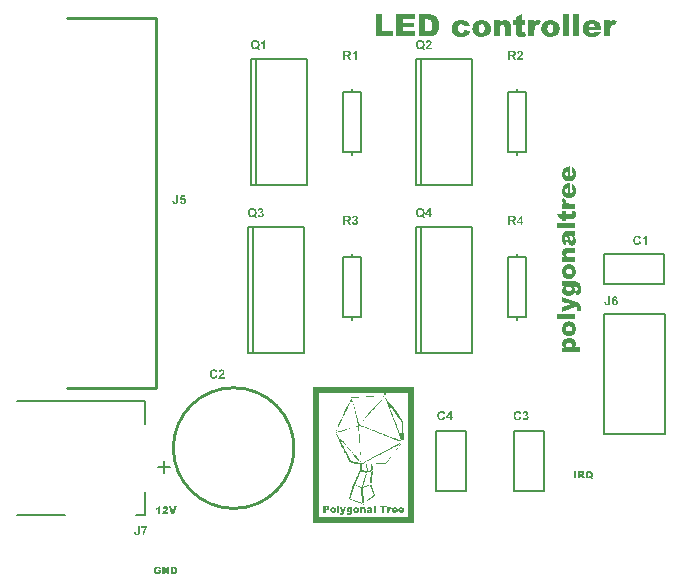
<source format=gto>
G04 This is an RS-274x file exported by *
G04 gerbv version 2.6.2 *
G04 More information is available about gerbv at *
G04 http://gerbv.geda-project.org/ *
G04 --End of header info--*
%MOIN*%
%FSLAX34Y34*%
%IPPOS*%
G04 --Define apertures--*
%ADD10C,0.0098*%
%ADD11C,0.0079*%
G04 --Start main section--*
G36*
G01X0012050Y0012172D02*
G01X0012059Y0012172D01*
G01X0012065Y0012172D01*
G01X0012076Y0012171D01*
G01X0012087Y0012169D01*
G01X0012098Y0012167D01*
G01X0012104Y0012166D01*
G01X0012108Y0012165D01*
G01X0012108Y0012165D01*
G01X0012109Y0012164D01*
G01X0012111Y0012163D01*
G01X0012116Y0012161D01*
G01X0012121Y0012157D01*
G01X0012126Y0012154D01*
G01X0012132Y0012148D01*
G01X0012138Y0012143D01*
G01X0012143Y0012135D01*
G01X0012144Y0012134D01*
G01X0012146Y0012131D01*
G01X0012147Y0012127D01*
G01X0012150Y0012121D01*
G01X0012152Y0012114D01*
G01X0012155Y0012106D01*
G01X0012156Y0012097D01*
G01X0012157Y0012087D01*
G01X0012157Y0012087D01*
G01X0012157Y0012086D01*
G01X0012157Y0012084D01*
G01X0012156Y0012082D01*
G01X0012156Y0012079D01*
G01X0012156Y0012076D01*
G01X0012154Y0012068D01*
G01X0012152Y0012059D01*
G01X0012148Y0012049D01*
G01X0012143Y0012040D01*
G01X0012140Y0012035D01*
G01X0012136Y0012031D01*
G01X0012136Y0012031D01*
G01X0012135Y0012030D01*
G01X0012134Y0012030D01*
G01X0012133Y0012028D01*
G01X0012130Y0012026D01*
G01X0012128Y0012024D01*
G01X0012125Y0012022D01*
G01X0012122Y0012019D01*
G01X0012117Y0012017D01*
G01X0012113Y0012015D01*
G01X0012108Y0012013D01*
G01X0012103Y0012010D01*
G01X0012097Y0012008D01*
G01X0012091Y0012006D01*
G01X0012084Y0012005D01*
G01X0012077Y0012003D01*
G01X0012077Y0012003D01*
G01X0012078Y0012003D01*
G01X0012080Y0012002D01*
G01X0012084Y0011999D01*
G01X0012089Y0011996D01*
G01X0012093Y0011992D01*
G01X0012099Y0011987D01*
G01X0012105Y0011983D01*
G01X0012109Y0011978D01*
G01X0012110Y0011978D01*
G01X0012112Y0011975D01*
G01X0012115Y0011972D01*
G01X0012119Y0011967D01*
G01X0012124Y0011960D01*
G01X0012130Y0011952D01*
G01X0012133Y0011946D01*
G01X0012136Y0011941D01*
G01X0012140Y0011935D01*
G01X0012144Y0011929D01*
G01X0012181Y0011870D01*
G01X0012108Y0011870D01*
G01X0012065Y0011935D01*
G01X0012064Y0011936D01*
G01X0012063Y0011937D01*
G01X0012062Y0011939D01*
G01X0012061Y0011941D01*
G01X0012059Y0011944D01*
G01X0012057Y0011947D01*
G01X0012052Y0011954D01*
G01X0012046Y0011962D01*
G01X0012041Y0011969D01*
G01X0012036Y0011976D01*
G01X0012034Y0011978D01*
G01X0012032Y0011980D01*
G01X0012032Y0011981D01*
G01X0012031Y0011981D01*
G01X0012029Y0011983D01*
G01X0012027Y0011985D01*
G01X0012020Y0011989D01*
G01X0012017Y0011991D01*
G01X0012014Y0011993D01*
G01X0012013Y0011993D01*
G01X0012012Y0011993D01*
G01X0012009Y0011994D01*
G01X0012006Y0011994D01*
G01X0012002Y0011995D01*
G01X0011997Y0011996D01*
G01X0011991Y0011996D01*
G01X0011971Y0011996D01*
G01X0011971Y0011870D01*
G01X0011910Y0011870D01*
G01X0011910Y0012173D01*
G01X0012046Y0012173D01*
G01X0012050Y0012172D01*
G37*
G36*
G01X0012050Y0012172D02*
G37*
G36*
G01X0015867Y0018696D02*
G01X0015880Y0018694D01*
G01X0015908Y0018692D01*
G01X0015941Y0018686D01*
G01X0015973Y0018678D01*
G01X0016005Y0018666D01*
G01X0016020Y0018659D01*
G01X0016033Y0018650D01*
G01X0016035Y0018650D01*
G01X0016036Y0018648D01*
G01X0016044Y0018642D01*
G01X0016057Y0018631D01*
G01X0016071Y0018617D01*
G01X0016087Y0018596D01*
G01X0016104Y0018574D01*
G01X0016119Y0018545D01*
G01X0016131Y0018514D01*
G01X0015938Y0018489D01*
G01X0015938Y0018490D01*
G01X0015936Y0018494D01*
G01X0015933Y0018500D01*
G01X0015929Y0018507D01*
G01X0015919Y0018524D01*
G01X0015912Y0018531D01*
G01X0015904Y0018538D01*
G01X0015902Y0018540D01*
G01X0015899Y0018541D01*
G01X0015894Y0018544D01*
G01X0015887Y0018548D01*
G01X0015878Y0018551D01*
G01X0015867Y0018554D01*
G01X0015854Y0018555D01*
G01X0015840Y0018557D01*
G01X0015831Y0018557D01*
G01X0015822Y0018555D01*
G01X0015811Y0018552D01*
G01X0015798Y0018548D01*
G01X0015784Y0018541D01*
G01X0015771Y0018533D01*
G01X0015759Y0018520D01*
G01X0015757Y0018518D01*
G01X0015754Y0018513D01*
G01X0015749Y0018504D01*
G01X0015743Y0018493D01*
G01X0015737Y0018477D01*
G01X0015731Y0018457D01*
G01X0015729Y0018434D01*
G01X0015727Y0018409D01*
G01X0015727Y0018406D01*
G01X0015727Y0018397D01*
G01X0015729Y0018386D01*
G01X0015731Y0018372D01*
G01X0015734Y0018356D01*
G01X0015740Y0018339D01*
G01X0015747Y0018324D01*
G01X0015757Y0018309D01*
G01X0015759Y0018308D01*
G01X0015763Y0018304D01*
G01X0015770Y0018298D01*
G01X0015778Y0018292D01*
G01X0015790Y0018287D01*
G01X0015804Y0018281D01*
G01X0015820Y0018276D01*
G01X0015837Y0018275D01*
G01X0015844Y0018275D01*
G01X0015851Y0018276D01*
G01X0015859Y0018278D01*
G01X0015882Y0018284D01*
G01X0015894Y0018288D01*
G01X0015904Y0018295D01*
G01X0015905Y0018296D01*
G01X0015908Y0018299D01*
G01X0015914Y0018304D01*
G01X0015919Y0018311D01*
G01X0015926Y0018319D01*
G01X0015933Y0018331D01*
G01X0015941Y0018343D01*
G01X0015946Y0018359D01*
G01X0016141Y0018336D01*
G01X0016140Y0018333D01*
G01X0016138Y0018326D01*
G01X0016134Y0018315D01*
G01X0016128Y0018301D01*
G01X0016120Y0018284D01*
G01X0016111Y0018265D01*
G01X0016100Y0018247D01*
G01X0016087Y0018230D01*
G01X0016086Y0018228D01*
G01X0016080Y0018222D01*
G01X0016073Y0018214D01*
G01X0016061Y0018204D01*
G01X0016047Y0018194D01*
G01X0016031Y0018183D01*
G01X0016013Y0018171D01*
G01X0015993Y0018161D01*
G01X0015991Y0018160D01*
G01X0015983Y0018157D01*
G01X0015970Y0018154D01*
G01X0015954Y0018150D01*
G01X0015933Y0018144D01*
G01X0015908Y0018141D01*
G01X0015880Y0018139D01*
G01X0015848Y0018137D01*
G01X0015834Y0018137D01*
G01X0015819Y0018139D01*
G01X0015798Y0018139D01*
G01X0015776Y0018141D01*
G01X0015753Y0018144D01*
G01X0015729Y0018147D01*
G01X0015706Y0018153D01*
G01X0015703Y0018154D01*
G01X0015696Y0018156D01*
G01X0015686Y0018160D01*
G01X0015672Y0018166D01*
G01X0015657Y0018173D01*
G01X0015641Y0018181D01*
G01X0015624Y0018191D01*
G01X0015608Y0018204D01*
G01X0015606Y0018206D01*
G01X0015601Y0018210D01*
G01X0015594Y0018218D01*
G01X0015585Y0018228D01*
G01X0015575Y0018240D01*
G01X0015565Y0018254D01*
G01X0015555Y0018269D01*
G01X0015545Y0018287D01*
G01X0015544Y0018289D01*
G01X0015543Y0018295D01*
G01X0015538Y0018306D01*
G01X0015534Y0018320D01*
G01X0015530Y0018339D01*
G01X0015527Y0018361D01*
G01X0015524Y0018386D01*
G01X0015522Y0018415D01*
G01X0015522Y0018416D01*
G01X0015522Y0018419D01*
G01X0015522Y0018423D01*
G01X0015522Y0018429D01*
G01X0015524Y0018443D01*
G01X0015525Y0018463D01*
G01X0015530Y0018484D01*
G01X0015534Y0018507D01*
G01X0015541Y0018531D01*
G01X0015550Y0018552D01*
G01X0015551Y0018554D01*
G01X0015554Y0018559D01*
G01X0015558Y0018567D01*
G01X0015565Y0018577D01*
G01X0015572Y0018588D01*
G01X0015582Y0018599D01*
G01X0015594Y0018612D01*
G01X0015606Y0018624D01*
G01X0015608Y0018625D01*
G01X0015612Y0018629D01*
G01X0015619Y0018635D01*
G01X0015629Y0018642D01*
G01X0015641Y0018649D01*
G01X0015654Y0018657D01*
G01X0015666Y0018665D01*
G01X0015680Y0018672D01*
G01X0015683Y0018673D01*
G01X0015692Y0018676D01*
G01X0015705Y0018680D01*
G01X0015722Y0018685D01*
G01X0015744Y0018689D01*
G01X0015770Y0018693D01*
G01X0015800Y0018696D01*
G01X0015834Y0018698D01*
G01X0015855Y0018698D01*
G01X0015867Y0018696D01*
G37*
G36*
G01X0015867Y0018696D02*
G37*
G36*
G01X0017550Y0012172D02*
G01X0017559Y0012172D01*
G01X0017565Y0012172D01*
G01X0017576Y0012171D01*
G01X0017587Y0012169D01*
G01X0017598Y0012167D01*
G01X0017604Y0012166D01*
G01X0017608Y0012165D01*
G01X0017608Y0012165D01*
G01X0017609Y0012164D01*
G01X0017611Y0012163D01*
G01X0017616Y0012161D01*
G01X0017621Y0012157D01*
G01X0017626Y0012154D01*
G01X0017632Y0012148D01*
G01X0017638Y0012143D01*
G01X0017643Y0012135D01*
G01X0017644Y0012134D01*
G01X0017646Y0012131D01*
G01X0017647Y0012127D01*
G01X0017650Y0012121D01*
G01X0017652Y0012114D01*
G01X0017655Y0012106D01*
G01X0017656Y0012097D01*
G01X0017657Y0012087D01*
G01X0017657Y0012087D01*
G01X0017657Y0012086D01*
G01X0017657Y0012084D01*
G01X0017656Y0012082D01*
G01X0017656Y0012079D01*
G01X0017656Y0012076D01*
G01X0017654Y0012068D01*
G01X0017652Y0012059D01*
G01X0017648Y0012049D01*
G01X0017643Y0012040D01*
G01X0017640Y0012035D01*
G01X0017636Y0012031D01*
G01X0017636Y0012031D01*
G01X0017635Y0012030D01*
G01X0017634Y0012030D01*
G01X0017633Y0012028D01*
G01X0017630Y0012026D01*
G01X0017628Y0012024D01*
G01X0017625Y0012022D01*
G01X0017622Y0012019D01*
G01X0017617Y0012017D01*
G01X0017613Y0012015D01*
G01X0017608Y0012013D01*
G01X0017603Y0012010D01*
G01X0017597Y0012008D01*
G01X0017591Y0012006D01*
G01X0017584Y0012005D01*
G01X0017577Y0012003D01*
G01X0017577Y0012003D01*
G01X0017578Y0012003D01*
G01X0017580Y0012002D01*
G01X0017584Y0011999D01*
G01X0017589Y0011996D01*
G01X0017593Y0011992D01*
G01X0017599Y0011987D01*
G01X0017605Y0011983D01*
G01X0017609Y0011978D01*
G01X0017610Y0011978D01*
G01X0017612Y0011975D01*
G01X0017615Y0011972D01*
G01X0017619Y0011967D01*
G01X0017624Y0011960D01*
G01X0017630Y0011952D01*
G01X0017633Y0011946D01*
G01X0017636Y0011941D01*
G01X0017640Y0011935D01*
G01X0017644Y0011929D01*
G01X0017681Y0011870D01*
G01X0017608Y0011870D01*
G01X0017565Y0011935D01*
G01X0017564Y0011936D01*
G01X0017563Y0011937D01*
G01X0017562Y0011939D01*
G01X0017561Y0011941D01*
G01X0017559Y0011944D01*
G01X0017557Y0011947D01*
G01X0017552Y0011954D01*
G01X0017546Y0011962D01*
G01X0017541Y0011969D01*
G01X0017536Y0011976D01*
G01X0017534Y0011978D01*
G01X0017532Y0011980D01*
G01X0017532Y0011981D01*
G01X0017531Y0011981D01*
G01X0017529Y0011983D01*
G01X0017527Y0011985D01*
G01X0017520Y0011989D01*
G01X0017517Y0011991D01*
G01X0017514Y0011993D01*
G01X0017513Y0011993D01*
G01X0017512Y0011993D01*
G01X0017509Y0011994D01*
G01X0017506Y0011994D01*
G01X0017502Y0011995D01*
G01X0017497Y0011996D01*
G01X0017491Y0011996D01*
G01X0017471Y0011996D01*
G01X0017471Y0011870D01*
G01X0017410Y0011870D01*
G01X0017410Y0012173D01*
G01X0017546Y0012173D01*
G01X0017550Y0012172D01*
G37*
G36*
G01X0017550Y0012172D02*
G37*
G36*
G01X0012305Y0012173D02*
G01X0012308Y0012173D01*
G01X0012313Y0012172D01*
G01X0012318Y0012172D01*
G01X0012322Y0012170D01*
G01X0012333Y0012167D01*
G01X0012339Y0012165D01*
G01X0012345Y0012162D01*
G01X0012350Y0012159D01*
G01X0012356Y0012156D01*
G01X0012361Y0012151D01*
G01X0012367Y0012146D01*
G01X0012367Y0012146D01*
G01X0012367Y0012145D01*
G01X0012368Y0012144D01*
G01X0012370Y0012143D01*
G01X0012373Y0012138D01*
G01X0012378Y0012131D01*
G01X0012381Y0012124D01*
G01X0012385Y0012116D01*
G01X0012387Y0012106D01*
G01X0012388Y0012101D01*
G01X0012388Y0012096D01*
G01X0012388Y0012095D01*
G01X0012388Y0012094D01*
G01X0012387Y0012092D01*
G01X0012387Y0012089D01*
G01X0012387Y0012086D01*
G01X0012386Y0012082D01*
G01X0012384Y0012078D01*
G01X0012383Y0012073D01*
G01X0012380Y0012068D01*
G01X0012378Y0012063D01*
G01X0012374Y0012057D01*
G01X0012370Y0012052D01*
G01X0012365Y0012047D01*
G01X0012359Y0012042D01*
G01X0012352Y0012037D01*
G01X0012344Y0012032D01*
G01X0012345Y0012032D01*
G01X0012346Y0012032D01*
G01X0012346Y0012032D01*
G01X0012348Y0012031D01*
G01X0012354Y0012030D01*
G01X0012359Y0012027D01*
G01X0012366Y0012024D01*
G01X0012373Y0012019D01*
G01X0012379Y0012014D01*
G01X0012386Y0012007D01*
G01X0012386Y0012006D01*
G01X0012388Y0012004D01*
G01X0012391Y0012000D01*
G01X0012394Y0011994D01*
G01X0012396Y0011987D01*
G01X0012399Y0011979D01*
G01X0012401Y0011970D01*
G01X0012402Y0011960D01*
G01X0012402Y0011960D01*
G01X0012402Y0011959D01*
G01X0012402Y0011957D01*
G01X0012401Y0011954D01*
G01X0012400Y0011950D01*
G01X0012400Y0011946D01*
G01X0012399Y0011942D01*
G01X0012398Y0011937D01*
G01X0012394Y0011926D01*
G01X0012392Y0011921D01*
G01X0012389Y0011915D01*
G01X0012386Y0011909D01*
G01X0012381Y0011904D01*
G01X0012377Y0011898D01*
G01X0012372Y0011893D01*
G01X0012372Y0011892D01*
G01X0012370Y0011891D01*
G01X0012369Y0011890D01*
G01X0012367Y0011889D01*
G01X0012364Y0011886D01*
G01X0012360Y0011884D01*
G01X0012357Y0011881D01*
G01X0012352Y0011879D01*
G01X0012347Y0011876D01*
G01X0012341Y0011873D01*
G01X0012335Y0011871D01*
G01X0012329Y0011869D01*
G01X0012322Y0011867D01*
G01X0012315Y0011866D01*
G01X0012307Y0011865D01*
G01X0012300Y0011865D01*
G01X0012295Y0011865D01*
G01X0012293Y0011865D01*
G01X0012289Y0011865D01*
G01X0012285Y0011866D01*
G01X0012280Y0011866D01*
G01X0012276Y0011867D01*
G01X0012265Y0011870D01*
G01X0012253Y0011875D01*
G01X0012248Y0011877D01*
G01X0012241Y0011880D01*
G01X0012236Y0011884D01*
G01X0012231Y0011888D01*
G01X0012230Y0011889D01*
G01X0012230Y0011889D01*
G01X0012229Y0011890D01*
G01X0012227Y0011892D01*
G01X0012224Y0011894D01*
G01X0012222Y0011898D01*
G01X0012220Y0011901D01*
G01X0012217Y0011905D01*
G01X0012211Y0011913D01*
G01X0012206Y0011924D01*
G01X0012202Y0011936D01*
G01X0012201Y0011943D01*
G01X0012200Y0011950D01*
G01X0012256Y0011957D01*
G01X0012256Y0011956D01*
G01X0012256Y0011956D01*
G01X0012257Y0011953D01*
G01X0012257Y0011949D01*
G01X0012259Y0011944D01*
G01X0012261Y0011939D01*
G01X0012263Y0011933D01*
G01X0012267Y0011928D01*
G01X0012270Y0011924D01*
G01X0012271Y0011923D01*
G01X0012273Y0011922D01*
G01X0012275Y0011920D01*
G01X0012279Y0011918D01*
G01X0012283Y0011916D01*
G01X0012287Y0011914D01*
G01X0012293Y0011913D01*
G01X0012299Y0011913D01*
G01X0012302Y0011913D01*
G01X0012306Y0011913D01*
G01X0012310Y0011914D01*
G01X0012314Y0011916D01*
G01X0012319Y0011918D01*
G01X0012324Y0011921D01*
G01X0012330Y0011926D01*
G01X0012330Y0011926D01*
G01X0012331Y0011929D01*
G01X0012333Y0011931D01*
G01X0012336Y0011935D01*
G01X0012338Y0011941D01*
G01X0012340Y0011948D01*
G01X0012341Y0011955D01*
G01X0012342Y0011963D01*
G01X0012342Y0011964D01*
G01X0012342Y0011964D01*
G01X0012342Y0011967D01*
G01X0012341Y0011971D01*
G01X0012341Y0011976D01*
G01X0012339Y0011981D01*
G01X0012337Y0011987D01*
G01X0012334Y0011993D01*
G01X0012330Y0011998D01*
G01X0012330Y0011998D01*
G01X0012328Y0012000D01*
G01X0012325Y0012002D01*
G01X0012322Y0012005D01*
G01X0012318Y0012007D01*
G01X0012313Y0012009D01*
G01X0012307Y0012011D01*
G01X0012301Y0012011D01*
G01X0012297Y0012011D01*
G01X0012294Y0012011D01*
G01X0012290Y0012010D01*
G01X0012285Y0012009D01*
G01X0012280Y0012008D01*
G01X0012275Y0012006D01*
G01X0012281Y0012054D01*
G01X0012285Y0012054D01*
G01X0012289Y0012054D01*
G01X0012294Y0012054D01*
G01X0012300Y0012056D01*
G01X0012306Y0012057D01*
G01X0012312Y0012060D01*
G01X0012317Y0012063D01*
G01X0012318Y0012064D01*
G01X0012319Y0012065D01*
G01X0012321Y0012068D01*
G01X0012324Y0012071D01*
G01X0012326Y0012075D01*
G01X0012328Y0012080D01*
G01X0012330Y0012086D01*
G01X0012330Y0012092D01*
G01X0012330Y0012093D01*
G01X0012330Y0012095D01*
G01X0012330Y0012098D01*
G01X0012329Y0012101D01*
G01X0012328Y0012105D01*
G01X0012326Y0012109D01*
G01X0012324Y0012113D01*
G01X0012321Y0012117D01*
G01X0012320Y0012117D01*
G01X0012319Y0012118D01*
G01X0012317Y0012119D01*
G01X0012314Y0012121D01*
G01X0012311Y0012123D01*
G01X0012306Y0012124D01*
G01X0012302Y0012126D01*
G01X0012296Y0012126D01*
G01X0012294Y0012126D01*
G01X0012291Y0012126D01*
G01X0012287Y0012124D01*
G01X0012283Y0012123D01*
G01X0012279Y0012121D01*
G01X0012274Y0012119D01*
G01X0012270Y0012115D01*
G01X0012270Y0012115D01*
G01X0012268Y0012113D01*
G01X0012267Y0012111D01*
G01X0012265Y0012108D01*
G01X0012262Y0012103D01*
G01X0012260Y0012098D01*
G01X0012259Y0012092D01*
G01X0012257Y0012085D01*
G01X0012204Y0012094D01*
G01X0012204Y0012094D01*
G01X0012205Y0012095D01*
G01X0012205Y0012097D01*
G01X0012205Y0012099D01*
G01X0012206Y0012104D01*
G01X0012208Y0012110D01*
G01X0012211Y0012117D01*
G01X0012213Y0012124D01*
G01X0012217Y0012132D01*
G01X0012221Y0012138D01*
G01X0012221Y0012139D01*
G01X0012223Y0012141D01*
G01X0012225Y0012144D01*
G01X0012229Y0012148D01*
G01X0012233Y0012152D01*
G01X0012239Y0012156D01*
G01X0012245Y0012160D01*
G01X0012252Y0012164D01*
G01X0012252Y0012164D01*
G01X0012253Y0012165D01*
G01X0012256Y0012165D01*
G01X0012260Y0012167D01*
G01X0012265Y0012169D01*
G01X0012272Y0012170D01*
G01X0012280Y0012172D01*
G01X0012289Y0012173D01*
G01X0012298Y0012174D01*
G01X0012302Y0012174D01*
G01X0012305Y0012173D01*
G37*
G36*
G01X0012305Y0012173D02*
G37*
G36*
G01X0017809Y0017673D02*
G01X0017813Y0017673D01*
G01X0017818Y0017672D01*
G01X0017822Y0017672D01*
G01X0017828Y0017670D01*
G01X0017839Y0017668D01*
G01X0017851Y0017664D01*
G01X0017856Y0017661D01*
G01X0017862Y0017657D01*
G01X0017867Y0017654D01*
G01X0017872Y0017649D01*
G01X0017873Y0017649D01*
G01X0017873Y0017648D01*
G01X0017875Y0017647D01*
G01X0017876Y0017645D01*
G01X0017878Y0017643D01*
G01X0017881Y0017640D01*
G01X0017885Y0017633D01*
G01X0017890Y0017624D01*
G01X0017894Y0017614D01*
G01X0017897Y0017602D01*
G01X0017898Y0017596D01*
G01X0017898Y0017589D01*
G01X0017898Y0017589D01*
G01X0017898Y0017586D01*
G01X0017898Y0017582D01*
G01X0017897Y0017577D01*
G01X0017896Y0017571D01*
G01X0017895Y0017565D01*
G01X0017893Y0017557D01*
G01X0017891Y0017550D01*
G01X0017891Y0017549D01*
G01X0017889Y0017547D01*
G01X0017887Y0017543D01*
G01X0017885Y0017539D01*
G01X0017882Y0017533D01*
G01X0017878Y0017526D01*
G01X0017873Y0017519D01*
G01X0017867Y0017512D01*
G01X0017867Y0017511D01*
G01X0017865Y0017510D01*
G01X0017863Y0017506D01*
G01X0017859Y0017502D01*
G01X0017854Y0017497D01*
G01X0017846Y0017490D01*
G01X0017839Y0017482D01*
G01X0017829Y0017473D01*
G01X0017829Y0017473D01*
G01X0017828Y0017472D01*
G01X0017826Y0017471D01*
G01X0017825Y0017469D01*
G01X0017820Y0017465D01*
G01X0017815Y0017459D01*
G01X0017809Y0017454D01*
G01X0017803Y0017448D01*
G01X0017798Y0017443D01*
G01X0017796Y0017441D01*
G01X0017794Y0017440D01*
G01X0017794Y0017439D01*
G01X0017793Y0017438D01*
G01X0017792Y0017437D01*
G01X0017790Y0017435D01*
G01X0017786Y0017430D01*
G01X0017783Y0017424D01*
G01X0017898Y0017424D01*
G01X0017898Y0017370D01*
G01X0017695Y0017370D01*
G01X0017695Y0017370D01*
G01X0017695Y0017371D01*
G01X0017695Y0017373D01*
G01X0017696Y0017375D01*
G01X0017696Y0017378D01*
G01X0017697Y0017381D01*
G01X0017698Y0017389D01*
G01X0017701Y0017398D01*
G01X0017705Y0017407D01*
G01X0017709Y0017417D01*
G01X0017714Y0017428D01*
G01X0017714Y0017428D01*
G01X0017715Y0017429D01*
G01X0017716Y0017430D01*
G01X0017717Y0017433D01*
G01X0017720Y0017435D01*
G01X0017722Y0017439D01*
G01X0017725Y0017443D01*
G01X0017729Y0017447D01*
G01X0017733Y0017452D01*
G01X0017738Y0017457D01*
G01X0017743Y0017463D01*
G01X0017749Y0017470D01*
G01X0017756Y0017477D01*
G01X0017763Y0017484D01*
G01X0017771Y0017492D01*
G01X0017780Y0017500D01*
G01X0017780Y0017501D01*
G01X0017781Y0017502D01*
G01X0017783Y0017504D01*
G01X0017786Y0017506D01*
G01X0017789Y0017509D01*
G01X0017793Y0017513D01*
G01X0017800Y0017520D01*
G01X0017809Y0017529D01*
G01X0017817Y0017537D01*
G01X0017820Y0017541D01*
G01X0017824Y0017544D01*
G01X0017826Y0017547D01*
G01X0017828Y0017550D01*
G01X0017829Y0017551D01*
G01X0017830Y0017553D01*
G01X0017832Y0017556D01*
G01X0017834Y0017561D01*
G01X0017837Y0017567D01*
G01X0017838Y0017572D01*
G01X0017840Y0017579D01*
G01X0017840Y0017585D01*
G01X0017840Y0017586D01*
G01X0017840Y0017589D01*
G01X0017840Y0017592D01*
G01X0017839Y0017596D01*
G01X0017837Y0017601D01*
G01X0017835Y0017606D01*
G01X0017833Y0017611D01*
G01X0017830Y0017615D01*
G01X0017829Y0017616D01*
G01X0017828Y0017617D01*
G01X0017825Y0017619D01*
G01X0017822Y0017621D01*
G01X0017818Y0017622D01*
G01X0017813Y0017624D01*
G01X0017807Y0017626D01*
G01X0017800Y0017626D01*
G01X0017798Y0017626D01*
G01X0017794Y0017626D01*
G01X0017790Y0017624D01*
G01X0017786Y0017623D01*
G01X0017781Y0017621D01*
G01X0017776Y0017619D01*
G01X0017771Y0017615D01*
G01X0017771Y0017614D01*
G01X0017770Y0017613D01*
G01X0017768Y0017610D01*
G01X0017766Y0017606D01*
G01X0017764Y0017601D01*
G01X0017762Y0017595D01*
G01X0017760Y0017587D01*
G01X0017759Y0017578D01*
G01X0017702Y0017584D01*
G01X0017702Y0017584D01*
G01X0017702Y0017586D01*
G01X0017702Y0017589D01*
G01X0017703Y0017592D01*
G01X0017704Y0017596D01*
G01X0017705Y0017600D01*
G01X0017706Y0017605D01*
G01X0017708Y0017611D01*
G01X0017712Y0017622D01*
G01X0017717Y0017633D01*
G01X0017721Y0017639D01*
G01X0017725Y0017644D01*
G01X0017730Y0017648D01*
G01X0017734Y0017653D01*
G01X0017735Y0017653D01*
G01X0017735Y0017654D01*
G01X0017737Y0017654D01*
G01X0017739Y0017656D01*
G01X0017741Y0017657D01*
G01X0017744Y0017659D01*
G01X0017748Y0017661D01*
G01X0017753Y0017663D01*
G01X0017757Y0017665D01*
G01X0017763Y0017667D01*
G01X0017774Y0017670D01*
G01X0017787Y0017673D01*
G01X0017794Y0017674D01*
G01X0017806Y0017674D01*
G01X0017809Y0017673D01*
G37*
G36*
G01X0017809Y0017673D02*
G37*
G36*
G01X0012351Y0017370D02*
G01X0012293Y0017370D01*
G01X0012293Y0017589D01*
G01X0012293Y0017588D01*
G01X0012292Y0017587D01*
G01X0012290Y0017586D01*
G01X0012287Y0017583D01*
G01X0012284Y0017581D01*
G01X0012281Y0017578D01*
G01X0012276Y0017575D01*
G01X0012271Y0017572D01*
G01X0012267Y0017568D01*
G01X0012260Y0017565D01*
G01X0012248Y0017557D01*
G01X0012233Y0017551D01*
G01X0012218Y0017545D01*
G01X0012218Y0017597D01*
G01X0012219Y0017597D01*
G01X0012219Y0017598D01*
G01X0012220Y0017598D01*
G01X0012222Y0017599D01*
G01X0012227Y0017600D01*
G01X0012233Y0017604D01*
G01X0012240Y0017607D01*
G01X0012248Y0017613D01*
G01X0012257Y0017618D01*
G01X0012267Y0017626D01*
G01X0012268Y0017626D01*
G01X0012269Y0017626D01*
G01X0012270Y0017628D01*
G01X0012271Y0017629D01*
G01X0012276Y0017633D01*
G01X0012282Y0017639D01*
G01X0012288Y0017646D01*
G01X0012294Y0017654D01*
G01X0012300Y0017664D01*
G01X0012304Y0017674D01*
G01X0012351Y0017674D01*
G01X0012351Y0017370D01*
G37*
G36*
G01X0012351Y0017370D02*
G37*
G36*
G01X0012050Y0017672D02*
G01X0012059Y0017672D01*
G01X0012065Y0017672D01*
G01X0012076Y0017671D01*
G01X0012087Y0017669D01*
G01X0012098Y0017667D01*
G01X0012104Y0017666D01*
G01X0012108Y0017665D01*
G01X0012108Y0017665D01*
G01X0012109Y0017664D01*
G01X0012111Y0017663D01*
G01X0012116Y0017661D01*
G01X0012121Y0017657D01*
G01X0012126Y0017654D01*
G01X0012132Y0017648D01*
G01X0012138Y0017643D01*
G01X0012143Y0017635D01*
G01X0012144Y0017634D01*
G01X0012146Y0017631D01*
G01X0012147Y0017627D01*
G01X0012150Y0017621D01*
G01X0012152Y0017614D01*
G01X0012155Y0017606D01*
G01X0012156Y0017597D01*
G01X0012157Y0017587D01*
G01X0012157Y0017587D01*
G01X0012157Y0017586D01*
G01X0012157Y0017584D01*
G01X0012156Y0017582D01*
G01X0012156Y0017579D01*
G01X0012156Y0017576D01*
G01X0012154Y0017568D01*
G01X0012152Y0017559D01*
G01X0012148Y0017549D01*
G01X0012143Y0017540D01*
G01X0012140Y0017535D01*
G01X0012136Y0017531D01*
G01X0012136Y0017531D01*
G01X0012135Y0017530D01*
G01X0012134Y0017530D01*
G01X0012133Y0017528D01*
G01X0012130Y0017526D01*
G01X0012128Y0017524D01*
G01X0012125Y0017522D01*
G01X0012122Y0017519D01*
G01X0012117Y0017517D01*
G01X0012113Y0017515D01*
G01X0012108Y0017513D01*
G01X0012103Y0017510D01*
G01X0012097Y0017508D01*
G01X0012091Y0017506D01*
G01X0012084Y0017505D01*
G01X0012077Y0017503D01*
G01X0012077Y0017503D01*
G01X0012078Y0017503D01*
G01X0012080Y0017502D01*
G01X0012084Y0017499D01*
G01X0012089Y0017496D01*
G01X0012093Y0017492D01*
G01X0012099Y0017487D01*
G01X0012105Y0017483D01*
G01X0012109Y0017478D01*
G01X0012110Y0017478D01*
G01X0012112Y0017475D01*
G01X0012115Y0017472D01*
G01X0012119Y0017467D01*
G01X0012124Y0017460D01*
G01X0012130Y0017452D01*
G01X0012133Y0017446D01*
G01X0012136Y0017441D01*
G01X0012140Y0017435D01*
G01X0012144Y0017429D01*
G01X0012181Y0017370D01*
G01X0012108Y0017370D01*
G01X0012065Y0017435D01*
G01X0012064Y0017436D01*
G01X0012063Y0017437D01*
G01X0012062Y0017439D01*
G01X0012061Y0017441D01*
G01X0012059Y0017444D01*
G01X0012057Y0017447D01*
G01X0012052Y0017454D01*
G01X0012046Y0017462D01*
G01X0012041Y0017469D01*
G01X0012036Y0017476D01*
G01X0012034Y0017478D01*
G01X0012032Y0017480D01*
G01X0012032Y0017481D01*
G01X0012031Y0017481D01*
G01X0012029Y0017483D01*
G01X0012027Y0017485D01*
G01X0012020Y0017489D01*
G01X0012017Y0017491D01*
G01X0012014Y0017493D01*
G01X0012013Y0017493D01*
G01X0012012Y0017493D01*
G01X0012009Y0017494D01*
G01X0012006Y0017494D01*
G01X0012002Y0017495D01*
G01X0011997Y0017496D01*
G01X0011991Y0017496D01*
G01X0011971Y0017496D01*
G01X0011971Y0017370D01*
G01X0011910Y0017370D01*
G01X0011910Y0017673D01*
G01X0012046Y0017673D01*
G01X0012050Y0017672D01*
G37*
G36*
G01X0012050Y0017672D02*
G37*
G36*
G01X0017550Y0017672D02*
G01X0017559Y0017672D01*
G01X0017565Y0017672D01*
G01X0017576Y0017671D01*
G01X0017587Y0017669D01*
G01X0017598Y0017667D01*
G01X0017604Y0017666D01*
G01X0017608Y0017665D01*
G01X0017608Y0017665D01*
G01X0017609Y0017664D01*
G01X0017611Y0017663D01*
G01X0017616Y0017661D01*
G01X0017621Y0017657D01*
G01X0017626Y0017654D01*
G01X0017632Y0017648D01*
G01X0017638Y0017643D01*
G01X0017643Y0017635D01*
G01X0017644Y0017634D01*
G01X0017646Y0017631D01*
G01X0017647Y0017627D01*
G01X0017650Y0017621D01*
G01X0017652Y0017614D01*
G01X0017655Y0017606D01*
G01X0017656Y0017597D01*
G01X0017657Y0017587D01*
G01X0017657Y0017587D01*
G01X0017657Y0017586D01*
G01X0017657Y0017584D01*
G01X0017656Y0017582D01*
G01X0017656Y0017579D01*
G01X0017656Y0017576D01*
G01X0017654Y0017568D01*
G01X0017652Y0017559D01*
G01X0017648Y0017549D01*
G01X0017643Y0017540D01*
G01X0017640Y0017535D01*
G01X0017636Y0017531D01*
G01X0017636Y0017531D01*
G01X0017635Y0017530D01*
G01X0017634Y0017530D01*
G01X0017633Y0017528D01*
G01X0017630Y0017526D01*
G01X0017628Y0017524D01*
G01X0017625Y0017522D01*
G01X0017622Y0017519D01*
G01X0017617Y0017517D01*
G01X0017613Y0017515D01*
G01X0017608Y0017513D01*
G01X0017603Y0017510D01*
G01X0017597Y0017508D01*
G01X0017591Y0017506D01*
G01X0017584Y0017505D01*
G01X0017577Y0017503D01*
G01X0017577Y0017503D01*
G01X0017578Y0017503D01*
G01X0017580Y0017502D01*
G01X0017584Y0017499D01*
G01X0017589Y0017496D01*
G01X0017593Y0017492D01*
G01X0017599Y0017487D01*
G01X0017605Y0017483D01*
G01X0017609Y0017478D01*
G01X0017610Y0017478D01*
G01X0017612Y0017475D01*
G01X0017615Y0017472D01*
G01X0017619Y0017467D01*
G01X0017624Y0017460D01*
G01X0017630Y0017452D01*
G01X0017633Y0017446D01*
G01X0017636Y0017441D01*
G01X0017640Y0017435D01*
G01X0017644Y0017429D01*
G01X0017681Y0017370D01*
G01X0017608Y0017370D01*
G01X0017565Y0017435D01*
G01X0017564Y0017436D01*
G01X0017563Y0017437D01*
G01X0017562Y0017439D01*
G01X0017561Y0017441D01*
G01X0017559Y0017444D01*
G01X0017557Y0017447D01*
G01X0017552Y0017454D01*
G01X0017546Y0017462D01*
G01X0017541Y0017469D01*
G01X0017536Y0017476D01*
G01X0017534Y0017478D01*
G01X0017532Y0017480D01*
G01X0017532Y0017481D01*
G01X0017531Y0017481D01*
G01X0017529Y0017483D01*
G01X0017527Y0017485D01*
G01X0017520Y0017489D01*
G01X0017517Y0017491D01*
G01X0017514Y0017493D01*
G01X0017513Y0017493D01*
G01X0017512Y0017493D01*
G01X0017509Y0017494D01*
G01X0017506Y0017494D01*
G01X0017502Y0017495D01*
G01X0017497Y0017496D01*
G01X0017491Y0017496D01*
G01X0017471Y0017496D01*
G01X0017471Y0017370D01*
G01X0017410Y0017370D01*
G01X0017410Y0017673D01*
G01X0017546Y0017673D01*
G01X0017550Y0017672D01*
G37*
G36*
G01X0017550Y0017672D02*
G37*
G36*
G01X0018411Y0018696D02*
G01X0018423Y0018693D01*
G01X0018438Y0018691D01*
G01X0018455Y0018685D01*
G01X0018473Y0018678D01*
G01X0018493Y0018668D01*
G01X0018429Y0018522D01*
G01X0018428Y0018524D01*
G01X0018423Y0018526D01*
G01X0018416Y0018528D01*
G01X0018408Y0018531D01*
G01X0018389Y0018535D01*
G01X0018381Y0018538D01*
G01X0018365Y0018538D01*
G01X0018358Y0018537D01*
G01X0018350Y0018534D01*
G01X0018339Y0018530D01*
G01X0018328Y0018524D01*
G01X0018318Y0018515D01*
G01X0018310Y0018504D01*
G01X0018308Y0018501D01*
G01X0018306Y0018494D01*
G01X0018300Y0018483D01*
G01X0018297Y0018474D01*
G01X0018294Y0018464D01*
G01X0018291Y0018453D01*
G01X0018288Y0018441D01*
G01X0018285Y0018426D01*
G01X0018283Y0018410D01*
G01X0018281Y0018393D01*
G01X0018280Y0018373D01*
G01X0018278Y0018352D01*
G01X0018278Y0018329D01*
G01X0018278Y0018150D01*
G01X0018072Y0018150D01*
G01X0018072Y0018685D01*
G01X0018264Y0018685D01*
G01X0018264Y0018596D01*
G01X0018266Y0018599D01*
G01X0018269Y0018606D01*
G01X0018274Y0018615D01*
G01X0018281Y0018628D01*
G01X0018300Y0018654D01*
G01X0018310Y0018665D01*
G01X0018320Y0018675D01*
G01X0018321Y0018676D01*
G01X0018325Y0018679D01*
G01X0018331Y0018682D01*
G01X0018339Y0018686D01*
G01X0018351Y0018691D01*
G01X0018364Y0018694D01*
G01X0018378Y0018696D01*
G01X0018394Y0018698D01*
G01X0018402Y0018698D01*
G01X0018411Y0018696D01*
G37*
G36*
G01X0018411Y0018696D02*
G37*
G36*
G01X0019646Y0008740D02*
G01X0019046Y0008740D01*
G01X0019046Y0008907D01*
G01X0019646Y0008907D01*
G01X0019646Y0008740D01*
G37*
G36*
G01X0019646Y0008740D02*
G37*
G36*
G01X0019774Y0018150D02*
G01X0019568Y0018150D01*
G01X0019568Y0018889D01*
G01X0019774Y0018889D01*
G01X0019774Y0018150D01*
G37*
G36*
G01X0019774Y0018150D02*
G37*
G36*
G01X0019656Y0009981D02*
G01X0019667Y0009980D01*
G01X0019678Y0009977D01*
G01X0019691Y0009975D01*
G01X0019704Y0009970D01*
G01X0019718Y0009965D01*
G01X0019719Y0009963D01*
G01X0019724Y0009961D01*
G01X0019731Y0009957D01*
G01X0019739Y0009952D01*
G01X0019750Y0009946D01*
G01X0019759Y0009938D01*
G01X0019769Y0009929D01*
G01X0019778Y0009919D01*
G01X0019780Y0009917D01*
G01X0019782Y0009914D01*
G01X0019786Y0009907D01*
G01X0019791Y0009899D01*
G01X0019797Y0009887D01*
G01X0019802Y0009874D01*
G01X0019807Y0009861D01*
G01X0019812Y0009844D01*
G01X0019812Y0009842D01*
G01X0019813Y0009837D01*
G01X0019815Y0009827D01*
G01X0019816Y0009816D01*
G01X0019819Y0009801D01*
G01X0019821Y0009783D01*
G01X0019822Y0009764D01*
G01X0019822Y0009743D01*
G01X0019822Y0009742D01*
G01X0019822Y0009737D01*
G01X0019822Y0009730D01*
G01X0019821Y0009722D01*
G01X0019821Y0009712D01*
G01X0019820Y0009699D01*
G01X0019819Y0009687D01*
G01X0019817Y0009672D01*
G01X0019813Y0009643D01*
G01X0019806Y0009613D01*
G01X0019801Y0009599D01*
G01X0019796Y0009586D01*
G01X0019790Y0009575D01*
G01X0019783Y0009565D01*
G01X0019781Y0009562D01*
G01X0019776Y0009556D01*
G01X0019767Y0009549D01*
G01X0019755Y0009540D01*
G01X0019740Y0009531D01*
G01X0019722Y0009524D01*
G01X0019701Y0009518D01*
G01X0019678Y0009516D01*
G01X0019656Y0009516D01*
G01X0019674Y0009678D01*
G01X0019676Y0009678D01*
G01X0019678Y0009680D01*
G01X0019681Y0009681D01*
G01X0019686Y0009683D01*
G01X0019696Y0009689D01*
G01X0019701Y0009693D01*
G01X0019704Y0009697D01*
G01X0019704Y0009698D01*
G01X0019707Y0009700D01*
G01X0019709Y0009704D01*
G01X0019711Y0009710D01*
G01X0019714Y0009717D01*
G01X0019716Y0009725D01*
G01X0019717Y0009733D01*
G01X0019718Y0009743D01*
G01X0019718Y0009744D01*
G01X0019718Y0009749D01*
G01X0019717Y0009756D01*
G01X0019716Y0009763D01*
G01X0019714Y0009772D01*
G01X0019710Y0009781D01*
G01X0019706Y0009789D01*
G01X0019699Y0009796D01*
G01X0019698Y0009797D01*
G01X0019695Y0009800D01*
G01X0019689Y0009802D01*
G01X0019683Y0009806D01*
G01X0019674Y0009809D01*
G01X0019663Y0009812D01*
G01X0019649Y0009813D01*
G01X0019633Y0009815D01*
G01X0019567Y0009815D01*
G01X0019569Y0009813D01*
G01X0019572Y0009810D01*
G01X0019576Y0009806D01*
G01X0019583Y0009798D01*
G01X0019597Y0009783D01*
G01X0019603Y0009774D01*
G01X0019609Y0009765D01*
G01X0019610Y0009764D01*
G01X0019612Y0009758D01*
G01X0019615Y0009751D01*
G01X0019618Y0009741D01*
G01X0019622Y0009728D01*
G01X0019625Y0009714D01*
G01X0019627Y0009698D01*
G01X0019628Y0009682D01*
G01X0019628Y0009681D01*
G01X0019628Y0009678D01*
G01X0019628Y0009674D01*
G01X0019627Y0009668D01*
G01X0019626Y0009660D01*
G01X0019625Y0009652D01*
G01X0019619Y0009632D01*
G01X0019610Y0009609D01*
G01X0019604Y0009598D01*
G01X0019597Y0009586D01*
G01X0019588Y0009575D01*
G01X0019578Y0009563D01*
G01X0019566Y0009552D01*
G01X0019554Y0009541D01*
G01X0019552Y0009541D01*
G01X0019551Y0009540D01*
G01X0019548Y0009538D01*
G01X0019543Y0009535D01*
G01X0019539Y0009533D01*
G01X0019531Y0009530D01*
G01X0019515Y0009523D01*
G01X0019494Y0009516D01*
G01X0019470Y0009510D01*
G01X0019442Y0009506D01*
G01X0019411Y0009504D01*
G01X0019401Y0009504D01*
G01X0019393Y0009506D01*
G01X0019385Y0009506D01*
G01X0019376Y0009507D01*
G01X0019353Y0009510D01*
G01X0019329Y0009516D01*
G01X0019302Y0009525D01*
G01X0019278Y0009537D01*
G01X0019256Y0009553D01*
G01X0019255Y0009554D01*
G01X0019254Y0009555D01*
G01X0019248Y0009562D01*
G01X0019239Y0009572D01*
G01X0019228Y0009587D01*
G01X0019219Y0009606D01*
G01X0019210Y0009628D01*
G01X0019204Y0009652D01*
G01X0019202Y0009666D01*
G01X0019202Y0009681D01*
G01X0019202Y0009682D01*
G01X0019202Y0009683D01*
G01X0019202Y0009689D01*
G01X0019203Y0009698D01*
G01X0019204Y0009711D01*
G01X0019206Y0009724D01*
G01X0019209Y0009737D01*
G01X0019213Y0009751D01*
G01X0019219Y0009764D01*
G01X0019220Y0009765D01*
G01X0019222Y0009770D01*
G01X0019227Y0009776D01*
G01X0019233Y0009785D01*
G01X0019241Y0009794D01*
G01X0019250Y0009804D01*
G01X0019263Y0009816D01*
G01X0019277Y0009826D01*
G01X0019212Y0009826D01*
G01X0019212Y0009982D01*
G01X0019649Y0009982D01*
G01X0019656Y0009981D01*
G37*
G36*
G01X0019656Y0009981D02*
G37*
G36*
G01X0019674Y0009304D02*
G01X0019676Y0009304D01*
G01X0019678Y0009303D01*
G01X0019681Y0009300D01*
G01X0019687Y0009299D01*
G01X0019701Y0009292D01*
G01X0019717Y0009285D01*
G01X0019735Y0009276D01*
G01X0019753Y0009266D01*
G01X0019769Y0009256D01*
G01X0019776Y0009250D01*
G01X0019782Y0009244D01*
G01X0019783Y0009241D01*
G01X0019787Y0009236D01*
G01X0019794Y0009226D01*
G01X0019801Y0009210D01*
G01X0019809Y0009192D01*
G01X0019815Y0009169D01*
G01X0019820Y0009143D01*
G01X0019822Y0009111D01*
G01X0019822Y0009110D01*
G01X0019822Y0009104D01*
G01X0019821Y0009096D01*
G01X0019821Y0009083D01*
G01X0019820Y0009069D01*
G01X0019817Y0009049D01*
G01X0019815Y0009027D01*
G01X0019812Y0009000D01*
G01X0019695Y0008988D01*
G01X0019695Y0008989D01*
G01X0019698Y0008994D01*
G01X0019699Y0009002D01*
G01X0019701Y0009011D01*
G01X0019703Y0009024D01*
G01X0019706Y0009036D01*
G01X0019707Y0009051D01*
G01X0019708Y0009067D01*
G01X0019708Y0009069D01*
G01X0019708Y0009072D01*
G01X0019707Y0009078D01*
G01X0019706Y0009085D01*
G01X0019702Y0009100D01*
G01X0019699Y0009108D01*
G01X0019694Y0009115D01*
G01X0019693Y0009116D01*
G01X0019692Y0009118D01*
G01X0019688Y0009122D01*
G01X0019683Y0009125D01*
G01X0019676Y0009131D01*
G01X0019668Y0009135D01*
G01X0019657Y0009141D01*
G01X0019646Y0009146D01*
G01X0019212Y0008964D01*
G01X0019212Y0009139D01*
G01X0019502Y0009229D01*
G01X0019212Y0009312D01*
G01X0019212Y0009477D01*
G01X0019674Y0009304D01*
G37*
G36*
G01X0019674Y0009304D02*
G37*
G36*
G01X0019444Y0008652D02*
G01X0019453Y0008651D01*
G01X0019462Y0008650D01*
G01X0019474Y0008648D01*
G01X0019485Y0008645D01*
G01X0019512Y0008637D01*
G01X0019526Y0008631D01*
G01X0019540Y0008626D01*
G01X0019554Y0008618D01*
G01X0019567Y0008609D01*
G01X0019580Y0008598D01*
G01X0019593Y0008587D01*
G01X0019594Y0008585D01*
G01X0019595Y0008583D01*
G01X0019598Y0008580D01*
G01X0019603Y0008574D01*
G01X0019607Y0008567D01*
G01X0019612Y0008559D01*
G01X0019618Y0008550D01*
G01X0019624Y0008538D01*
G01X0019631Y0008527D01*
G01X0019637Y0008513D01*
G01X0019641Y0008498D01*
G01X0019646Y0008481D01*
G01X0019650Y0008463D01*
G01X0019654Y0008445D01*
G01X0019655Y0008424D01*
G01X0019656Y0008403D01*
G01X0019656Y0008402D01*
G01X0019656Y0008399D01*
G01X0019656Y0008393D01*
G01X0019655Y0008386D01*
G01X0019655Y0008377D01*
G01X0019654Y0008367D01*
G01X0019652Y0008355D01*
G01X0019649Y0008343D01*
G01X0019643Y0008316D01*
G01X0019634Y0008288D01*
G01X0019620Y0008259D01*
G01X0019612Y0008246D01*
G01X0019603Y0008234D01*
G01X0019602Y0008233D01*
G01X0019600Y0008230D01*
G01X0019596Y0008227D01*
G01X0019591Y0008221D01*
G01X0019585Y0008215D01*
G01X0019576Y0008209D01*
G01X0019567Y0008202D01*
G01X0019557Y0008194D01*
G01X0019545Y0008188D01*
G01X0019533Y0008181D01*
G01X0019518Y0008174D01*
G01X0019503Y0008168D01*
G01X0019487Y0008162D01*
G01X0019469Y0008159D01*
G01X0019451Y0008157D01*
G01X0019431Y0008156D01*
G01X0019422Y0008156D01*
G01X0019414Y0008157D01*
G01X0019406Y0008158D01*
G01X0019395Y0008159D01*
G01X0019385Y0008161D01*
G01X0019372Y0008163D01*
G01X0019347Y0008172D01*
G01X0019333Y0008177D01*
G01X0019319Y0008184D01*
G01X0019306Y0008191D01*
G01X0019292Y0008200D01*
G01X0019279Y0008211D01*
G01X0019266Y0008222D01*
G01X0019265Y0008224D01*
G01X0019264Y0008226D01*
G01X0019261Y0008229D01*
G01X0019256Y0008235D01*
G01X0019251Y0008241D01*
G01X0019246Y0008250D01*
G01X0019240Y0008259D01*
G01X0019234Y0008270D01*
G01X0019228Y0008282D01*
G01X0019222Y0008296D01*
G01X0019217Y0008310D01*
G01X0019212Y0008326D01*
G01X0019207Y0008343D01*
G01X0019204Y0008362D01*
G01X0019203Y0008381D01*
G01X0019202Y0008402D01*
G01X0019202Y0008403D01*
G01X0019202Y0008408D01*
G01X0019202Y0008415D01*
G01X0019203Y0008424D01*
G01X0019204Y0008434D01*
G01X0019205Y0008447D01*
G01X0019207Y0008461D01*
G01X0019211Y0008476D01*
G01X0019220Y0008507D01*
G01X0019226Y0008524D01*
G01X0019234Y0008541D01*
G01X0019242Y0008557D01*
G01X0019252Y0008572D01*
G01X0019264Y0008587D01*
G01X0019278Y0008599D01*
G01X0019279Y0008600D01*
G01X0019280Y0008602D01*
G01X0019283Y0008604D01*
G01X0019288Y0008607D01*
G01X0019295Y0008612D01*
G01X0019302Y0008617D01*
G01X0019319Y0008627D01*
G01X0019341Y0008636D01*
G01X0019367Y0008645D01*
G01X0019395Y0008651D01*
G01X0019411Y0008654D01*
G01X0019437Y0008654D01*
G01X0019444Y0008652D01*
G37*
G36*
G01X0019444Y0008652D02*
G37*
G36*
G01X0005373Y0001784D02*
G01X0005372Y0001783D01*
G01X0005372Y0001783D01*
G01X0005371Y0001781D01*
G01X0005369Y0001779D01*
G01X0005367Y0001777D01*
G01X0005364Y0001774D01*
G01X0005361Y0001770D01*
G01X0005357Y0001766D01*
G01X0005354Y0001761D01*
G01X0005350Y0001756D01*
G01X0005346Y0001750D01*
G01X0005341Y0001744D01*
G01X0005337Y0001737D01*
G01X0005333Y0001730D01*
G01X0005328Y0001722D01*
G01X0005323Y0001714D01*
G01X0005322Y0001714D01*
G01X0005322Y0001713D01*
G01X0005320Y0001710D01*
G01X0005319Y0001706D01*
G01X0005317Y0001702D01*
G01X0005314Y0001697D01*
G01X0005311Y0001692D01*
G01X0005309Y0001685D01*
G01X0005305Y0001678D01*
G01X0005302Y0001671D01*
G01X0005299Y0001663D01*
G01X0005296Y0001655D01*
G01X0005290Y0001637D01*
G01X0005284Y0001618D01*
G01X0005284Y0001617D01*
G01X0005283Y0001616D01*
G01X0005283Y0001613D01*
G01X0005282Y0001609D01*
G01X0005281Y0001605D01*
G01X0005280Y0001600D01*
G01X0005279Y0001594D01*
G01X0005278Y0001587D01*
G01X0005276Y0001581D01*
G01X0005275Y0001574D01*
G01X0005273Y0001558D01*
G01X0005272Y0001543D01*
G01X0005271Y0001528D01*
G01X0005215Y0001528D01*
G01X0005215Y0001528D01*
G01X0005215Y0001530D01*
G01X0005216Y0001533D01*
G01X0005216Y0001538D01*
G01X0005217Y0001544D01*
G01X0005217Y0001551D01*
G01X0005218Y0001558D01*
G01X0005219Y0001567D01*
G01X0005220Y0001576D01*
G01X0005222Y0001586D01*
G01X0005225Y0001597D01*
G01X0005227Y0001607D01*
G01X0005230Y0001619D01*
G01X0005233Y0001631D01*
G01X0005237Y0001643D01*
G01X0005241Y0001655D01*
G01X0005242Y0001656D01*
G01X0005242Y0001657D01*
G01X0005244Y0001661D01*
G01X0005246Y0001666D01*
G01X0005248Y0001671D01*
G01X0005251Y0001678D01*
G01X0005255Y0001686D01*
G01X0005259Y0001694D01*
G01X0005263Y0001703D01*
G01X0005268Y0001712D01*
G01X0005279Y0001732D01*
G01X0005292Y0001752D01*
G01X0005306Y0001772D01*
G01X0005175Y0001772D01*
G01X0005175Y0001826D01*
G01X0005373Y0001826D01*
G01X0005373Y0001784D01*
G37*
G36*
G01X0005373Y0001784D02*
G37*
G36*
G01X0017872Y0011981D02*
G01X0017910Y0011981D01*
G01X0017910Y0011931D01*
G01X0017872Y0011931D01*
G01X0017872Y0011870D01*
G01X0017816Y0011870D01*
G01X0017816Y0011931D01*
G01X0017692Y0011931D01*
G01X0017692Y0011981D01*
G01X0017824Y0012174D01*
G01X0017872Y0012174D01*
G01X0017872Y0011981D01*
G37*
G36*
G01X0017872Y0011981D02*
G37*
G36*
G01X0019451Y0008094D02*
G01X0019460Y0008094D01*
G01X0019470Y0008093D01*
G01X0019494Y0008089D01*
G01X0019521Y0008083D01*
G01X0019549Y0008074D01*
G01X0019575Y0008061D01*
G01X0019588Y0008053D01*
G01X0019600Y0008044D01*
G01X0019601Y0008044D01*
G01X0019602Y0008041D01*
G01X0019609Y0008034D01*
G01X0019617Y0008023D01*
G01X0019627Y0008008D01*
G01X0019638Y0007988D01*
G01X0019647Y0007966D01*
G01X0019654Y0007941D01*
G01X0019655Y0007927D01*
G01X0019656Y0007912D01*
G01X0019656Y0007911D01*
G01X0019656Y0007905D01*
G01X0019655Y0007898D01*
G01X0019655Y0007889D01*
G01X0019653Y0007879D01*
G01X0019650Y0007866D01*
G01X0019648Y0007854D01*
G01X0019643Y0007842D01*
G01X0019642Y0007841D01*
G01X0019641Y0007836D01*
G01X0019638Y0007830D01*
G01X0019634Y0007823D01*
G01X0019628Y0007814D01*
G01X0019622Y0007805D01*
G01X0019613Y0007796D01*
G01X0019604Y0007787D01*
G01X0019811Y0007787D01*
G01X0019811Y0007618D01*
G01X0019212Y0007618D01*
G01X0019212Y0007774D01*
G01X0019277Y0007774D01*
G01X0019274Y0007775D01*
G01X0019270Y0007780D01*
G01X0019263Y0007785D01*
G01X0019255Y0007793D01*
G01X0019246Y0007803D01*
G01X0019236Y0007812D01*
G01X0019228Y0007822D01*
G01X0019221Y0007833D01*
G01X0019220Y0007834D01*
G01X0019218Y0007839D01*
G01X0019216Y0007846D01*
G01X0019211Y0007857D01*
G01X0019207Y0007869D01*
G01X0019205Y0007882D01*
G01X0019203Y0007897D01*
G01X0019202Y0007913D01*
G01X0019202Y0007915D01*
G01X0019202Y0007917D01*
G01X0019202Y0007921D01*
G01X0019203Y0007927D01*
G01X0019204Y0007935D01*
G01X0019205Y0007943D01*
G01X0019210Y0007963D01*
G01X0019218Y0007983D01*
G01X0019224Y0007995D01*
G01X0019230Y0008007D01*
G01X0019237Y0008017D01*
G01X0019247Y0008028D01*
G01X0019257Y0008038D01*
G01X0019269Y0008047D01*
G01X0019270Y0008048D01*
G01X0019272Y0008049D01*
G01X0019276Y0008052D01*
G01X0019280Y0008055D01*
G01X0019287Y0008059D01*
G01X0019295Y0008062D01*
G01X0019304Y0008067D01*
G01X0019315Y0008071D01*
G01X0019338Y0008080D01*
G01X0019367Y0008087D01*
G01X0019398Y0008093D01*
G01X0019433Y0008095D01*
G01X0019444Y0008095D01*
G01X0019451Y0008094D01*
G37*
G36*
G01X0019451Y0008094D02*
G37*
G36*
G01X0005123Y0001638D02*
G01X0005123Y0001638D01*
G01X0005123Y0001636D01*
G01X0005123Y0001635D01*
G01X0005123Y0001632D01*
G01X0005123Y0001629D01*
G01X0005122Y0001625D01*
G01X0005122Y0001617D01*
G01X0005121Y0001607D01*
G01X0005120Y0001598D01*
G01X0005118Y0001589D01*
G01X0005116Y0001580D01*
G01X0005116Y0001580D01*
G01X0005115Y0001579D01*
G01X0005115Y0001578D01*
G01X0005114Y0001576D01*
G01X0005112Y0001571D01*
G01X0005109Y0001565D01*
G01X0005104Y0001558D01*
G01X0005098Y0001551D01*
G01X0005092Y0001544D01*
G01X0005083Y0001538D01*
G01X0005083Y0001538D01*
G01X0005083Y0001537D01*
G01X0005081Y0001536D01*
G01X0005080Y0001535D01*
G01X0005077Y0001534D01*
G01X0005074Y0001533D01*
G01X0005071Y0001531D01*
G01X0005067Y0001530D01*
G01X0005059Y0001527D01*
G01X0005048Y0001524D01*
G01X0005036Y0001522D01*
G01X0005022Y0001522D01*
G01X0005018Y0001522D01*
G01X0005015Y0001522D01*
G01X0005011Y0001523D01*
G01X0005007Y0001523D01*
G01X0005002Y0001524D01*
G01X0004997Y0001525D01*
G01X0004986Y0001528D01*
G01X0004974Y0001533D01*
G01X0004969Y0001535D01*
G01X0004963Y0001539D01*
G01X0004958Y0001543D01*
G01X0004953Y0001547D01*
G01X0004953Y0001547D01*
G01X0004952Y0001548D01*
G01X0004951Y0001550D01*
G01X0004950Y0001552D01*
G01X0004948Y0001554D01*
G01X0004946Y0001557D01*
G01X0004943Y0001561D01*
G01X0004941Y0001565D01*
G01X0004939Y0001570D01*
G01X0004937Y0001576D01*
G01X0004935Y0001582D01*
G01X0004933Y0001589D01*
G01X0004931Y0001596D01*
G01X0004930Y0001604D01*
G01X0004930Y0001612D01*
G01X0004929Y0001621D01*
G01X0004987Y0001627D01*
G01X0004987Y0001627D01*
G01X0004987Y0001626D01*
G01X0004987Y0001625D01*
G01X0004988Y0001623D01*
G01X0004988Y0001619D01*
G01X0004989Y0001613D01*
G01X0004989Y0001606D01*
G01X0004991Y0001600D01*
G01X0004992Y0001595D01*
G01X0004994Y0001590D01*
G01X0004995Y0001590D01*
G01X0004996Y0001588D01*
G01X0004999Y0001585D01*
G01X0005002Y0001582D01*
G01X0005006Y0001579D01*
G01X0005011Y0001577D01*
G01X0005017Y0001575D01*
G01X0005024Y0001574D01*
G01X0005027Y0001574D01*
G01X0005031Y0001574D01*
G01X0005035Y0001576D01*
G01X0005040Y0001577D01*
G01X0005045Y0001579D01*
G01X0005049Y0001582D01*
G01X0005053Y0001586D01*
G01X0005053Y0001586D01*
G01X0005054Y0001588D01*
G01X0005056Y0001591D01*
G01X0005057Y0001596D01*
G01X0005058Y0001599D01*
G01X0005059Y0001603D01*
G01X0005059Y0001606D01*
G01X0005060Y0001611D01*
G01X0005061Y0001616D01*
G01X0005061Y0001622D01*
G01X0005061Y0001628D01*
G01X0005061Y0001634D01*
G01X0005061Y0001830D01*
G01X0005123Y0001830D01*
G01X0005123Y0001638D01*
G37*
G36*
G01X0005123Y0001638D02*
G37*
G36*
G01X0009302Y0017725D02*
G01X0009244Y0017725D01*
G01X0009244Y0017944D01*
G01X0009244Y0017943D01*
G01X0009243Y0017942D01*
G01X0009241Y0017941D01*
G01X0009239Y0017939D01*
G01X0009235Y0017936D01*
G01X0009231Y0017933D01*
G01X0009228Y0017930D01*
G01X0009222Y0017927D01*
G01X0009217Y0017923D01*
G01X0009211Y0017920D01*
G01X0009199Y0017913D01*
G01X0009185Y0017906D01*
G01X0009169Y0017900D01*
G01X0009169Y0017952D01*
G01X0009169Y0017952D01*
G01X0009170Y0017953D01*
G01X0009171Y0017953D01*
G01X0009173Y0017954D01*
G01X0009178Y0017956D01*
G01X0009183Y0017959D01*
G01X0009191Y0017963D01*
G01X0009199Y0017967D01*
G01X0009209Y0017973D01*
G01X0009218Y0017980D01*
G01X0009219Y0017981D01*
G01X0009220Y0017981D01*
G01X0009221Y0017983D01*
G01X0009222Y0017984D01*
G01X0009227Y0017988D01*
G01X0009233Y0017994D01*
G01X0009239Y0018001D01*
G01X0009245Y0018009D01*
G01X0009250Y0018019D01*
G01X0009255Y0018029D01*
G01X0009302Y0018029D01*
G01X0009302Y0017725D01*
G37*
G36*
G01X0009302Y0017725D02*
G37*
G36*
G01X0008978Y0018033D02*
G01X0008983Y0018033D01*
G01X0008989Y0018031D01*
G01X0008996Y0018031D01*
G01X0009003Y0018029D01*
G01X0009011Y0018028D01*
G01X0009019Y0018026D01*
G01X0009028Y0018023D01*
G01X0009037Y0018020D01*
G01X0009045Y0018015D01*
G01X0009054Y0018011D01*
G01X0009063Y0018005D01*
G01X0009071Y0017999D01*
G01X0009079Y0017991D01*
G01X0009079Y0017991D01*
G01X0009080Y0017990D01*
G01X0009082Y0017987D01*
G01X0009085Y0017984D01*
G01X0009088Y0017980D01*
G01X0009091Y0017974D01*
G01X0009095Y0017969D01*
G01X0009098Y0017961D01*
G01X0009102Y0017954D01*
G01X0009106Y0017945D01*
G01X0009109Y0017936D01*
G01X0009112Y0017926D01*
G01X0009115Y0017914D01*
G01X0009117Y0017902D01*
G01X0009118Y0017890D01*
G01X0009118Y0017876D01*
G01X0009118Y0017875D01*
G01X0009118Y0017874D01*
G01X0009118Y0017872D01*
G01X0009118Y0017869D01*
G01X0009118Y0017866D01*
G01X0009118Y0017862D01*
G01X0009117Y0017857D01*
G01X0009117Y0017853D01*
G01X0009115Y0017842D01*
G01X0009114Y0017830D01*
G01X0009111Y0017819D01*
G01X0009107Y0017807D01*
G01X0009107Y0017807D01*
G01X0009107Y0017806D01*
G01X0009106Y0017805D01*
G01X0009106Y0017804D01*
G01X0009104Y0017799D01*
G01X0009101Y0017793D01*
G01X0009097Y0017786D01*
G01X0009093Y0017778D01*
G01X0009087Y0017770D01*
G01X0009081Y0017763D01*
G01X0009081Y0017763D01*
G01X0009082Y0017762D01*
G01X0009083Y0017761D01*
G01X0009085Y0017760D01*
G01X0009089Y0017757D01*
G01X0009095Y0017754D01*
G01X0009102Y0017750D01*
G01X0009111Y0017745D01*
G01X0009120Y0017741D01*
G01X0009130Y0017737D01*
G01X0009107Y0017694D01*
G01X0009107Y0017694D01*
G01X0009105Y0017695D01*
G01X0009102Y0017696D01*
G01X0009098Y0017697D01*
G01X0009094Y0017699D01*
G01X0009090Y0017701D01*
G01X0009080Y0017706D01*
G01X0009079Y0017706D01*
G01X0009077Y0017707D01*
G01X0009074Y0017709D01*
G01X0009072Y0017711D01*
G01X0009069Y0017713D01*
G01X0009066Y0017715D01*
G01X0009061Y0017718D01*
G01X0009057Y0017720D01*
G01X0009052Y0017724D01*
G01X0009046Y0017728D01*
G01X0009039Y0017732D01*
G01X0009039Y0017732D01*
G01X0009038Y0017732D01*
G01X0009037Y0017731D01*
G01X0009034Y0017731D01*
G01X0009031Y0017730D01*
G01X0009028Y0017728D01*
G01X0009024Y0017727D01*
G01X0009020Y0017726D01*
G01X0009010Y0017724D01*
G01X0008999Y0017721D01*
G01X0008987Y0017720D01*
G01X0008974Y0017719D01*
G01X0008970Y0017719D01*
G01X0008967Y0017720D01*
G01X0008962Y0017720D01*
G01X0008956Y0017721D01*
G01X0008950Y0017722D01*
G01X0008942Y0017723D01*
G01X0008934Y0017724D01*
G01X0008925Y0017727D01*
G01X0008916Y0017730D01*
G01X0008907Y0017733D01*
G01X0008898Y0017737D01*
G01X0008889Y0017742D01*
G01X0008880Y0017747D01*
G01X0008872Y0017753D01*
G01X0008864Y0017761D01*
G01X0008864Y0017761D01*
G01X0008862Y0017762D01*
G01X0008861Y0017765D01*
G01X0008858Y0017768D01*
G01X0008855Y0017772D01*
G01X0008852Y0017778D01*
G01X0008848Y0017783D01*
G01X0008845Y0017791D01*
G01X0008841Y0017798D01*
G01X0008837Y0017807D01*
G01X0008834Y0017816D01*
G01X0008831Y0017826D01*
G01X0008829Y0017838D01*
G01X0008827Y0017850D01*
G01X0008826Y0017863D01*
G01X0008825Y0017876D01*
G01X0008825Y0017877D01*
G01X0008825Y0017880D01*
G01X0008826Y0017883D01*
G01X0008826Y0017889D01*
G01X0008826Y0017894D01*
G01X0008827Y0017902D01*
G01X0008828Y0017910D01*
G01X0008830Y0017919D01*
G01X0008832Y0017928D01*
G01X0008835Y0017937D01*
G01X0008838Y0017947D01*
G01X0008842Y0017956D01*
G01X0008846Y0017966D01*
G01X0008851Y0017975D01*
G01X0008857Y0017983D01*
G01X0008864Y0017991D01*
G01X0008865Y0017992D01*
G01X0008866Y0017993D01*
G01X0008869Y0017995D01*
G01X0008872Y0017998D01*
G01X0008875Y0018001D01*
G01X0008880Y0018005D01*
G01X0008886Y0018009D01*
G01X0008893Y0018012D01*
G01X0008900Y0018016D01*
G01X0008908Y0018020D01*
G01X0008917Y0018023D01*
G01X0008926Y0018026D01*
G01X0008937Y0018029D01*
G01X0008948Y0018031D01*
G01X0008959Y0018033D01*
G01X0008972Y0018033D01*
G01X0008975Y0018033D01*
G01X0008978Y0018033D01*
G37*
G36*
G01X0008978Y0018033D02*
G37*
G36*
G01X0014478Y0018033D02*
G01X0014483Y0018033D01*
G01X0014489Y0018031D01*
G01X0014496Y0018031D01*
G01X0014503Y0018029D01*
G01X0014511Y0018028D01*
G01X0014519Y0018026D01*
G01X0014528Y0018023D01*
G01X0014537Y0018020D01*
G01X0014545Y0018015D01*
G01X0014554Y0018011D01*
G01X0014563Y0018005D01*
G01X0014571Y0017999D01*
G01X0014579Y0017991D01*
G01X0014579Y0017991D01*
G01X0014580Y0017990D01*
G01X0014582Y0017987D01*
G01X0014585Y0017984D01*
G01X0014588Y0017980D01*
G01X0014591Y0017974D01*
G01X0014594Y0017969D01*
G01X0014598Y0017961D01*
G01X0014602Y0017954D01*
G01X0014606Y0017945D01*
G01X0014609Y0017936D01*
G01X0014612Y0017926D01*
G01X0014615Y0017914D01*
G01X0014617Y0017902D01*
G01X0014618Y0017890D01*
G01X0014618Y0017876D01*
G01X0014618Y0017875D01*
G01X0014618Y0017874D01*
G01X0014618Y0017872D01*
G01X0014618Y0017869D01*
G01X0014618Y0017866D01*
G01X0014618Y0017862D01*
G01X0014617Y0017857D01*
G01X0014617Y0017853D01*
G01X0014615Y0017842D01*
G01X0014614Y0017830D01*
G01X0014611Y0017819D01*
G01X0014607Y0017807D01*
G01X0014607Y0017807D01*
G01X0014607Y0017806D01*
G01X0014606Y0017805D01*
G01X0014606Y0017804D01*
G01X0014604Y0017799D01*
G01X0014601Y0017793D01*
G01X0014597Y0017786D01*
G01X0014593Y0017778D01*
G01X0014587Y0017770D01*
G01X0014581Y0017763D01*
G01X0014581Y0017763D01*
G01X0014582Y0017762D01*
G01X0014583Y0017761D01*
G01X0014585Y0017760D01*
G01X0014589Y0017757D01*
G01X0014595Y0017754D01*
G01X0014602Y0017750D01*
G01X0014611Y0017745D01*
G01X0014620Y0017741D01*
G01X0014630Y0017737D01*
G01X0014607Y0017694D01*
G01X0014607Y0017694D01*
G01X0014605Y0017695D01*
G01X0014602Y0017696D01*
G01X0014598Y0017697D01*
G01X0014594Y0017699D01*
G01X0014590Y0017701D01*
G01X0014580Y0017706D01*
G01X0014579Y0017706D01*
G01X0014577Y0017707D01*
G01X0014574Y0017709D01*
G01X0014572Y0017711D01*
G01X0014569Y0017713D01*
G01X0014566Y0017715D01*
G01X0014561Y0017718D01*
G01X0014557Y0017720D01*
G01X0014552Y0017724D01*
G01X0014546Y0017728D01*
G01X0014539Y0017732D01*
G01X0014539Y0017732D01*
G01X0014538Y0017732D01*
G01X0014537Y0017731D01*
G01X0014534Y0017731D01*
G01X0014531Y0017730D01*
G01X0014528Y0017728D01*
G01X0014524Y0017727D01*
G01X0014520Y0017726D01*
G01X0014510Y0017724D01*
G01X0014499Y0017721D01*
G01X0014487Y0017720D01*
G01X0014474Y0017719D01*
G01X0014470Y0017719D01*
G01X0014467Y0017720D01*
G01X0014462Y0017720D01*
G01X0014456Y0017721D01*
G01X0014450Y0017722D01*
G01X0014442Y0017723D01*
G01X0014434Y0017724D01*
G01X0014425Y0017727D01*
G01X0014416Y0017730D01*
G01X0014407Y0017733D01*
G01X0014398Y0017737D01*
G01X0014389Y0017742D01*
G01X0014380Y0017747D01*
G01X0014372Y0017753D01*
G01X0014364Y0017761D01*
G01X0014364Y0017761D01*
G01X0014362Y0017762D01*
G01X0014361Y0017765D01*
G01X0014358Y0017768D01*
G01X0014355Y0017772D01*
G01X0014352Y0017778D01*
G01X0014348Y0017783D01*
G01X0014345Y0017791D01*
G01X0014341Y0017798D01*
G01X0014337Y0017807D01*
G01X0014334Y0017816D01*
G01X0014331Y0017826D01*
G01X0014329Y0017838D01*
G01X0014327Y0017850D01*
G01X0014326Y0017863D01*
G01X0014325Y0017876D01*
G01X0014325Y0017877D01*
G01X0014325Y0017880D01*
G01X0014326Y0017883D01*
G01X0014326Y0017889D01*
G01X0014326Y0017894D01*
G01X0014327Y0017902D01*
G01X0014328Y0017910D01*
G01X0014330Y0017919D01*
G01X0014332Y0017928D01*
G01X0014335Y0017937D01*
G01X0014338Y0017947D01*
G01X0014342Y0017956D01*
G01X0014346Y0017966D01*
G01X0014351Y0017975D01*
G01X0014357Y0017983D01*
G01X0014364Y0017991D01*
G01X0014365Y0017992D01*
G01X0014366Y0017993D01*
G01X0014369Y0017995D01*
G01X0014372Y0017998D01*
G01X0014375Y0018001D01*
G01X0014380Y0018005D01*
G01X0014386Y0018009D01*
G01X0014393Y0018012D01*
G01X0014400Y0018016D01*
G01X0014408Y0018020D01*
G01X0014417Y0018023D01*
G01X0014426Y0018026D01*
G01X0014437Y0018029D01*
G01X0014448Y0018031D01*
G01X0014459Y0018033D01*
G01X0014472Y0018033D01*
G01X0014475Y0018033D01*
G01X0014478Y0018033D01*
G37*
G36*
G01X0014478Y0018033D02*
G37*
G36*
G01X0022019Y0011205D02*
G01X0021961Y0011205D01*
G01X0021961Y0011423D01*
G01X0021961Y0011423D01*
G01X0021960Y0011422D01*
G01X0021958Y0011420D01*
G01X0021956Y0011418D01*
G01X0021952Y0011416D01*
G01X0021949Y0011413D01*
G01X0021944Y0011410D01*
G01X0021939Y0011407D01*
G01X0021934Y0011403D01*
G01X0021928Y0011399D01*
G01X0021916Y0011393D01*
G01X0021902Y0011385D01*
G01X0021886Y0011380D01*
G01X0021886Y0011432D01*
G01X0021886Y0011432D01*
G01X0021887Y0011432D01*
G01X0021888Y0011433D01*
G01X0021890Y0011433D01*
G01X0021895Y0011435D01*
G01X0021901Y0011439D01*
G01X0021908Y0011442D01*
G01X0021917Y0011447D01*
G01X0021926Y0011453D01*
G01X0021935Y0011460D01*
G01X0021936Y0011461D01*
G01X0021937Y0011461D01*
G01X0021938Y0011463D01*
G01X0021939Y0011464D01*
G01X0021944Y0011468D01*
G01X0021950Y0011474D01*
G01X0021956Y0011481D01*
G01X0021962Y0011489D01*
G01X0021968Y0011498D01*
G01X0021972Y0011509D01*
G01X0022019Y0011509D01*
G01X0022019Y0011205D01*
G37*
G36*
G01X0022019Y0011205D02*
G37*
G36*
G01X0020972Y0009493D02*
G01X0020975Y0009493D01*
G01X0020978Y0009493D01*
G01X0020986Y0009491D01*
G01X0020995Y0009489D01*
G01X0021005Y0009485D01*
G01X0021014Y0009481D01*
G01X0021023Y0009474D01*
G01X0021024Y0009474D01*
G01X0021024Y0009474D01*
G01X0021027Y0009471D01*
G01X0021030Y0009467D01*
G01X0021035Y0009460D01*
G01X0021040Y0009452D01*
G01X0021045Y0009443D01*
G01X0021049Y0009431D01*
G01X0021052Y0009418D01*
G01X0020996Y0009412D01*
G01X0020996Y0009413D01*
G01X0020995Y0009415D01*
G01X0020994Y0009418D01*
G01X0020994Y0009422D01*
G01X0020992Y0009426D01*
G01X0020990Y0009430D01*
G01X0020988Y0009434D01*
G01X0020985Y0009437D01*
G01X0020984Y0009438D01*
G01X0020983Y0009439D01*
G01X0020981Y0009440D01*
G01X0020979Y0009442D01*
G01X0020976Y0009443D01*
G01X0020972Y0009444D01*
G01X0020968Y0009445D01*
G01X0020963Y0009446D01*
G01X0020962Y0009446D01*
G01X0020959Y0009445D01*
G01X0020956Y0009445D01*
G01X0020952Y0009444D01*
G01X0020947Y0009442D01*
G01X0020941Y0009439D01*
G01X0020936Y0009435D01*
G01X0020931Y0009429D01*
G01X0020931Y0009428D01*
G01X0020930Y0009428D01*
G01X0020930Y0009426D01*
G01X0020929Y0009424D01*
G01X0020927Y0009421D01*
G01X0020926Y0009418D01*
G01X0020925Y0009415D01*
G01X0020924Y0009410D01*
G01X0020922Y0009405D01*
G01X0020921Y0009400D01*
G01X0020919Y0009393D01*
G01X0020919Y0009386D01*
G01X0020917Y0009379D01*
G01X0020917Y0009370D01*
G01X0020916Y0009361D01*
G01X0020916Y0009361D01*
G01X0020917Y0009361D01*
G01X0020918Y0009363D01*
G01X0020919Y0009365D01*
G01X0020924Y0009369D01*
G01X0020930Y0009374D01*
G01X0020938Y0009378D01*
G01X0020948Y0009382D01*
G01X0020958Y0009385D01*
G01X0020964Y0009386D01*
G01X0020970Y0009386D01*
G01X0020973Y0009386D01*
G01X0020976Y0009386D01*
G01X0020979Y0009385D01*
G01X0020983Y0009385D01*
G01X0020991Y0009383D01*
G01X0021000Y0009380D01*
G01X0021006Y0009377D01*
G01X0021011Y0009374D01*
G01X0021016Y0009371D01*
G01X0021021Y0009367D01*
G01X0021026Y0009363D01*
G01X0021031Y0009358D01*
G01X0021032Y0009358D01*
G01X0021032Y0009357D01*
G01X0021033Y0009356D01*
G01X0021035Y0009353D01*
G01X0021037Y0009350D01*
G01X0021040Y0009347D01*
G01X0021042Y0009344D01*
G01X0021045Y0009339D01*
G01X0021047Y0009334D01*
G01X0021049Y0009329D01*
G01X0021052Y0009323D01*
G01X0021054Y0009316D01*
G01X0021056Y0009310D01*
G01X0021057Y0009302D01*
G01X0021057Y0009294D01*
G01X0021057Y0009287D01*
G01X0021057Y0009286D01*
G01X0021057Y0009285D01*
G01X0021057Y0009282D01*
G01X0021057Y0009279D01*
G01X0021057Y0009275D01*
G01X0021056Y0009271D01*
G01X0021056Y0009266D01*
G01X0021054Y0009260D01*
G01X0021051Y0009248D01*
G01X0021049Y0009242D01*
G01X0021046Y0009236D01*
G01X0021043Y0009230D01*
G01X0021039Y0009224D01*
G01X0021035Y0009218D01*
G01X0021030Y0009212D01*
G01X0021030Y0009212D01*
G01X0021029Y0009211D01*
G01X0021027Y0009209D01*
G01X0021025Y0009208D01*
G01X0021022Y0009206D01*
G01X0021019Y0009204D01*
G01X0021015Y0009201D01*
G01X0021011Y0009198D01*
G01X0021006Y0009196D01*
G01X0021001Y0009193D01*
G01X0020995Y0009191D01*
G01X0020989Y0009189D01*
G01X0020983Y0009187D01*
G01X0020976Y0009186D01*
G01X0020968Y0009185D01*
G01X0020960Y0009185D01*
G01X0020959Y0009185D01*
G01X0020956Y0009185D01*
G01X0020952Y0009185D01*
G01X0020949Y0009185D01*
G01X0020944Y0009186D01*
G01X0020939Y0009187D01*
G01X0020933Y0009189D01*
G01X0020928Y0009191D01*
G01X0020922Y0009193D01*
G01X0020915Y0009196D01*
G01X0020909Y0009200D01*
G01X0020903Y0009204D01*
G01X0020896Y0009208D01*
G01X0020890Y0009213D01*
G01X0020885Y0009220D01*
G01X0020884Y0009220D01*
G01X0020883Y0009222D01*
G01X0020882Y0009224D01*
G01X0020880Y0009227D01*
G01X0020878Y0009231D01*
G01X0020876Y0009236D01*
G01X0020873Y0009241D01*
G01X0020870Y0009248D01*
G01X0020868Y0009256D01*
G01X0020865Y0009264D01*
G01X0020863Y0009274D01*
G01X0020860Y0009284D01*
G01X0020859Y0009296D01*
G01X0020857Y0009309D01*
G01X0020856Y0009322D01*
G01X0020856Y0009337D01*
G01X0020856Y0009337D01*
G01X0020856Y0009337D01*
G01X0020856Y0009340D01*
G01X0020856Y0009344D01*
G01X0020856Y0009350D01*
G01X0020857Y0009357D01*
G01X0020857Y0009365D01*
G01X0020859Y0009374D01*
G01X0020859Y0009383D01*
G01X0020863Y0009402D01*
G01X0020865Y0009413D01*
G01X0020869Y0009423D01*
G01X0020872Y0009432D01*
G01X0020876Y0009441D01*
G01X0020881Y0009450D01*
G01X0020886Y0009457D01*
G01X0020887Y0009457D01*
G01X0020887Y0009458D01*
G01X0020889Y0009460D01*
G01X0020892Y0009463D01*
G01X0020895Y0009466D01*
G01X0020898Y0009469D01*
G01X0020903Y0009472D01*
G01X0020908Y0009475D01*
G01X0020913Y0009479D01*
G01X0020919Y0009482D01*
G01X0020926Y0009485D01*
G01X0020933Y0009488D01*
G01X0020941Y0009491D01*
G01X0020948Y0009493D01*
G01X0020957Y0009493D01*
G01X0020966Y0009494D01*
G01X0020969Y0009494D01*
G01X0020972Y0009493D01*
G37*
G36*
G01X0020972Y0009493D02*
G37*
G36*
G01X0007600Y0007056D02*
G01X0007604Y0007055D01*
G01X0007610Y0007054D01*
G01X0007616Y0007053D01*
G01X0007622Y0007052D01*
G01X0007630Y0007050D01*
G01X0007637Y0007048D01*
G01X0007644Y0007045D01*
G01X0007652Y0007042D01*
G01X0007659Y0007038D01*
G01X0007667Y0007034D01*
G01X0007673Y0007029D01*
G01X0007680Y0007023D01*
G01X0007681Y0007023D01*
G01X0007681Y0007022D01*
G01X0007683Y0007019D01*
G01X0007687Y0007015D01*
G01X0007692Y0007009D01*
G01X0007697Y0007001D01*
G01X0007702Y0006991D01*
G01X0007707Y0006980D01*
G01X0007711Y0006967D01*
G01X0007651Y0006953D01*
G01X0007651Y0006954D01*
G01X0007651Y0006954D01*
G01X0007650Y0006957D01*
G01X0007648Y0006961D01*
G01X0007646Y0006967D01*
G01X0007643Y0006972D01*
G01X0007639Y0006978D01*
G01X0007635Y0006985D01*
G01X0007629Y0006990D01*
G01X0007628Y0006991D01*
G01X0007625Y0006993D01*
G01X0007622Y0006994D01*
G01X0007617Y0006997D01*
G01X0007611Y0007000D01*
G01X0007604Y0007002D01*
G01X0007596Y0007004D01*
G01X0007587Y0007004D01*
G01X0007584Y0007004D01*
G01X0007581Y0007004D01*
G01X0007579Y0007003D01*
G01X0007576Y0007002D01*
G01X0007568Y0007001D01*
G01X0007559Y0006998D01*
G01X0007550Y0006994D01*
G01X0007546Y0006991D01*
G01X0007541Y0006988D01*
G01X0007537Y0006983D01*
G01X0007533Y0006980D01*
G01X0007533Y0006979D01*
G01X0007532Y0006978D01*
G01X0007531Y0006977D01*
G01X0007530Y0006975D01*
G01X0007528Y0006972D01*
G01X0007526Y0006969D01*
G01X0007524Y0006965D01*
G01X0007522Y0006961D01*
G01X0007520Y0006956D01*
G01X0007519Y0006950D01*
G01X0007517Y0006943D01*
G01X0007515Y0006936D01*
G01X0007514Y0006929D01*
G01X0007513Y0006920D01*
G01X0007513Y0006911D01*
G01X0007512Y0006901D01*
G01X0007512Y0006901D01*
G01X0007512Y0006899D01*
G01X0007512Y0006896D01*
G01X0007513Y0006892D01*
G01X0007513Y0006887D01*
G01X0007513Y0006882D01*
G01X0007514Y0006876D01*
G01X0007515Y0006869D01*
G01X0007517Y0006856D01*
G01X0007521Y0006842D01*
G01X0007523Y0006835D01*
G01X0007526Y0006830D01*
G01X0007529Y0006824D01*
G01X0007532Y0006819D01*
G01X0007533Y0006819D01*
G01X0007533Y0006818D01*
G01X0007536Y0006815D01*
G01X0007541Y0006812D01*
G01X0007546Y0006807D01*
G01X0007554Y0006802D01*
G01X0007564Y0006799D01*
G01X0007574Y0006796D01*
G01X0007580Y0006796D01*
G01X0007586Y0006795D01*
G01X0007588Y0006795D01*
G01X0007590Y0006796D01*
G01X0007594Y0006796D01*
G01X0007600Y0006797D01*
G01X0007607Y0006799D01*
G01X0007614Y0006802D01*
G01X0007621Y0006805D01*
G01X0007628Y0006810D01*
G01X0007629Y0006811D01*
G01X0007630Y0006813D01*
G01X0007634Y0006817D01*
G01X0007637Y0006822D01*
G01X0007641Y0006829D01*
G01X0007646Y0006838D01*
G01X0007650Y0006848D01*
G01X0007653Y0006859D01*
G01X0007713Y0006841D01*
G01X0007713Y0006841D01*
G01X0007712Y0006839D01*
G01X0007711Y0006837D01*
G01X0007710Y0006833D01*
G01X0007708Y0006829D01*
G01X0007707Y0006824D01*
G01X0007704Y0006819D01*
G01X0007702Y0006813D01*
G01X0007695Y0006801D01*
G01X0007688Y0006789D01*
G01X0007678Y0006777D01*
G01X0007673Y0006772D01*
G01X0007667Y0006767D01*
G01X0007667Y0006767D01*
G01X0007665Y0006766D01*
G01X0007664Y0006765D01*
G01X0007661Y0006763D01*
G01X0007658Y0006761D01*
G01X0007654Y0006759D01*
G01X0007650Y0006757D01*
G01X0007645Y0006755D01*
G01X0007639Y0006753D01*
G01X0007633Y0006750D01*
G01X0007627Y0006748D01*
G01X0007620Y0006746D01*
G01X0007612Y0006745D01*
G01X0007604Y0006744D01*
G01X0007595Y0006743D01*
G01X0007587Y0006743D01*
G01X0007584Y0006743D01*
G01X0007581Y0006743D01*
G01X0007576Y0006743D01*
G01X0007571Y0006744D01*
G01X0007565Y0006745D01*
G01X0007559Y0006746D01*
G01X0007552Y0006748D01*
G01X0007544Y0006750D01*
G01X0007536Y0006753D01*
G01X0007528Y0006756D01*
G01X0007519Y0006761D01*
G01X0007511Y0006765D01*
G01X0007503Y0006770D01*
G01X0007495Y0006777D01*
G01X0007487Y0006784D01*
G01X0007487Y0006785D01*
G01X0007486Y0006786D01*
G01X0007484Y0006788D01*
G01X0007481Y0006791D01*
G01X0007479Y0006796D01*
G01X0007475Y0006800D01*
G01X0007472Y0006807D01*
G01X0007468Y0006813D01*
G01X0007465Y0006821D01*
G01X0007461Y0006830D01*
G01X0007458Y0006839D01*
G01X0007455Y0006849D01*
G01X0007452Y0006859D01*
G01X0007451Y0006871D01*
G01X0007449Y0006883D01*
G01X0007449Y0006896D01*
G01X0007449Y0006897D01*
G01X0007449Y0006900D01*
G01X0007449Y0006904D01*
G01X0007449Y0006909D01*
G01X0007450Y0006915D01*
G01X0007451Y0006923D01*
G01X0007452Y0006931D01*
G01X0007454Y0006939D01*
G01X0007456Y0006949D01*
G01X0007459Y0006958D01*
G01X0007461Y0006969D01*
G01X0007465Y0006978D01*
G01X0007470Y0006988D01*
G01X0007475Y0006997D01*
G01X0007481Y0007006D01*
G01X0007487Y0007014D01*
G01X0007488Y0007015D01*
G01X0007489Y0007016D01*
G01X0007492Y0007018D01*
G01X0007494Y0007020D01*
G01X0007498Y0007024D01*
G01X0007503Y0007028D01*
G01X0007509Y0007031D01*
G01X0007515Y0007035D01*
G01X0007522Y0007039D01*
G01X0007530Y0007043D01*
G01X0007538Y0007046D01*
G01X0007548Y0007050D01*
G01X0007557Y0007052D01*
G01X0007568Y0007054D01*
G01X0007579Y0007056D01*
G01X0007590Y0007056D01*
G01X0007596Y0007056D01*
G01X0007600Y0007056D01*
G37*
G36*
G01X0007600Y0007056D02*
G37*
G36*
G01X0007859Y0007051D02*
G01X0007863Y0007051D01*
G01X0007867Y0007050D01*
G01X0007872Y0007050D01*
G01X0007878Y0007048D01*
G01X0007889Y0007046D01*
G01X0007901Y0007042D01*
G01X0007906Y0007039D01*
G01X0007912Y0007036D01*
G01X0007917Y0007031D01*
G01X0007922Y0007028D01*
G01X0007923Y0007027D01*
G01X0007923Y0007026D01*
G01X0007924Y0007025D01*
G01X0007926Y0007023D01*
G01X0007928Y0007021D01*
G01X0007931Y0007018D01*
G01X0007935Y0007011D01*
G01X0007940Y0007002D01*
G01X0007944Y0006992D01*
G01X0007947Y0006980D01*
G01X0007948Y0006974D01*
G01X0007948Y0006967D01*
G01X0007948Y0006967D01*
G01X0007948Y0006964D01*
G01X0007948Y0006960D01*
G01X0007947Y0006955D01*
G01X0007946Y0006949D01*
G01X0007945Y0006943D01*
G01X0007943Y0006935D01*
G01X0007941Y0006928D01*
G01X0007940Y0006927D01*
G01X0007939Y0006925D01*
G01X0007937Y0006921D01*
G01X0007935Y0006917D01*
G01X0007932Y0006911D01*
G01X0007928Y0006904D01*
G01X0007923Y0006897D01*
G01X0007917Y0006890D01*
G01X0007917Y0006889D01*
G01X0007915Y0006888D01*
G01X0007913Y0006885D01*
G01X0007908Y0006880D01*
G01X0007904Y0006875D01*
G01X0007896Y0006868D01*
G01X0007889Y0006860D01*
G01X0007879Y0006851D01*
G01X0007878Y0006851D01*
G01X0007878Y0006850D01*
G01X0007876Y0006849D01*
G01X0007875Y0006847D01*
G01X0007870Y0006843D01*
G01X0007865Y0006837D01*
G01X0007859Y0006832D01*
G01X0007853Y0006826D01*
G01X0007848Y0006821D01*
G01X0007846Y0006819D01*
G01X0007844Y0006818D01*
G01X0007844Y0006817D01*
G01X0007843Y0006816D01*
G01X0007842Y0006815D01*
G01X0007840Y0006813D01*
G01X0007836Y0006808D01*
G01X0007832Y0006802D01*
G01X0007948Y0006802D01*
G01X0007948Y0006748D01*
G01X0007745Y0006748D01*
G01X0007745Y0006748D01*
G01X0007745Y0006750D01*
G01X0007745Y0006751D01*
G01X0007746Y0006753D01*
G01X0007746Y0006756D01*
G01X0007746Y0006759D01*
G01X0007748Y0006767D01*
G01X0007751Y0006776D01*
G01X0007754Y0006785D01*
G01X0007759Y0006796D01*
G01X0007764Y0006806D01*
G01X0007764Y0006806D01*
G01X0007765Y0006807D01*
G01X0007766Y0006808D01*
G01X0007767Y0006811D01*
G01X0007770Y0006813D01*
G01X0007772Y0006817D01*
G01X0007775Y0006821D01*
G01X0007778Y0006825D01*
G01X0007783Y0006830D01*
G01X0007788Y0006835D01*
G01X0007793Y0006842D01*
G01X0007799Y0006848D01*
G01X0007806Y0006855D01*
G01X0007813Y0006862D01*
G01X0007821Y0006870D01*
G01X0007830Y0006878D01*
G01X0007830Y0006879D01*
G01X0007831Y0006880D01*
G01X0007833Y0006882D01*
G01X0007836Y0006885D01*
G01X0007839Y0006887D01*
G01X0007843Y0006891D01*
G01X0007850Y0006898D01*
G01X0007859Y0006907D01*
G01X0007867Y0006915D01*
G01X0007870Y0006919D01*
G01X0007873Y0006922D01*
G01X0007876Y0006925D01*
G01X0007878Y0006928D01*
G01X0007878Y0006929D01*
G01X0007880Y0006931D01*
G01X0007882Y0006934D01*
G01X0007884Y0006939D01*
G01X0007886Y0006944D01*
G01X0007888Y0006950D01*
G01X0007889Y0006957D01*
G01X0007890Y0006963D01*
G01X0007890Y0006964D01*
G01X0007890Y0006967D01*
G01X0007889Y0006970D01*
G01X0007889Y0006974D01*
G01X0007887Y0006979D01*
G01X0007885Y0006984D01*
G01X0007883Y0006989D01*
G01X0007880Y0006993D01*
G01X0007879Y0006994D01*
G01X0007878Y0006995D01*
G01X0007875Y0006996D01*
G01X0007872Y0006999D01*
G01X0007868Y0007001D01*
G01X0007863Y0007002D01*
G01X0007857Y0007004D01*
G01X0007850Y0007004D01*
G01X0007848Y0007004D01*
G01X0007844Y0007004D01*
G01X0007840Y0007002D01*
G01X0007835Y0007001D01*
G01X0007831Y0006999D01*
G01X0007826Y0006996D01*
G01X0007821Y0006993D01*
G01X0007821Y0006993D01*
G01X0007819Y0006991D01*
G01X0007818Y0006988D01*
G01X0007816Y0006984D01*
G01X0007814Y0006979D01*
G01X0007812Y0006973D01*
G01X0007810Y0006965D01*
G01X0007809Y0006956D01*
G01X0007752Y0006962D01*
G01X0007752Y0006962D01*
G01X0007752Y0006964D01*
G01X0007752Y0006967D01*
G01X0007753Y0006970D01*
G01X0007754Y0006974D01*
G01X0007755Y0006978D01*
G01X0007756Y0006983D01*
G01X0007758Y0006989D01*
G01X0007762Y0007000D01*
G01X0007767Y0007011D01*
G01X0007771Y0007017D01*
G01X0007775Y0007022D01*
G01X0007780Y0007026D01*
G01X0007784Y0007031D01*
G01X0007784Y0007031D01*
G01X0007785Y0007031D01*
G01X0007787Y0007032D01*
G01X0007789Y0007034D01*
G01X0007791Y0007036D01*
G01X0007794Y0007037D01*
G01X0007798Y0007039D01*
G01X0007803Y0007041D01*
G01X0007807Y0007043D01*
G01X0007813Y0007045D01*
G01X0007824Y0007048D01*
G01X0007837Y0007051D01*
G01X0007844Y0007052D01*
G01X0007856Y0007052D01*
G01X0007859Y0007051D01*
G37*
G36*
G01X0007859Y0007051D02*
G37*
G36*
G01X0020804Y0009301D02*
G01X0020804Y0009300D01*
G01X0020804Y0009299D01*
G01X0020804Y0009297D01*
G01X0020804Y0009294D01*
G01X0020804Y0009291D01*
G01X0020803Y0009288D01*
G01X0020803Y0009280D01*
G01X0020802Y0009270D01*
G01X0020801Y0009260D01*
G01X0020799Y0009251D01*
G01X0020797Y0009243D01*
G01X0020797Y0009242D01*
G01X0020796Y0009242D01*
G01X0020796Y0009240D01*
G01X0020795Y0009239D01*
G01X0020793Y0009233D01*
G01X0020789Y0009227D01*
G01X0020785Y0009221D01*
G01X0020779Y0009213D01*
G01X0020773Y0009207D01*
G01X0020765Y0009200D01*
G01X0020764Y0009200D01*
G01X0020763Y0009200D01*
G01X0020762Y0009199D01*
G01X0020760Y0009198D01*
G01X0020758Y0009196D01*
G01X0020755Y0009195D01*
G01X0020752Y0009194D01*
G01X0020748Y0009192D01*
G01X0020739Y0009189D01*
G01X0020729Y0009187D01*
G01X0020717Y0009185D01*
G01X0020703Y0009185D01*
G01X0020699Y0009185D01*
G01X0020696Y0009185D01*
G01X0020692Y0009185D01*
G01X0020688Y0009186D01*
G01X0020683Y0009187D01*
G01X0020678Y0009188D01*
G01X0020667Y0009191D01*
G01X0020655Y0009195D01*
G01X0020650Y0009198D01*
G01X0020644Y0009201D01*
G01X0020639Y0009205D01*
G01X0020634Y0009209D01*
G01X0020633Y0009210D01*
G01X0020633Y0009211D01*
G01X0020631Y0009212D01*
G01X0020630Y0009214D01*
G01X0020628Y0009217D01*
G01X0020627Y0009220D01*
G01X0020624Y0009224D01*
G01X0020622Y0009228D01*
G01X0020620Y0009233D01*
G01X0020617Y0009239D01*
G01X0020615Y0009244D01*
G01X0020614Y0009251D01*
G01X0020612Y0009258D01*
G01X0020611Y0009266D01*
G01X0020611Y0009274D01*
G01X0020610Y0009283D01*
G01X0020668Y0009290D01*
G01X0020668Y0009289D01*
G01X0020668Y0009289D01*
G01X0020668Y0009287D01*
G01X0020669Y0009285D01*
G01X0020669Y0009281D01*
G01X0020669Y0009275D01*
G01X0020670Y0009269D01*
G01X0020672Y0009263D01*
G01X0020673Y0009257D01*
G01X0020676Y0009253D01*
G01X0020676Y0009252D01*
G01X0020677Y0009250D01*
G01X0020680Y0009248D01*
G01X0020683Y0009245D01*
G01X0020687Y0009242D01*
G01X0020692Y0009239D01*
G01X0020698Y0009237D01*
G01X0020705Y0009237D01*
G01X0020708Y0009237D01*
G01X0020712Y0009237D01*
G01X0020716Y0009238D01*
G01X0020721Y0009239D01*
G01X0020726Y0009242D01*
G01X0020730Y0009244D01*
G01X0020733Y0009248D01*
G01X0020734Y0009248D01*
G01X0020735Y0009250D01*
G01X0020736Y0009254D01*
G01X0020738Y0009259D01*
G01X0020739Y0009261D01*
G01X0020739Y0009265D01*
G01X0020741Y0009269D01*
G01X0020741Y0009274D01*
G01X0020741Y0009278D01*
G01X0020742Y0009284D01*
G01X0020742Y0009290D01*
G01X0020742Y0009296D01*
G01X0020742Y0009493D01*
G01X0020804Y0009493D01*
G01X0020804Y0009301D01*
G37*
G36*
G01X0020804Y0009301D02*
G37*
G36*
G01X0021718Y0011512D02*
G01X0021722Y0011512D01*
G01X0021728Y0011511D01*
G01X0021734Y0011510D01*
G01X0021740Y0011509D01*
G01X0021748Y0011507D01*
G01X0021755Y0011504D01*
G01X0021762Y0011502D01*
G01X0021770Y0011499D01*
G01X0021777Y0011495D01*
G01X0021785Y0011491D01*
G01X0021791Y0011485D01*
G01X0021798Y0011480D01*
G01X0021799Y0011480D01*
G01X0021799Y0011479D01*
G01X0021802Y0011476D01*
G01X0021805Y0011472D01*
G01X0021810Y0011465D01*
G01X0021815Y0011457D01*
G01X0021820Y0011448D01*
G01X0021826Y0011437D01*
G01X0021830Y0011424D01*
G01X0021769Y0011410D01*
G01X0021769Y0011410D01*
G01X0021769Y0011411D01*
G01X0021769Y0011413D01*
G01X0021767Y0011418D01*
G01X0021764Y0011423D01*
G01X0021761Y0011429D01*
G01X0021757Y0011435D01*
G01X0021753Y0011441D01*
G01X0021747Y0011447D01*
G01X0021746Y0011447D01*
G01X0021743Y0011449D01*
G01X0021740Y0011451D01*
G01X0021735Y0011454D01*
G01X0021729Y0011456D01*
G01X0021722Y0011458D01*
G01X0021714Y0011460D01*
G01X0021705Y0011461D01*
G01X0021702Y0011461D01*
G01X0021700Y0011460D01*
G01X0021697Y0011460D01*
G01X0021694Y0011459D01*
G01X0021686Y0011457D01*
G01X0021677Y0011455D01*
G01X0021668Y0011450D01*
G01X0021664Y0011448D01*
G01X0021659Y0011444D01*
G01X0021655Y0011440D01*
G01X0021651Y0011436D01*
G01X0021651Y0011436D01*
G01X0021650Y0011435D01*
G01X0021649Y0011433D01*
G01X0021648Y0011431D01*
G01X0021646Y0011429D01*
G01X0021644Y0011426D01*
G01X0021643Y0011422D01*
G01X0021641Y0011417D01*
G01X0021638Y0011412D01*
G01X0021637Y0011407D01*
G01X0021635Y0011400D01*
G01X0021633Y0011393D01*
G01X0021632Y0011385D01*
G01X0021631Y0011377D01*
G01X0021631Y0011367D01*
G01X0021630Y0011358D01*
G01X0021630Y0011357D01*
G01X0021630Y0011356D01*
G01X0021630Y0011352D01*
G01X0021631Y0011348D01*
G01X0021631Y0011343D01*
G01X0021631Y0011339D01*
G01X0021632Y0011332D01*
G01X0021633Y0011326D01*
G01X0021635Y0011313D01*
G01X0021639Y0011299D01*
G01X0021641Y0011292D01*
G01X0021644Y0011286D01*
G01X0021647Y0011281D01*
G01X0021650Y0011276D01*
G01X0021651Y0011275D01*
G01X0021651Y0011275D01*
G01X0021654Y0011272D01*
G01X0021659Y0011269D01*
G01X0021665Y0011264D01*
G01X0021672Y0011259D01*
G01X0021682Y0011256D01*
G01X0021692Y0011253D01*
G01X0021698Y0011252D01*
G01X0021704Y0011252D01*
G01X0021706Y0011252D01*
G01X0021708Y0011252D01*
G01X0021713Y0011253D01*
G01X0021718Y0011254D01*
G01X0021725Y0011256D01*
G01X0021732Y0011258D01*
G01X0021739Y0011262D01*
G01X0021746Y0011267D01*
G01X0021747Y0011268D01*
G01X0021748Y0011270D01*
G01X0021752Y0011274D01*
G01X0021756Y0011279D01*
G01X0021759Y0011286D01*
G01X0021764Y0011294D01*
G01X0021768Y0011304D01*
G01X0021771Y0011316D01*
G01X0021831Y0011298D01*
G01X0021831Y0011297D01*
G01X0021830Y0011296D01*
G01X0021829Y0011293D01*
G01X0021828Y0011289D01*
G01X0021826Y0011285D01*
G01X0021825Y0011281D01*
G01X0021822Y0011275D01*
G01X0021820Y0011270D01*
G01X0021813Y0011258D01*
G01X0021806Y0011245D01*
G01X0021796Y0011234D01*
G01X0021791Y0011228D01*
G01X0021785Y0011224D01*
G01X0021785Y0011223D01*
G01X0021783Y0011223D01*
G01X0021782Y0011221D01*
G01X0021780Y0011220D01*
G01X0021776Y0011218D01*
G01X0021772Y0011216D01*
G01X0021768Y0011214D01*
G01X0021763Y0011212D01*
G01X0021757Y0011209D01*
G01X0021751Y0011207D01*
G01X0021745Y0011205D01*
G01X0021738Y0011203D01*
G01X0021730Y0011202D01*
G01X0021722Y0011200D01*
G01X0021713Y0011200D01*
G01X0021705Y0011200D01*
G01X0021702Y0011200D01*
G01X0021699Y0011200D01*
G01X0021694Y0011200D01*
G01X0021689Y0011201D01*
G01X0021683Y0011202D01*
G01X0021677Y0011203D01*
G01X0021670Y0011205D01*
G01X0021662Y0011207D01*
G01X0021654Y0011210D01*
G01X0021646Y0011213D01*
G01X0021637Y0011217D01*
G01X0021629Y0011222D01*
G01X0021621Y0011227D01*
G01X0021613Y0011233D01*
G01X0021606Y0011241D01*
G01X0021605Y0011241D01*
G01X0021604Y0011243D01*
G01X0021602Y0011245D01*
G01X0021600Y0011248D01*
G01X0021597Y0011252D01*
G01X0021593Y0011257D01*
G01X0021590Y0011263D01*
G01X0021586Y0011270D01*
G01X0021583Y0011278D01*
G01X0021580Y0011286D01*
G01X0021576Y0011296D01*
G01X0021573Y0011306D01*
G01X0021570Y0011316D01*
G01X0021569Y0011328D01*
G01X0021567Y0011340D01*
G01X0021567Y0011353D01*
G01X0021567Y0011354D01*
G01X0021567Y0011356D01*
G01X0021567Y0011361D01*
G01X0021567Y0011366D01*
G01X0021569Y0011372D01*
G01X0021569Y0011380D01*
G01X0021570Y0011387D01*
G01X0021572Y0011396D01*
G01X0021574Y0011406D01*
G01X0021577Y0011415D01*
G01X0021580Y0011425D01*
G01X0021583Y0011435D01*
G01X0021588Y0011444D01*
G01X0021593Y0011454D01*
G01X0021599Y0011463D01*
G01X0021606Y0011471D01*
G01X0021606Y0011471D01*
G01X0021607Y0011472D01*
G01X0021610Y0011474D01*
G01X0021613Y0011477D01*
G01X0021617Y0011480D01*
G01X0021621Y0011484D01*
G01X0021627Y0011488D01*
G01X0021633Y0011492D01*
G01X0021640Y0011496D01*
G01X0021648Y0011499D01*
G01X0021656Y0011503D01*
G01X0021666Y0011506D01*
G01X0021675Y0011509D01*
G01X0021686Y0011511D01*
G01X0021697Y0011512D01*
G01X0021708Y0011513D01*
G01X0021714Y0011513D01*
G01X0021718Y0011512D01*
G37*
G36*
G01X0021718Y0011512D02*
G37*
G36*
G01X0014823Y0012237D02*
G01X0014861Y0012237D01*
G01X0014861Y0012186D01*
G01X0014823Y0012186D01*
G01X0014823Y0012125D01*
G01X0014767Y0012125D01*
G01X0014767Y0012186D01*
G01X0014643Y0012186D01*
G01X0014643Y0012236D01*
G01X0014774Y0012429D01*
G01X0014823Y0012429D01*
G01X0014823Y0012237D01*
G37*
G36*
G01X0014823Y0012237D02*
G37*
G36*
G01X0014478Y0012433D02*
G01X0014483Y0012433D01*
G01X0014489Y0012431D01*
G01X0014496Y0012431D01*
G01X0014503Y0012429D01*
G01X0014511Y0012428D01*
G01X0014519Y0012426D01*
G01X0014528Y0012423D01*
G01X0014537Y0012420D01*
G01X0014545Y0012415D01*
G01X0014554Y0012411D01*
G01X0014563Y0012405D01*
G01X0014571Y0012399D01*
G01X0014579Y0012391D01*
G01X0014579Y0012391D01*
G01X0014580Y0012390D01*
G01X0014582Y0012387D01*
G01X0014585Y0012384D01*
G01X0014588Y0012380D01*
G01X0014591Y0012374D01*
G01X0014594Y0012369D01*
G01X0014598Y0012361D01*
G01X0014602Y0012354D01*
G01X0014606Y0012345D01*
G01X0014609Y0012336D01*
G01X0014612Y0012326D01*
G01X0014615Y0012314D01*
G01X0014617Y0012302D01*
G01X0014618Y0012290D01*
G01X0014618Y0012276D01*
G01X0014618Y0012275D01*
G01X0014618Y0012274D01*
G01X0014618Y0012272D01*
G01X0014618Y0012269D01*
G01X0014618Y0012266D01*
G01X0014618Y0012262D01*
G01X0014617Y0012257D01*
G01X0014617Y0012253D01*
G01X0014615Y0012242D01*
G01X0014614Y0012230D01*
G01X0014611Y0012219D01*
G01X0014607Y0012207D01*
G01X0014607Y0012207D01*
G01X0014607Y0012206D01*
G01X0014606Y0012205D01*
G01X0014606Y0012204D01*
G01X0014604Y0012199D01*
G01X0014601Y0012193D01*
G01X0014597Y0012186D01*
G01X0014593Y0012178D01*
G01X0014587Y0012170D01*
G01X0014581Y0012163D01*
G01X0014581Y0012163D01*
G01X0014582Y0012162D01*
G01X0014583Y0012161D01*
G01X0014585Y0012160D01*
G01X0014589Y0012157D01*
G01X0014595Y0012154D01*
G01X0014602Y0012150D01*
G01X0014611Y0012145D01*
G01X0014620Y0012141D01*
G01X0014630Y0012137D01*
G01X0014607Y0012094D01*
G01X0014607Y0012094D01*
G01X0014605Y0012095D01*
G01X0014602Y0012096D01*
G01X0014598Y0012097D01*
G01X0014594Y0012099D01*
G01X0014590Y0012101D01*
G01X0014580Y0012106D01*
G01X0014579Y0012106D01*
G01X0014577Y0012107D01*
G01X0014574Y0012109D01*
G01X0014572Y0012111D01*
G01X0014569Y0012113D01*
G01X0014566Y0012115D01*
G01X0014561Y0012118D01*
G01X0014557Y0012120D01*
G01X0014552Y0012124D01*
G01X0014546Y0012128D01*
G01X0014539Y0012132D01*
G01X0014539Y0012132D01*
G01X0014538Y0012132D01*
G01X0014537Y0012131D01*
G01X0014534Y0012131D01*
G01X0014531Y0012130D01*
G01X0014528Y0012128D01*
G01X0014524Y0012127D01*
G01X0014520Y0012126D01*
G01X0014510Y0012124D01*
G01X0014499Y0012121D01*
G01X0014487Y0012120D01*
G01X0014474Y0012119D01*
G01X0014470Y0012119D01*
G01X0014467Y0012120D01*
G01X0014462Y0012120D01*
G01X0014456Y0012121D01*
G01X0014450Y0012122D01*
G01X0014442Y0012123D01*
G01X0014434Y0012124D01*
G01X0014425Y0012127D01*
G01X0014416Y0012130D01*
G01X0014407Y0012133D01*
G01X0014398Y0012137D01*
G01X0014389Y0012142D01*
G01X0014380Y0012147D01*
G01X0014372Y0012153D01*
G01X0014364Y0012161D01*
G01X0014364Y0012161D01*
G01X0014362Y0012162D01*
G01X0014361Y0012165D01*
G01X0014358Y0012168D01*
G01X0014355Y0012172D01*
G01X0014352Y0012178D01*
G01X0014348Y0012183D01*
G01X0014345Y0012191D01*
G01X0014341Y0012198D01*
G01X0014337Y0012207D01*
G01X0014334Y0012216D01*
G01X0014331Y0012226D01*
G01X0014329Y0012238D01*
G01X0014327Y0012250D01*
G01X0014326Y0012263D01*
G01X0014325Y0012276D01*
G01X0014325Y0012277D01*
G01X0014325Y0012280D01*
G01X0014326Y0012283D01*
G01X0014326Y0012289D01*
G01X0014326Y0012294D01*
G01X0014327Y0012302D01*
G01X0014328Y0012310D01*
G01X0014330Y0012319D01*
G01X0014332Y0012328D01*
G01X0014335Y0012337D01*
G01X0014338Y0012347D01*
G01X0014342Y0012356D01*
G01X0014346Y0012366D01*
G01X0014351Y0012375D01*
G01X0014357Y0012383D01*
G01X0014364Y0012391D01*
G01X0014365Y0012392D01*
G01X0014366Y0012393D01*
G01X0014369Y0012395D01*
G01X0014372Y0012398D01*
G01X0014375Y0012401D01*
G01X0014380Y0012405D01*
G01X0014386Y0012409D01*
G01X0014393Y0012412D01*
G01X0014400Y0012416D01*
G01X0014408Y0012420D01*
G01X0014417Y0012423D01*
G01X0014426Y0012426D01*
G01X0014437Y0012429D01*
G01X0014448Y0012431D01*
G01X0014459Y0012433D01*
G01X0014472Y0012433D01*
G01X0014475Y0012433D01*
G01X0014478Y0012433D01*
G37*
G36*
G01X0014478Y0012433D02*
G37*
G36*
G01X0020933Y0018696D02*
G01X0020946Y0018693D01*
G01X0020960Y0018691D01*
G01X0020977Y0018685D01*
G01X0020996Y0018678D01*
G01X0021016Y0018668D01*
G01X0020952Y0018522D01*
G01X0020950Y0018524D01*
G01X0020946Y0018526D01*
G01X0020939Y0018528D01*
G01X0020930Y0018531D01*
G01X0020912Y0018535D01*
G01X0020904Y0018538D01*
G01X0020888Y0018538D01*
G01X0020881Y0018537D01*
G01X0020872Y0018534D01*
G01X0020862Y0018530D01*
G01X0020851Y0018524D01*
G01X0020841Y0018515D01*
G01X0020832Y0018504D01*
G01X0020831Y0018501D01*
G01X0020828Y0018494D01*
G01X0020822Y0018483D01*
G01X0020819Y0018474D01*
G01X0020817Y0018464D01*
G01X0020814Y0018453D01*
G01X0020811Y0018441D01*
G01X0020808Y0018426D01*
G01X0020805Y0018410D01*
G01X0020804Y0018393D01*
G01X0020802Y0018373D01*
G01X0020801Y0018352D01*
G01X0020801Y0018329D01*
G01X0020801Y0018150D01*
G01X0020595Y0018150D01*
G01X0020595Y0018685D01*
G01X0020787Y0018685D01*
G01X0020787Y0018596D01*
G01X0020788Y0018599D01*
G01X0020791Y0018606D01*
G01X0020797Y0018615D01*
G01X0020804Y0018628D01*
G01X0020822Y0018654D01*
G01X0020832Y0018665D01*
G01X0020842Y0018675D01*
G01X0020844Y0018676D01*
G01X0020848Y0018679D01*
G01X0020854Y0018682D01*
G01X0020862Y0018686D01*
G01X0020874Y0018691D01*
G01X0020886Y0018694D01*
G01X0020900Y0018696D01*
G01X0020916Y0018698D01*
G01X0020925Y0018698D01*
G01X0020933Y0018696D01*
G37*
G36*
G01X0020933Y0018696D02*
G37*
G36*
G01X0017321Y0018696D02*
G01X0017337Y0018694D01*
G01X0017356Y0018692D01*
G01X0017377Y0018685D01*
G01X0017400Y0018676D01*
G01X0017421Y0018663D01*
G01X0017441Y0018646D01*
G01X0017442Y0018643D01*
G01X0017448Y0018636D01*
G01X0017456Y0018625D01*
G01X0017465Y0018608D01*
G01X0017474Y0018585D01*
G01X0017482Y0018558D01*
G01X0017488Y0018527D01*
G01X0017489Y0018490D01*
G01X0017489Y0018150D01*
G01X0017283Y0018150D01*
G01X0017283Y0018444D01*
G01X0017283Y0018447D01*
G01X0017283Y0018453D01*
G01X0017281Y0018461D01*
G01X0017280Y0018471D01*
G01X0017274Y0018496D01*
G01X0017270Y0018507D01*
G01X0017263Y0018515D01*
G01X0017262Y0018517D01*
G01X0017260Y0018518D01*
G01X0017256Y0018522D01*
G01X0017250Y0018527D01*
G01X0017243Y0018530D01*
G01X0017233Y0018534D01*
G01X0017223Y0018535D01*
G01X0017212Y0018537D01*
G01X0017206Y0018537D01*
G01X0017199Y0018535D01*
G01X0017191Y0018534D01*
G01X0017181Y0018530D01*
G01X0017170Y0018526D01*
G01X0017161Y0018518D01*
G01X0017152Y0018508D01*
G01X0017151Y0018507D01*
G01X0017149Y0018503D01*
G01X0017145Y0018496D01*
G01X0017141Y0018485D01*
G01X0017137Y0018471D01*
G01X0017134Y0018453D01*
G01X0017131Y0018431D01*
G01X0017130Y0018406D01*
G01X0017130Y0018150D01*
G01X0016925Y0018150D01*
G01X0016925Y0018685D01*
G01X0017115Y0018685D01*
G01X0017115Y0018598D01*
G01X0017117Y0018601D01*
G01X0017122Y0018606D01*
G01X0017131Y0018617D01*
G01X0017142Y0018628D01*
G01X0017155Y0018639D01*
G01X0017169Y0018652D01*
G01X0017185Y0018663D01*
G01X0017200Y0018673D01*
G01X0017202Y0018675D01*
G01X0017209Y0018678D01*
G01X0017218Y0018680D01*
G01X0017230Y0018686D01*
G01X0017246Y0018691D01*
G01X0017265Y0018693D01*
G01X0017284Y0018696D01*
G01X0017307Y0018698D01*
G01X0017316Y0018698D01*
G01X0017321Y0018696D01*
G37*
G36*
G01X0017321Y0018696D02*
G37*
G36*
G01X0006645Y0012811D02*
G01X0006535Y0012811D01*
G01X0006526Y0012759D01*
G01X0006527Y0012760D01*
G01X0006530Y0012761D01*
G01X0006534Y0012763D01*
G01X0006539Y0012765D01*
G01X0006544Y0012766D01*
G01X0006551Y0012768D01*
G01X0006559Y0012769D01*
G01X0006566Y0012769D01*
G01X0006570Y0012769D01*
G01X0006572Y0012769D01*
G01X0006576Y0012769D01*
G01X0006580Y0012768D01*
G01X0006584Y0012767D01*
G01X0006589Y0012766D01*
G01X0006599Y0012762D01*
G01X0006604Y0012760D01*
G01X0006610Y0012757D01*
G01X0006615Y0012754D01*
G01X0006621Y0012750D01*
G01X0006626Y0012746D01*
G01X0006631Y0012741D01*
G01X0006632Y0012741D01*
G01X0006633Y0012740D01*
G01X0006634Y0012739D01*
G01X0006635Y0012736D01*
G01X0006638Y0012733D01*
G01X0006640Y0012730D01*
G01X0006643Y0012726D01*
G01X0006645Y0012721D01*
G01X0006648Y0012716D01*
G01X0006650Y0012711D01*
G01X0006652Y0012705D01*
G01X0006654Y0012698D01*
G01X0006656Y0012691D01*
G01X0006657Y0012684D01*
G01X0006658Y0012676D01*
G01X0006659Y0012668D01*
G01X0006659Y0012667D01*
G01X0006659Y0012666D01*
G01X0006659Y0012664D01*
G01X0006658Y0012661D01*
G01X0006658Y0012658D01*
G01X0006657Y0012654D01*
G01X0006657Y0012650D01*
G01X0006656Y0012646D01*
G01X0006654Y0012635D01*
G01X0006649Y0012624D01*
G01X0006644Y0012613D01*
G01X0006641Y0012607D01*
G01X0006637Y0012601D01*
G01X0006637Y0012600D01*
G01X0006635Y0012599D01*
G01X0006634Y0012597D01*
G01X0006631Y0012595D01*
G01X0006629Y0012592D01*
G01X0006625Y0012589D01*
G01X0006620Y0012585D01*
G01X0006616Y0012581D01*
G01X0006610Y0012578D01*
G01X0006604Y0012574D01*
G01X0006597Y0012570D01*
G01X0006590Y0012567D01*
G01X0006582Y0012565D01*
G01X0006573Y0012563D01*
G01X0006565Y0012562D01*
G01X0006555Y0012561D01*
G01X0006551Y0012561D01*
G01X0006548Y0012562D01*
G01X0006544Y0012562D01*
G01X0006540Y0012563D01*
G01X0006535Y0012563D01*
G01X0006530Y0012564D01*
G01X0006520Y0012567D01*
G01X0006508Y0012570D01*
G01X0006497Y0012576D01*
G01X0006492Y0012580D01*
G01X0006487Y0012583D01*
G01X0006486Y0012584D01*
G01X0006486Y0012585D01*
G01X0006484Y0012586D01*
G01X0006483Y0012588D01*
G01X0006480Y0012590D01*
G01X0006478Y0012593D01*
G01X0006476Y0012596D01*
G01X0006473Y0012600D01*
G01X0006467Y0012608D01*
G01X0006462Y0012619D01*
G01X0006458Y0012631D01*
G01X0006457Y0012637D01*
G01X0006455Y0012644D01*
G01X0006513Y0012650D01*
G01X0006513Y0012650D01*
G01X0006513Y0012647D01*
G01X0006514Y0012643D01*
G01X0006516Y0012639D01*
G01X0006518Y0012634D01*
G01X0006520Y0012629D01*
G01X0006523Y0012624D01*
G01X0006527Y0012619D01*
G01X0006528Y0012619D01*
G01X0006530Y0012617D01*
G01X0006532Y0012615D01*
G01X0006535Y0012613D01*
G01X0006540Y0012612D01*
G01X0006544Y0012610D01*
G01X0006550Y0012608D01*
G01X0006556Y0012608D01*
G01X0006556Y0012608D01*
G01X0006559Y0012608D01*
G01X0006562Y0012609D01*
G01X0006566Y0012610D01*
G01X0006571Y0012612D01*
G01X0006576Y0012615D01*
G01X0006581Y0012618D01*
G01X0006586Y0012623D01*
G01X0006587Y0012624D01*
G01X0006588Y0012626D01*
G01X0006591Y0012629D01*
G01X0006593Y0012634D01*
G01X0006595Y0012640D01*
G01X0006597Y0012648D01*
G01X0006599Y0012657D01*
G01X0006599Y0012667D01*
G01X0006599Y0012667D01*
G01X0006599Y0012669D01*
G01X0006599Y0012670D01*
G01X0006599Y0012672D01*
G01X0006599Y0012677D01*
G01X0006598Y0012683D01*
G01X0006596Y0012689D01*
G01X0006594Y0012696D01*
G01X0006591Y0012704D01*
G01X0006586Y0012709D01*
G01X0006586Y0012709D01*
G01X0006584Y0012711D01*
G01X0006581Y0012713D01*
G01X0006578Y0012716D01*
G01X0006573Y0012719D01*
G01X0006567Y0012721D01*
G01X0006561Y0012723D01*
G01X0006554Y0012723D01*
G01X0006552Y0012723D01*
G01X0006550Y0012723D01*
G01X0006545Y0012722D01*
G01X0006539Y0012720D01*
G01X0006532Y0012718D01*
G01X0006524Y0012714D01*
G01X0006517Y0012708D01*
G01X0006513Y0012705D01*
G01X0006509Y0012701D01*
G01X0006462Y0012707D01*
G01X0006492Y0012865D01*
G01X0006645Y0012865D01*
G01X0006645Y0012811D01*
G37*
G36*
G01X0006645Y0012811D02*
G37*
G36*
G01X0006402Y0012678D02*
G01X0006402Y0012677D01*
G01X0006402Y0012676D01*
G01X0006402Y0012674D01*
G01X0006402Y0012672D01*
G01X0006402Y0012669D01*
G01X0006402Y0012665D01*
G01X0006401Y0012656D01*
G01X0006400Y0012647D01*
G01X0006400Y0012637D01*
G01X0006398Y0012628D01*
G01X0006395Y0012619D01*
G01X0006395Y0012619D01*
G01X0006395Y0012619D01*
G01X0006394Y0012617D01*
G01X0006394Y0012615D01*
G01X0006391Y0012610D01*
G01X0006388Y0012604D01*
G01X0006384Y0012598D01*
G01X0006378Y0012591D01*
G01X0006371Y0012583D01*
G01X0006363Y0012577D01*
G01X0006363Y0012577D01*
G01X0006362Y0012577D01*
G01X0006361Y0012576D01*
G01X0006359Y0012575D01*
G01X0006357Y0012573D01*
G01X0006354Y0012572D01*
G01X0006351Y0012570D01*
G01X0006347Y0012569D01*
G01X0006338Y0012567D01*
G01X0006328Y0012564D01*
G01X0006316Y0012562D01*
G01X0006302Y0012561D01*
G01X0006298Y0012561D01*
G01X0006294Y0012562D01*
G01X0006291Y0012562D01*
G01X0006287Y0012563D01*
G01X0006281Y0012564D01*
G01X0006276Y0012565D01*
G01X0006265Y0012567D01*
G01X0006254Y0012572D01*
G01X0006248Y0012575D01*
G01X0006243Y0012578D01*
G01X0006237Y0012582D01*
G01X0006233Y0012586D01*
G01X0006232Y0012587D01*
G01X0006232Y0012588D01*
G01X0006230Y0012589D01*
G01X0006229Y0012591D01*
G01X0006227Y0012594D01*
G01X0006225Y0012597D01*
G01X0006223Y0012600D01*
G01X0006220Y0012605D01*
G01X0006219Y0012610D01*
G01X0006216Y0012615D01*
G01X0006214Y0012621D01*
G01X0006212Y0012628D01*
G01X0006211Y0012635D01*
G01X0006209Y0012643D01*
G01X0006209Y0012651D01*
G01X0006209Y0012660D01*
G01X0006267Y0012667D01*
G01X0006267Y0012666D01*
G01X0006267Y0012666D01*
G01X0006267Y0012664D01*
G01X0006267Y0012662D01*
G01X0006267Y0012658D01*
G01X0006268Y0012652D01*
G01X0006269Y0012646D01*
G01X0006270Y0012640D01*
G01X0006272Y0012634D01*
G01X0006274Y0012630D01*
G01X0006274Y0012629D01*
G01X0006276Y0012627D01*
G01X0006278Y0012624D01*
G01X0006281Y0012622D01*
G01X0006286Y0012619D01*
G01X0006291Y0012616D01*
G01X0006297Y0012615D01*
G01X0006304Y0012613D01*
G01X0006307Y0012613D01*
G01X0006311Y0012614D01*
G01X0006315Y0012615D01*
G01X0006320Y0012616D01*
G01X0006324Y0012619D01*
G01X0006328Y0012621D01*
G01X0006332Y0012625D01*
G01X0006333Y0012626D01*
G01X0006333Y0012627D01*
G01X0006335Y0012631D01*
G01X0006337Y0012635D01*
G01X0006337Y0012639D01*
G01X0006338Y0012642D01*
G01X0006339Y0012646D01*
G01X0006340Y0012650D01*
G01X0006340Y0012656D01*
G01X0006341Y0012661D01*
G01X0006341Y0012667D01*
G01X0006341Y0012673D01*
G01X0006341Y0012870D01*
G01X0006402Y0012870D01*
G01X0006402Y0012678D01*
G37*
G36*
G01X0006402Y0012678D02*
G37*
G36*
G01X0014760Y0018028D02*
G01X0014764Y0018028D01*
G01X0014769Y0018028D01*
G01X0014773Y0018027D01*
G01X0014779Y0018026D01*
G01X0014790Y0018023D01*
G01X0014802Y0018019D01*
G01X0014807Y0018016D01*
G01X0014813Y0018013D01*
G01X0014818Y0018009D01*
G01X0014823Y0018004D01*
G01X0014824Y0018004D01*
G01X0014824Y0018004D01*
G01X0014826Y0018002D01*
G01X0014828Y0018000D01*
G01X0014830Y0017998D01*
G01X0014831Y0017995D01*
G01X0014836Y0017988D01*
G01X0014841Y0017979D01*
G01X0014845Y0017969D01*
G01X0014848Y0017957D01*
G01X0014849Y0017951D01*
G01X0014849Y0017944D01*
G01X0014849Y0017944D01*
G01X0014849Y0017941D01*
G01X0014849Y0017937D01*
G01X0014848Y0017932D01*
G01X0014847Y0017926D01*
G01X0014846Y0017920D01*
G01X0014844Y0017912D01*
G01X0014842Y0017905D01*
G01X0014841Y0017904D01*
G01X0014841Y0017902D01*
G01X0014839Y0017898D01*
G01X0014836Y0017894D01*
G01X0014833Y0017888D01*
G01X0014829Y0017881D01*
G01X0014824Y0017874D01*
G01X0014818Y0017867D01*
G01X0014818Y0017867D01*
G01X0014817Y0017865D01*
G01X0014814Y0017861D01*
G01X0014809Y0017857D01*
G01X0014804Y0017852D01*
G01X0014798Y0017845D01*
G01X0014790Y0017837D01*
G01X0014780Y0017828D01*
G01X0014780Y0017828D01*
G01X0014779Y0017827D01*
G01X0014777Y0017826D01*
G01X0014776Y0017824D01*
G01X0014771Y0017820D01*
G01X0014766Y0017815D01*
G01X0014760Y0017809D01*
G01X0014754Y0017804D01*
G01X0014749Y0017798D01*
G01X0014747Y0017796D01*
G01X0014745Y0017794D01*
G01X0014745Y0017794D01*
G01X0014744Y0017793D01*
G01X0014743Y0017792D01*
G01X0014741Y0017789D01*
G01X0014737Y0017785D01*
G01X0014733Y0017779D01*
G01X0014849Y0017779D01*
G01X0014849Y0017725D01*
G01X0014646Y0017725D01*
G01X0014646Y0017726D01*
G01X0014646Y0017726D01*
G01X0014646Y0017728D01*
G01X0014647Y0017730D01*
G01X0014647Y0017733D01*
G01X0014648Y0017736D01*
G01X0014650Y0017743D01*
G01X0014652Y0017753D01*
G01X0014656Y0017762D01*
G01X0014660Y0017772D01*
G01X0014665Y0017783D01*
G01X0014665Y0017783D01*
G01X0014666Y0017784D01*
G01X0014667Y0017785D01*
G01X0014669Y0017788D01*
G01X0014671Y0017791D01*
G01X0014673Y0017794D01*
G01X0014676Y0017798D01*
G01X0014680Y0017802D01*
G01X0014683Y0017807D01*
G01X0014689Y0017813D01*
G01X0014694Y0017819D01*
G01X0014700Y0017825D01*
G01X0014707Y0017832D01*
G01X0014714Y0017839D01*
G01X0014722Y0017847D01*
G01X0014731Y0017856D01*
G01X0014731Y0017856D01*
G01X0014733Y0017857D01*
G01X0014734Y0017859D01*
G01X0014737Y0017861D01*
G01X0014740Y0017864D01*
G01X0014744Y0017868D01*
G01X0014752Y0017875D01*
G01X0014760Y0017883D01*
G01X0014768Y0017892D01*
G01X0014771Y0017896D01*
G01X0014774Y0017899D01*
G01X0014777Y0017902D01*
G01X0014779Y0017905D01*
G01X0014780Y0017906D01*
G01X0014781Y0017908D01*
G01X0014783Y0017911D01*
G01X0014785Y0017916D01*
G01X0014787Y0017921D01*
G01X0014789Y0017928D01*
G01X0014791Y0017934D01*
G01X0014791Y0017940D01*
G01X0014791Y0017941D01*
G01X0014791Y0017944D01*
G01X0014791Y0017947D01*
G01X0014790Y0017951D01*
G01X0014788Y0017956D01*
G01X0014787Y0017961D01*
G01X0014784Y0017966D01*
G01X0014780Y0017970D01*
G01X0014780Y0017971D01*
G01X0014779Y0017972D01*
G01X0014776Y0017974D01*
G01X0014773Y0017976D01*
G01X0014769Y0017978D01*
G01X0014764Y0017979D01*
G01X0014758Y0017980D01*
G01X0014752Y0017981D01*
G01X0014749Y0017981D01*
G01X0014745Y0017980D01*
G01X0014741Y0017980D01*
G01X0014737Y0017978D01*
G01X0014731Y0017976D01*
G01X0014727Y0017974D01*
G01X0014722Y0017970D01*
G01X0014722Y0017969D01*
G01X0014720Y0017967D01*
G01X0014719Y0017965D01*
G01X0014717Y0017961D01*
G01X0014715Y0017956D01*
G01X0014713Y0017950D01*
G01X0014711Y0017942D01*
G01X0014710Y0017933D01*
G01X0014653Y0017939D01*
G01X0014653Y0017939D01*
G01X0014653Y0017941D01*
G01X0014653Y0017944D01*
G01X0014654Y0017947D01*
G01X0014655Y0017951D01*
G01X0014656Y0017955D01*
G01X0014657Y0017960D01*
G01X0014659Y0017966D01*
G01X0014663Y0017977D01*
G01X0014669Y0017988D01*
G01X0014672Y0017994D01*
G01X0014676Y0017999D01*
G01X0014680Y0018004D01*
G01X0014685Y0018007D01*
G01X0014685Y0018008D01*
G01X0014687Y0018009D01*
G01X0014688Y0018009D01*
G01X0014690Y0018011D01*
G01X0014693Y0018013D01*
G01X0014696Y0018015D01*
G01X0014699Y0018017D01*
G01X0014704Y0018018D01*
G01X0014709Y0018020D01*
G01X0014714Y0018022D01*
G01X0014725Y0018026D01*
G01X0014738Y0018028D01*
G01X0014745Y0018029D01*
G01X0014757Y0018029D01*
G01X0014760Y0018028D01*
G37*
G36*
G01X0014760Y0018028D02*
G37*
G36*
G01X0009156Y0012428D02*
G01X0009159Y0012428D01*
G01X0009163Y0012428D01*
G01X0009169Y0012426D01*
G01X0009174Y0012426D01*
G01X0009184Y0012422D01*
G01X0009190Y0012420D01*
G01X0009196Y0012417D01*
G01X0009201Y0012414D01*
G01X0009207Y0012410D01*
G01X0009212Y0012406D01*
G01X0009217Y0012401D01*
G01X0009218Y0012401D01*
G01X0009218Y0012400D01*
G01X0009219Y0012399D01*
G01X0009220Y0012398D01*
G01X0009224Y0012393D01*
G01X0009228Y0012386D01*
G01X0009232Y0012379D01*
G01X0009236Y0012371D01*
G01X0009238Y0012361D01*
G01X0009239Y0012356D01*
G01X0009239Y0012351D01*
G01X0009239Y0012350D01*
G01X0009239Y0012349D01*
G01X0009239Y0012347D01*
G01X0009239Y0012344D01*
G01X0009238Y0012341D01*
G01X0009237Y0012337D01*
G01X0009235Y0012333D01*
G01X0009233Y0012328D01*
G01X0009231Y0012323D01*
G01X0009228Y0012318D01*
G01X0009225Y0012313D01*
G01X0009220Y0012307D01*
G01X0009215Y0012302D01*
G01X0009209Y0012297D01*
G01X0009203Y0012292D01*
G01X0009195Y0012287D01*
G01X0009196Y0012287D01*
G01X0009196Y0012287D01*
G01X0009198Y0012287D01*
G01X0009199Y0012286D01*
G01X0009204Y0012285D01*
G01X0009210Y0012282D01*
G01X0009217Y0012279D01*
G01X0009224Y0012274D01*
G01X0009230Y0012269D01*
G01X0009237Y0012262D01*
G01X0009237Y0012261D01*
G01X0009239Y0012259D01*
G01X0009242Y0012255D01*
G01X0009244Y0012250D01*
G01X0009247Y0012243D01*
G01X0009250Y0012234D01*
G01X0009252Y0012226D01*
G01X0009252Y0012215D01*
G01X0009252Y0012215D01*
G01X0009252Y0012213D01*
G01X0009252Y0012212D01*
G01X0009252Y0012209D01*
G01X0009252Y0012205D01*
G01X0009251Y0012202D01*
G01X0009250Y0012197D01*
G01X0009249Y0012192D01*
G01X0009245Y0012181D01*
G01X0009243Y0012176D01*
G01X0009240Y0012170D01*
G01X0009237Y0012164D01*
G01X0009233Y0012159D01*
G01X0009228Y0012153D01*
G01X0009223Y0012148D01*
G01X0009222Y0012147D01*
G01X0009222Y0012146D01*
G01X0009220Y0012145D01*
G01X0009218Y0012143D01*
G01X0009215Y0012141D01*
G01X0009211Y0012139D01*
G01X0009207Y0012136D01*
G01X0009203Y0012134D01*
G01X0009198Y0012131D01*
G01X0009193Y0012128D01*
G01X0009187Y0012126D01*
G01X0009180Y0012124D01*
G01X0009173Y0012122D01*
G01X0009166Y0012121D01*
G01X0009158Y0012120D01*
G01X0009150Y0012119D01*
G01X0009146Y0012119D01*
G01X0009144Y0012120D01*
G01X0009140Y0012120D01*
G01X0009136Y0012121D01*
G01X0009131Y0012121D01*
G01X0009126Y0012122D01*
G01X0009115Y0012125D01*
G01X0009104Y0012130D01*
G01X0009098Y0012132D01*
G01X0009093Y0012135D01*
G01X0009087Y0012139D01*
G01X0009082Y0012143D01*
G01X0009081Y0012143D01*
G01X0009081Y0012144D01*
G01X0009080Y0012145D01*
G01X0009078Y0012147D01*
G01X0009075Y0012150D01*
G01X0009073Y0012153D01*
G01X0009071Y0012156D01*
G01X0009068Y0012159D01*
G01X0009063Y0012169D01*
G01X0009057Y0012179D01*
G01X0009053Y0012191D01*
G01X0009052Y0012198D01*
G01X0009051Y0012205D01*
G01X0009107Y0012212D01*
G01X0009107Y0012211D01*
G01X0009107Y0012211D01*
G01X0009107Y0012208D01*
G01X0009109Y0012204D01*
G01X0009110Y0012199D01*
G01X0009112Y0012194D01*
G01X0009114Y0012189D01*
G01X0009117Y0012183D01*
G01X0009122Y0012178D01*
G01X0009122Y0012178D01*
G01X0009124Y0012177D01*
G01X0009126Y0012175D01*
G01X0009130Y0012173D01*
G01X0009134Y0012171D01*
G01X0009139Y0012169D01*
G01X0009144Y0012168D01*
G01X0009150Y0012167D01*
G01X0009153Y0012167D01*
G01X0009156Y0012169D01*
G01X0009161Y0012169D01*
G01X0009165Y0012170D01*
G01X0009170Y0012173D01*
G01X0009176Y0012176D01*
G01X0009180Y0012181D01*
G01X0009181Y0012181D01*
G01X0009182Y0012183D01*
G01X0009185Y0012186D01*
G01X0009187Y0012191D01*
G01X0009189Y0012196D01*
G01X0009191Y0012202D01*
G01X0009193Y0012210D01*
G01X0009193Y0012218D01*
G01X0009193Y0012219D01*
G01X0009193Y0012219D01*
G01X0009193Y0012222D01*
G01X0009193Y0012226D01*
G01X0009191Y0012231D01*
G01X0009190Y0012237D01*
G01X0009188Y0012242D01*
G01X0009185Y0012248D01*
G01X0009181Y0012253D01*
G01X0009180Y0012254D01*
G01X0009179Y0012255D01*
G01X0009176Y0012257D01*
G01X0009172Y0012259D01*
G01X0009169Y0012262D01*
G01X0009163Y0012264D01*
G01X0009158Y0012266D01*
G01X0009152Y0012266D01*
G01X0009148Y0012266D01*
G01X0009144Y0012266D01*
G01X0009141Y0012265D01*
G01X0009136Y0012264D01*
G01X0009131Y0012263D01*
G01X0009126Y0012261D01*
G01X0009132Y0012309D01*
G01X0009136Y0012309D01*
G01X0009141Y0012309D01*
G01X0009145Y0012309D01*
G01X0009151Y0012310D01*
G01X0009157Y0012312D01*
G01X0009163Y0012315D01*
G01X0009168Y0012318D01*
G01X0009169Y0012319D01*
G01X0009170Y0012320D01*
G01X0009172Y0012323D01*
G01X0009174Y0012326D01*
G01X0009177Y0012330D01*
G01X0009179Y0012335D01*
G01X0009180Y0012341D01*
G01X0009181Y0012347D01*
G01X0009181Y0012348D01*
G01X0009181Y0012350D01*
G01X0009180Y0012353D01*
G01X0009180Y0012356D01*
G01X0009179Y0012360D01*
G01X0009177Y0012364D01*
G01X0009175Y0012368D01*
G01X0009172Y0012372D01*
G01X0009171Y0012372D01*
G01X0009170Y0012373D01*
G01X0009168Y0012374D01*
G01X0009165Y0012376D01*
G01X0009161Y0012378D01*
G01X0009157Y0012380D01*
G01X0009152Y0012380D01*
G01X0009147Y0012381D01*
G01X0009144Y0012381D01*
G01X0009142Y0012380D01*
G01X0009138Y0012380D01*
G01X0009134Y0012378D01*
G01X0009130Y0012376D01*
G01X0009125Y0012374D01*
G01X0009121Y0012370D01*
G01X0009120Y0012370D01*
G01X0009119Y0012369D01*
G01X0009118Y0012366D01*
G01X0009115Y0012363D01*
G01X0009113Y0012358D01*
G01X0009111Y0012353D01*
G01X0009109Y0012347D01*
G01X0009109Y0012340D01*
G01X0009055Y0012349D01*
G01X0009055Y0012350D01*
G01X0009056Y0012350D01*
G01X0009056Y0012352D01*
G01X0009056Y0012354D01*
G01X0009057Y0012359D01*
G01X0009059Y0012365D01*
G01X0009061Y0012372D01*
G01X0009064Y0012380D01*
G01X0009068Y0012387D01*
G01X0009072Y0012393D01*
G01X0009072Y0012394D01*
G01X0009074Y0012396D01*
G01X0009076Y0012399D01*
G01X0009080Y0012403D01*
G01X0009085Y0012407D01*
G01X0009090Y0012411D01*
G01X0009096Y0012415D01*
G01X0009103Y0012419D01*
G01X0009104Y0012419D01*
G01X0009104Y0012420D01*
G01X0009107Y0012420D01*
G01X0009111Y0012422D01*
G01X0009117Y0012424D01*
G01X0009123Y0012426D01*
G01X0009131Y0012428D01*
G01X0009139Y0012428D01*
G01X0009149Y0012429D01*
G01X0009153Y0012429D01*
G01X0009156Y0012428D01*
G37*
G36*
G01X0009156Y0012428D02*
G37*
G36*
G01X0008878Y0012433D02*
G01X0008883Y0012433D01*
G01X0008889Y0012431D01*
G01X0008896Y0012431D01*
G01X0008903Y0012429D01*
G01X0008911Y0012428D01*
G01X0008919Y0012426D01*
G01X0008928Y0012423D01*
G01X0008937Y0012420D01*
G01X0008945Y0012415D01*
G01X0008954Y0012411D01*
G01X0008963Y0012405D01*
G01X0008971Y0012399D01*
G01X0008979Y0012391D01*
G01X0008979Y0012391D01*
G01X0008980Y0012390D01*
G01X0008982Y0012387D01*
G01X0008985Y0012384D01*
G01X0008988Y0012380D01*
G01X0008991Y0012374D01*
G01X0008995Y0012369D01*
G01X0008998Y0012361D01*
G01X0009002Y0012354D01*
G01X0009006Y0012345D01*
G01X0009009Y0012336D01*
G01X0009012Y0012326D01*
G01X0009015Y0012314D01*
G01X0009017Y0012302D01*
G01X0009018Y0012290D01*
G01X0009018Y0012276D01*
G01X0009018Y0012275D01*
G01X0009018Y0012274D01*
G01X0009018Y0012272D01*
G01X0009018Y0012269D01*
G01X0009018Y0012266D01*
G01X0009018Y0012262D01*
G01X0009017Y0012257D01*
G01X0009017Y0012253D01*
G01X0009015Y0012242D01*
G01X0009014Y0012230D01*
G01X0009011Y0012219D01*
G01X0009007Y0012207D01*
G01X0009007Y0012207D01*
G01X0009007Y0012206D01*
G01X0009006Y0012205D01*
G01X0009006Y0012204D01*
G01X0009004Y0012199D01*
G01X0009001Y0012193D01*
G01X0008997Y0012186D01*
G01X0008993Y0012178D01*
G01X0008987Y0012170D01*
G01X0008981Y0012163D01*
G01X0008981Y0012163D01*
G01X0008982Y0012162D01*
G01X0008983Y0012161D01*
G01X0008985Y0012160D01*
G01X0008989Y0012157D01*
G01X0008995Y0012154D01*
G01X0009002Y0012150D01*
G01X0009011Y0012145D01*
G01X0009020Y0012141D01*
G01X0009030Y0012137D01*
G01X0009007Y0012094D01*
G01X0009007Y0012094D01*
G01X0009005Y0012095D01*
G01X0009002Y0012096D01*
G01X0008998Y0012097D01*
G01X0008994Y0012099D01*
G01X0008990Y0012101D01*
G01X0008980Y0012106D01*
G01X0008979Y0012106D01*
G01X0008977Y0012107D01*
G01X0008974Y0012109D01*
G01X0008972Y0012111D01*
G01X0008969Y0012113D01*
G01X0008966Y0012115D01*
G01X0008961Y0012118D01*
G01X0008957Y0012120D01*
G01X0008952Y0012124D01*
G01X0008946Y0012128D01*
G01X0008939Y0012132D01*
G01X0008939Y0012132D01*
G01X0008938Y0012132D01*
G01X0008937Y0012131D01*
G01X0008934Y0012131D01*
G01X0008931Y0012130D01*
G01X0008928Y0012128D01*
G01X0008924Y0012127D01*
G01X0008920Y0012126D01*
G01X0008910Y0012124D01*
G01X0008899Y0012121D01*
G01X0008887Y0012120D01*
G01X0008874Y0012119D01*
G01X0008870Y0012119D01*
G01X0008867Y0012120D01*
G01X0008862Y0012120D01*
G01X0008856Y0012121D01*
G01X0008850Y0012122D01*
G01X0008842Y0012123D01*
G01X0008834Y0012124D01*
G01X0008825Y0012127D01*
G01X0008816Y0012130D01*
G01X0008807Y0012133D01*
G01X0008798Y0012137D01*
G01X0008789Y0012142D01*
G01X0008780Y0012147D01*
G01X0008772Y0012153D01*
G01X0008764Y0012161D01*
G01X0008764Y0012161D01*
G01X0008762Y0012162D01*
G01X0008761Y0012165D01*
G01X0008758Y0012168D01*
G01X0008755Y0012172D01*
G01X0008752Y0012178D01*
G01X0008748Y0012183D01*
G01X0008745Y0012191D01*
G01X0008741Y0012198D01*
G01X0008737Y0012207D01*
G01X0008734Y0012216D01*
G01X0008731Y0012226D01*
G01X0008729Y0012238D01*
G01X0008727Y0012250D01*
G01X0008726Y0012263D01*
G01X0008725Y0012276D01*
G01X0008725Y0012277D01*
G01X0008725Y0012280D01*
G01X0008726Y0012283D01*
G01X0008726Y0012289D01*
G01X0008726Y0012294D01*
G01X0008727Y0012302D01*
G01X0008728Y0012310D01*
G01X0008730Y0012319D01*
G01X0008732Y0012328D01*
G01X0008735Y0012337D01*
G01X0008738Y0012347D01*
G01X0008742Y0012356D01*
G01X0008746Y0012366D01*
G01X0008751Y0012375D01*
G01X0008757Y0012383D01*
G01X0008764Y0012391D01*
G01X0008765Y0012392D01*
G01X0008766Y0012393D01*
G01X0008769Y0012395D01*
G01X0008772Y0012398D01*
G01X0008775Y0012401D01*
G01X0008780Y0012405D01*
G01X0008786Y0012409D01*
G01X0008793Y0012412D01*
G01X0008800Y0012416D01*
G01X0008808Y0012420D01*
G01X0008817Y0012423D01*
G01X0008826Y0012426D01*
G01X0008837Y0012429D01*
G01X0008848Y0012431D01*
G01X0008859Y0012433D01*
G01X0008872Y0012433D01*
G01X0008875Y0012433D01*
G01X0008878Y0012433D01*
G37*
G36*
G01X0008878Y0012433D02*
G37*
G36*
G01X0019430Y0018150D02*
G01X0019224Y0018150D01*
G01X0019224Y0018889D01*
G01X0019430Y0018889D01*
G01X0019430Y0018150D01*
G37*
G36*
G01X0019430Y0018150D02*
G37*
G36*
G01X0017860Y0018685D02*
G01X0017973Y0018685D01*
G01X0017973Y0018534D01*
G01X0017860Y0018534D01*
G01X0017860Y0018343D01*
G01X0017860Y0018342D01*
G01X0017860Y0018338D01*
G01X0017860Y0018332D01*
G01X0017862Y0018325D01*
G01X0017863Y0018311D01*
G01X0017865Y0018304D01*
G01X0017866Y0018299D01*
G01X0017867Y0018296D01*
G01X0017874Y0018291D01*
G01X0017886Y0018285D01*
G01X0017893Y0018284D01*
G01X0017902Y0018282D01*
G01X0017906Y0018282D01*
G01X0017911Y0018284D01*
G01X0017919Y0018284D01*
G01X0017927Y0018285D01*
G01X0017939Y0018288D01*
G01X0017951Y0018291D01*
G01X0017965Y0018295D01*
G01X0017981Y0018153D01*
G01X0017978Y0018153D01*
G01X0017974Y0018152D01*
G01X0017969Y0018150D01*
G01X0017953Y0018148D01*
G01X0017934Y0018146D01*
G01X0017913Y0018143D01*
G01X0017889Y0018140D01*
G01X0017863Y0018139D01*
G01X0017837Y0018137D01*
G01X0017825Y0018137D01*
G01X0017812Y0018139D01*
G01X0017795Y0018140D01*
G01X0017776Y0018141D01*
G01X0017758Y0018146D01*
G01X0017739Y0018150D01*
G01X0017724Y0018156D01*
G01X0017722Y0018157D01*
G01X0017718Y0018160D01*
G01X0017711Y0018164D01*
G01X0017704Y0018171D01*
G01X0017695Y0018178D01*
G01X0017687Y0018190D01*
G01X0017678Y0018201D01*
G01X0017671Y0018215D01*
G01X0017671Y0018217D01*
G01X0017669Y0018222D01*
G01X0017665Y0018232D01*
G01X0017663Y0018247D01*
G01X0017660Y0018265D01*
G01X0017657Y0018287D01*
G01X0017656Y0018313D01*
G01X0017654Y0018345D01*
G01X0017654Y0018534D01*
G01X0017579Y0018534D01*
G01X0017579Y0018685D01*
G01X0017654Y0018685D01*
G01X0017654Y0018783D01*
G01X0017860Y0018889D01*
G01X0017860Y0018685D01*
G37*
G36*
G01X0017860Y0018685D02*
G37*
G36*
G01X0015513Y0005471D02*
G01X0015551Y0005471D01*
G01X0015551Y0005420D01*
G01X0015513Y0005420D01*
G01X0015513Y0005359D01*
G01X0015457Y0005359D01*
G01X0015457Y0005420D01*
G01X0015333Y0005420D01*
G01X0015333Y0005470D01*
G01X0015465Y0005663D01*
G01X0015513Y0005663D01*
G01X0015513Y0005471D01*
G37*
G36*
G01X0015513Y0005471D02*
G37*
G36*
G01X0020112Y0003663D02*
G01X0020117Y0003663D01*
G01X0020123Y0003662D01*
G01X0020129Y0003661D01*
G01X0020136Y0003660D01*
G01X0020144Y0003658D01*
G01X0020151Y0003656D01*
G01X0020159Y0003653D01*
G01X0020166Y0003650D01*
G01X0020174Y0003646D01*
G01X0020181Y0003642D01*
G01X0020188Y0003637D01*
G01X0020194Y0003631D01*
G01X0020195Y0003631D01*
G01X0020196Y0003630D01*
G01X0020198Y0003628D01*
G01X0020199Y0003626D01*
G01X0020202Y0003622D01*
G01X0020204Y0003618D01*
G01X0020207Y0003614D01*
G01X0020211Y0003608D01*
G01X0020214Y0003602D01*
G01X0020217Y0003595D01*
G01X0020220Y0003587D01*
G01X0020222Y0003580D01*
G01X0020224Y0003570D01*
G01X0020226Y0003561D01*
G01X0020226Y0003551D01*
G01X0020227Y0003540D01*
G01X0020227Y0003539D01*
G01X0020227Y0003537D01*
G01X0020227Y0003535D01*
G01X0020226Y0003531D01*
G01X0020226Y0003526D01*
G01X0020226Y0003521D01*
G01X0020225Y0003515D01*
G01X0020224Y0003509D01*
G01X0020220Y0003496D01*
G01X0020219Y0003489D01*
G01X0020216Y0003481D01*
G01X0020213Y0003474D01*
G01X0020209Y0003467D01*
G01X0020205Y0003461D01*
G01X0020201Y0003455D01*
G01X0020201Y0003454D01*
G01X0020203Y0003453D01*
G01X0020205Y0003451D01*
G01X0020208Y0003450D01*
G01X0020214Y0003445D01*
G01X0020217Y0003444D01*
G01X0020219Y0003443D01*
G01X0020219Y0003443D01*
G01X0020220Y0003442D01*
G01X0020221Y0003441D01*
G01X0020223Y0003440D01*
G01X0020226Y0003439D01*
G01X0020229Y0003437D01*
G01X0020233Y0003436D01*
G01X0020236Y0003434D01*
G01X0020215Y0003393D01*
G01X0020215Y0003393D01*
G01X0020213Y0003394D01*
G01X0020210Y0003396D01*
G01X0020206Y0003398D01*
G01X0020201Y0003401D01*
G01X0020196Y0003404D01*
G01X0020185Y0003411D01*
G01X0020184Y0003411D01*
G01X0020182Y0003413D01*
G01X0020180Y0003415D01*
G01X0020176Y0003417D01*
G01X0020169Y0003422D01*
G01X0020166Y0003424D01*
G01X0020163Y0003426D01*
G01X0020163Y0003426D01*
G01X0020163Y0003426D01*
G01X0020161Y0003426D01*
G01X0020159Y0003425D01*
G01X0020156Y0003424D01*
G01X0020154Y0003423D01*
G01X0020150Y0003422D01*
G01X0020146Y0003421D01*
G01X0020137Y0003419D01*
G01X0020127Y0003418D01*
G01X0020115Y0003416D01*
G01X0020102Y0003416D01*
G01X0020096Y0003416D01*
G01X0020093Y0003416D01*
G01X0020088Y0003417D01*
G01X0020083Y0003417D01*
G01X0020077Y0003418D01*
G01X0020070Y0003420D01*
G01X0020057Y0003423D01*
G01X0020050Y0003425D01*
G01X0020042Y0003428D01*
G01X0020035Y0003431D01*
G01X0020028Y0003435D01*
G01X0020022Y0003439D01*
G01X0020015Y0003444D01*
G01X0020015Y0003444D01*
G01X0020014Y0003445D01*
G01X0020012Y0003448D01*
G01X0020010Y0003450D01*
G01X0020007Y0003454D01*
G01X0020004Y0003458D01*
G01X0020000Y0003463D01*
G01X0019997Y0003469D01*
G01X0019994Y0003475D01*
G01X0019990Y0003482D01*
G01X0019987Y0003490D01*
G01X0019985Y0003498D01*
G01X0019982Y0003507D01*
G01X0019980Y0003517D01*
G01X0019979Y0003528D01*
G01X0019978Y0003539D01*
G01X0019978Y0003539D01*
G01X0019978Y0003542D01*
G01X0019978Y0003544D01*
G01X0019979Y0003548D01*
G01X0019980Y0003554D01*
G01X0019980Y0003559D01*
G01X0019981Y0003566D01*
G01X0019983Y0003572D01*
G01X0019984Y0003580D01*
G01X0019986Y0003587D01*
G01X0019989Y0003595D01*
G01X0019992Y0003602D01*
G01X0019996Y0003610D01*
G01X0020000Y0003617D01*
G01X0020005Y0003624D01*
G01X0020011Y0003631D01*
G01X0020011Y0003631D01*
G01X0020012Y0003632D01*
G01X0020014Y0003634D01*
G01X0020017Y0003636D01*
G01X0020020Y0003639D01*
G01X0020024Y0003641D01*
G01X0020029Y0003644D01*
G01X0020034Y0003647D01*
G01X0020041Y0003650D01*
G01X0020048Y0003653D01*
G01X0020055Y0003656D01*
G01X0020063Y0003659D01*
G01X0020072Y0003661D01*
G01X0020081Y0003663D01*
G01X0020091Y0003663D01*
G01X0020102Y0003664D01*
G01X0020107Y0003664D01*
G01X0020112Y0003663D01*
G37*
G36*
G01X0020112Y0003663D02*
G37*
G36*
G01X0015191Y0005667D02*
G01X0015195Y0005667D01*
G01X0015201Y0005666D01*
G01X0015207Y0005665D01*
G01X0015213Y0005663D01*
G01X0015221Y0005661D01*
G01X0015228Y0005659D01*
G01X0015235Y0005657D01*
G01X0015243Y0005654D01*
G01X0015250Y0005650D01*
G01X0015257Y0005645D01*
G01X0015265Y0005640D01*
G01X0015271Y0005634D01*
G01X0015272Y0005634D01*
G01X0015272Y0005633D01*
G01X0015275Y0005631D01*
G01X0015278Y0005626D01*
G01X0015283Y0005620D01*
G01X0015288Y0005612D01*
G01X0015294Y0005603D01*
G01X0015299Y0005592D01*
G01X0015303Y0005579D01*
G01X0015243Y0005565D01*
G01X0015243Y0005565D01*
G01X0015242Y0005566D01*
G01X0015241Y0005569D01*
G01X0015240Y0005572D01*
G01X0015237Y0005578D01*
G01X0015235Y0005584D01*
G01X0015230Y0005590D01*
G01X0015226Y0005596D01*
G01X0015220Y0005602D01*
G01X0015219Y0005602D01*
G01X0015217Y0005604D01*
G01X0015213Y0005606D01*
G01X0015208Y0005609D01*
G01X0015202Y0005611D01*
G01X0015195Y0005613D01*
G01X0015187Y0005615D01*
G01X0015178Y0005615D01*
G01X0015175Y0005615D01*
G01X0015173Y0005615D01*
G01X0015170Y0005615D01*
G01X0015167Y0005614D01*
G01X0015159Y0005612D01*
G01X0015150Y0005609D01*
G01X0015141Y0005605D01*
G01X0015137Y0005602D01*
G01X0015132Y0005599D01*
G01X0015128Y0005595D01*
G01X0015124Y0005591D01*
G01X0015124Y0005591D01*
G01X0015123Y0005590D01*
G01X0015122Y0005588D01*
G01X0015121Y0005586D01*
G01X0015119Y0005583D01*
G01X0015117Y0005580D01*
G01X0015116Y0005577D01*
G01X0015114Y0005572D01*
G01X0015111Y0005567D01*
G01X0015109Y0005561D01*
G01X0015108Y0005555D01*
G01X0015106Y0005548D01*
G01X0015105Y0005540D01*
G01X0015104Y0005531D01*
G01X0015104Y0005522D01*
G01X0015103Y0005513D01*
G01X0015103Y0005512D01*
G01X0015103Y0005510D01*
G01X0015103Y0005507D01*
G01X0015104Y0005504D01*
G01X0015104Y0005498D01*
G01X0015104Y0005493D01*
G01X0015105Y0005487D01*
G01X0015106Y0005481D01*
G01X0015108Y0005467D01*
G01X0015112Y0005454D01*
G01X0015114Y0005447D01*
G01X0015117Y0005441D01*
G01X0015120Y0005435D01*
G01X0015124Y0005431D01*
G01X0015124Y0005430D01*
G01X0015124Y0005430D01*
G01X0015127Y0005427D01*
G01X0015132Y0005423D01*
G01X0015138Y0005419D01*
G01X0015146Y0005414D01*
G01X0015155Y0005410D01*
G01X0015165Y0005407D01*
G01X0015171Y0005407D01*
G01X0015177Y0005407D01*
G01X0015179Y0005407D01*
G01X0015181Y0005407D01*
G01X0015186Y0005407D01*
G01X0015191Y0005408D01*
G01X0015198Y0005410D01*
G01X0015205Y0005413D01*
G01X0015212Y0005417D01*
G01X0015219Y0005422D01*
G01X0015220Y0005423D01*
G01X0015222Y0005424D01*
G01X0015225Y0005429D01*
G01X0015229Y0005434D01*
G01X0015233Y0005441D01*
G01X0015237Y0005450D01*
G01X0015241Y0005459D01*
G01X0015244Y0005471D01*
G01X0015304Y0005453D01*
G01X0015304Y0005452D01*
G01X0015303Y0005450D01*
G01X0015302Y0005448D01*
G01X0015301Y0005444D01*
G01X0015300Y0005440D01*
G01X0015298Y0005435D01*
G01X0015295Y0005430D01*
G01X0015293Y0005424D01*
G01X0015287Y0005413D01*
G01X0015279Y0005400D01*
G01X0015269Y0005389D01*
G01X0015264Y0005383D01*
G01X0015258Y0005378D01*
G01X0015257Y0005378D01*
G01X0015257Y0005378D01*
G01X0015255Y0005376D01*
G01X0015252Y0005375D01*
G01X0015249Y0005373D01*
G01X0015246Y0005371D01*
G01X0015241Y0005369D01*
G01X0015236Y0005367D01*
G01X0015230Y0005364D01*
G01X0015224Y0005362D01*
G01X0015218Y0005360D01*
G01X0015211Y0005358D01*
G01X0015203Y0005357D01*
G01X0015195Y0005356D01*
G01X0015187Y0005355D01*
G01X0015178Y0005354D01*
G01X0015175Y0005354D01*
G01X0015172Y0005355D01*
G01X0015168Y0005355D01*
G01X0015163Y0005356D01*
G01X0015157Y0005357D01*
G01X0015150Y0005358D01*
G01X0015143Y0005359D01*
G01X0015135Y0005362D01*
G01X0015127Y0005365D01*
G01X0015119Y0005368D01*
G01X0015111Y0005372D01*
G01X0015102Y0005377D01*
G01X0015094Y0005382D01*
G01X0015086Y0005388D01*
G01X0015079Y0005396D01*
G01X0015078Y0005396D01*
G01X0015077Y0005397D01*
G01X0015075Y0005400D01*
G01X0015073Y0005403D01*
G01X0015070Y0005407D01*
G01X0015066Y0005412D01*
G01X0015063Y0005418D01*
G01X0015059Y0005425D01*
G01X0015056Y0005432D01*
G01X0015052Y0005441D01*
G01X0015049Y0005450D01*
G01X0015046Y0005461D01*
G01X0015044Y0005471D01*
G01X0015042Y0005483D01*
G01X0015041Y0005495D01*
G01X0015040Y0005508D01*
G01X0015040Y0005509D01*
G01X0015040Y0005511D01*
G01X0015041Y0005515D01*
G01X0015041Y0005520D01*
G01X0015041Y0005527D01*
G01X0015042Y0005534D01*
G01X0015043Y0005542D01*
G01X0015045Y0005551D01*
G01X0015047Y0005561D01*
G01X0015050Y0005570D01*
G01X0015052Y0005580D01*
G01X0015056Y0005590D01*
G01X0015061Y0005599D01*
G01X0015066Y0005609D01*
G01X0015072Y0005617D01*
G01X0015079Y0005626D01*
G01X0015079Y0005626D01*
G01X0015081Y0005628D01*
G01X0015083Y0005629D01*
G01X0015086Y0005632D01*
G01X0015090Y0005635D01*
G01X0015094Y0005639D01*
G01X0015100Y0005643D01*
G01X0015106Y0005647D01*
G01X0015113Y0005650D01*
G01X0015121Y0005654D01*
G01X0015130Y0005658D01*
G01X0015139Y0005661D01*
G01X0015148Y0005664D01*
G01X0015159Y0005666D01*
G01X0015170Y0005667D01*
G01X0015181Y0005667D01*
G01X0015187Y0005667D01*
G01X0015191Y0005667D01*
G37*
G36*
G01X0015191Y0005667D02*
G37*
G36*
G01X0017731Y0005667D02*
G01X0017735Y0005667D01*
G01X0017741Y0005666D01*
G01X0017747Y0005665D01*
G01X0017753Y0005664D01*
G01X0017761Y0005662D01*
G01X0017768Y0005660D01*
G01X0017776Y0005657D01*
G01X0017783Y0005654D01*
G01X0017790Y0005650D01*
G01X0017798Y0005646D01*
G01X0017804Y0005641D01*
G01X0017811Y0005635D01*
G01X0017812Y0005635D01*
G01X0017812Y0005634D01*
G01X0017815Y0005631D01*
G01X0017819Y0005627D01*
G01X0017823Y0005620D01*
G01X0017828Y0005613D01*
G01X0017833Y0005604D01*
G01X0017839Y0005593D01*
G01X0017843Y0005580D01*
G01X0017782Y0005565D01*
G01X0017782Y0005566D01*
G01X0017782Y0005566D01*
G01X0017781Y0005569D01*
G01X0017780Y0005573D01*
G01X0017777Y0005578D01*
G01X0017774Y0005585D01*
G01X0017770Y0005591D01*
G01X0017766Y0005596D01*
G01X0017760Y0005602D01*
G01X0017759Y0005602D01*
G01X0017757Y0005604D01*
G01X0017753Y0005607D01*
G01X0017748Y0005609D01*
G01X0017742Y0005612D01*
G01X0017735Y0005613D01*
G01X0017727Y0005615D01*
G01X0017718Y0005616D01*
G01X0017715Y0005616D01*
G01X0017713Y0005615D01*
G01X0017710Y0005615D01*
G01X0017707Y0005615D01*
G01X0017699Y0005613D01*
G01X0017690Y0005610D01*
G01X0017681Y0005606D01*
G01X0017677Y0005603D01*
G01X0017672Y0005600D01*
G01X0017668Y0005596D01*
G01X0017664Y0005591D01*
G01X0017664Y0005591D01*
G01X0017663Y0005591D01*
G01X0017662Y0005589D01*
G01X0017661Y0005587D01*
G01X0017659Y0005584D01*
G01X0017657Y0005581D01*
G01X0017656Y0005577D01*
G01X0017654Y0005572D01*
G01X0017652Y0005567D01*
G01X0017650Y0005562D01*
G01X0017648Y0005556D01*
G01X0017646Y0005548D01*
G01X0017645Y0005541D01*
G01X0017644Y0005532D01*
G01X0017644Y0005523D01*
G01X0017643Y0005513D01*
G01X0017643Y0005513D01*
G01X0017643Y0005511D01*
G01X0017643Y0005507D01*
G01X0017644Y0005504D01*
G01X0017644Y0005499D01*
G01X0017644Y0005494D01*
G01X0017645Y0005488D01*
G01X0017646Y0005481D01*
G01X0017648Y0005468D01*
G01X0017652Y0005454D01*
G01X0017654Y0005448D01*
G01X0017657Y0005442D01*
G01X0017660Y0005436D01*
G01X0017663Y0005431D01*
G01X0017664Y0005431D01*
G01X0017664Y0005430D01*
G01X0017667Y0005427D01*
G01X0017672Y0005424D01*
G01X0017678Y0005419D01*
G01X0017685Y0005415D01*
G01X0017695Y0005411D01*
G01X0017706Y0005408D01*
G01X0017711Y0005407D01*
G01X0017717Y0005407D01*
G01X0017719Y0005407D01*
G01X0017721Y0005407D01*
G01X0017726Y0005408D01*
G01X0017731Y0005409D01*
G01X0017738Y0005411D01*
G01X0017745Y0005413D01*
G01X0017752Y0005417D01*
G01X0017759Y0005422D01*
G01X0017760Y0005423D01*
G01X0017762Y0005425D01*
G01X0017765Y0005429D01*
G01X0017769Y0005434D01*
G01X0017773Y0005441D01*
G01X0017777Y0005450D01*
G01X0017781Y0005459D01*
G01X0017784Y0005472D01*
G01X0017844Y0005453D01*
G01X0017844Y0005453D01*
G01X0017843Y0005451D01*
G01X0017842Y0005448D01*
G01X0017841Y0005445D01*
G01X0017839Y0005441D01*
G01X0017838Y0005436D01*
G01X0017835Y0005431D01*
G01X0017833Y0005425D01*
G01X0017827Y0005413D01*
G01X0017819Y0005400D01*
G01X0017809Y0005389D01*
G01X0017804Y0005383D01*
G01X0017798Y0005379D01*
G01X0017798Y0005378D01*
G01X0017797Y0005378D01*
G01X0017795Y0005377D01*
G01X0017793Y0005375D01*
G01X0017789Y0005373D01*
G01X0017785Y0005372D01*
G01X0017781Y0005369D01*
G01X0017776Y0005367D01*
G01X0017770Y0005365D01*
G01X0017765Y0005362D01*
G01X0017758Y0005361D01*
G01X0017751Y0005359D01*
G01X0017743Y0005357D01*
G01X0017735Y0005356D01*
G01X0017727Y0005356D01*
G01X0017718Y0005355D01*
G01X0017715Y0005355D01*
G01X0017712Y0005356D01*
G01X0017708Y0005356D01*
G01X0017703Y0005356D01*
G01X0017696Y0005357D01*
G01X0017690Y0005358D01*
G01X0017683Y0005360D01*
G01X0017675Y0005362D01*
G01X0017667Y0005365D01*
G01X0017659Y0005368D01*
G01X0017650Y0005372D01*
G01X0017642Y0005377D01*
G01X0017634Y0005383D01*
G01X0017626Y0005389D01*
G01X0017619Y0005396D01*
G01X0017618Y0005396D01*
G01X0017617Y0005398D01*
G01X0017615Y0005400D01*
G01X0017613Y0005403D01*
G01X0017610Y0005407D01*
G01X0017606Y0005413D01*
G01X0017603Y0005419D01*
G01X0017599Y0005426D01*
G01X0017596Y0005433D01*
G01X0017593Y0005442D01*
G01X0017589Y0005451D01*
G01X0017586Y0005461D01*
G01X0017584Y0005472D01*
G01X0017582Y0005483D01*
G01X0017580Y0005496D01*
G01X0017580Y0005508D01*
G01X0017580Y0005509D01*
G01X0017580Y0005512D01*
G01X0017580Y0005516D01*
G01X0017580Y0005521D01*
G01X0017581Y0005527D01*
G01X0017582Y0005535D01*
G01X0017583Y0005543D01*
G01X0017585Y0005551D01*
G01X0017587Y0005561D01*
G01X0017590Y0005570D01*
G01X0017593Y0005580D01*
G01X0017596Y0005590D01*
G01X0017601Y0005600D01*
G01X0017606Y0005609D01*
G01X0017612Y0005618D01*
G01X0017619Y0005626D01*
G01X0017619Y0005626D01*
G01X0017620Y0005628D01*
G01X0017623Y0005630D01*
G01X0017626Y0005632D01*
G01X0017630Y0005636D01*
G01X0017634Y0005639D01*
G01X0017640Y0005643D01*
G01X0017646Y0005647D01*
G01X0017653Y0005651D01*
G01X0017661Y0005655D01*
G01X0017669Y0005658D01*
G01X0017679Y0005661D01*
G01X0017688Y0005664D01*
G01X0017699Y0005666D01*
G01X0017710Y0005667D01*
G01X0017722Y0005668D01*
G01X0017727Y0005668D01*
G01X0017731Y0005667D01*
G37*
G36*
G01X0017731Y0005667D02*
G37*
G36*
G01X0019646Y0015870D02*
G37*
G36*
G01X0019646Y0015290D02*
G37*
G36*
G01X0017986Y0005663D02*
G01X0017989Y0005663D01*
G01X0017994Y0005663D01*
G01X0017998Y0005661D01*
G01X0018004Y0005661D01*
G01X0018014Y0005657D01*
G01X0018020Y0005655D01*
G01X0018026Y0005652D01*
G01X0018031Y0005649D01*
G01X0018037Y0005645D01*
G01X0018043Y0005641D01*
G01X0018048Y0005636D01*
G01X0018048Y0005636D01*
G01X0018048Y0005635D01*
G01X0018049Y0005634D01*
G01X0018051Y0005632D01*
G01X0018054Y0005628D01*
G01X0018059Y0005621D01*
G01X0018062Y0005614D01*
G01X0018066Y0005606D01*
G01X0018068Y0005596D01*
G01X0018069Y0005591D01*
G01X0018069Y0005586D01*
G01X0018069Y0005585D01*
G01X0018069Y0005584D01*
G01X0018069Y0005582D01*
G01X0018069Y0005580D01*
G01X0018068Y0005576D01*
G01X0018067Y0005572D01*
G01X0018065Y0005568D01*
G01X0018064Y0005563D01*
G01X0018061Y0005558D01*
G01X0018059Y0005553D01*
G01X0018055Y0005548D01*
G01X0018051Y0005543D01*
G01X0018046Y0005537D01*
G01X0018040Y0005532D01*
G01X0018033Y0005527D01*
G01X0018025Y0005522D01*
G01X0018026Y0005522D01*
G01X0018027Y0005522D01*
G01X0018028Y0005522D01*
G01X0018030Y0005521D01*
G01X0018035Y0005520D01*
G01X0018040Y0005517D01*
G01X0018047Y0005514D01*
G01X0018054Y0005509D01*
G01X0018060Y0005504D01*
G01X0018067Y0005497D01*
G01X0018067Y0005496D01*
G01X0018069Y0005494D01*
G01X0018072Y0005490D01*
G01X0018075Y0005485D01*
G01X0018078Y0005478D01*
G01X0018080Y0005469D01*
G01X0018082Y0005461D01*
G01X0018083Y0005450D01*
G01X0018083Y0005450D01*
G01X0018083Y0005448D01*
G01X0018083Y0005447D01*
G01X0018082Y0005444D01*
G01X0018081Y0005440D01*
G01X0018081Y0005437D01*
G01X0018080Y0005432D01*
G01X0018079Y0005427D01*
G01X0018075Y0005416D01*
G01X0018073Y0005411D01*
G01X0018070Y0005405D01*
G01X0018067Y0005399D01*
G01X0018063Y0005394D01*
G01X0018058Y0005388D01*
G01X0018053Y0005383D01*
G01X0018052Y0005382D01*
G01X0018052Y0005381D01*
G01X0018050Y0005380D01*
G01X0018048Y0005378D01*
G01X0018045Y0005376D01*
G01X0018041Y0005374D01*
G01X0018038Y0005371D01*
G01X0018033Y0005369D01*
G01X0018028Y0005366D01*
G01X0018022Y0005363D01*
G01X0018017Y0005361D01*
G01X0018010Y0005359D01*
G01X0018003Y0005357D01*
G01X0017996Y0005356D01*
G01X0017989Y0005355D01*
G01X0017981Y0005354D01*
G01X0017976Y0005354D01*
G01X0017974Y0005355D01*
G01X0017970Y0005356D01*
G01X0017966Y0005356D01*
G01X0017961Y0005356D01*
G01X0017957Y0005357D01*
G01X0017946Y0005360D01*
G01X0017934Y0005365D01*
G01X0017928Y0005367D01*
G01X0017922Y0005370D01*
G01X0017917Y0005374D01*
G01X0017912Y0005378D01*
G01X0017911Y0005378D01*
G01X0017911Y0005379D01*
G01X0017909Y0005380D01*
G01X0017908Y0005382D01*
G01X0017906Y0005384D01*
G01X0017903Y0005388D01*
G01X0017901Y0005391D01*
G01X0017898Y0005394D01*
G01X0017893Y0005403D01*
G01X0017887Y0005414D01*
G01X0017883Y0005426D01*
G01X0017882Y0005433D01*
G01X0017881Y0005440D01*
G01X0017937Y0005447D01*
G01X0017937Y0005446D01*
G01X0017937Y0005446D01*
G01X0017938Y0005443D01*
G01X0017939Y0005439D01*
G01X0017940Y0005434D01*
G01X0017942Y0005429D01*
G01X0017944Y0005424D01*
G01X0017947Y0005418D01*
G01X0017952Y0005413D01*
G01X0017952Y0005413D01*
G01X0017954Y0005412D01*
G01X0017956Y0005410D01*
G01X0017960Y0005408D01*
G01X0017964Y0005406D01*
G01X0017969Y0005404D01*
G01X0017974Y0005403D01*
G01X0017980Y0005402D01*
G01X0017983Y0005402D01*
G01X0017987Y0005403D01*
G01X0017991Y0005404D01*
G01X0017995Y0005406D01*
G01X0018000Y0005408D01*
G01X0018006Y0005411D01*
G01X0018011Y0005416D01*
G01X0018011Y0005416D01*
G01X0018013Y0005419D01*
G01X0018015Y0005421D01*
G01X0018017Y0005426D01*
G01X0018019Y0005431D01*
G01X0018021Y0005437D01*
G01X0018022Y0005445D01*
G01X0018023Y0005453D01*
G01X0018023Y0005454D01*
G01X0018023Y0005454D01*
G01X0018023Y0005457D01*
G01X0018022Y0005461D01*
G01X0018022Y0005466D01*
G01X0018020Y0005472D01*
G01X0018018Y0005477D01*
G01X0018015Y0005483D01*
G01X0018011Y0005488D01*
G01X0018011Y0005489D01*
G01X0018009Y0005490D01*
G01X0018006Y0005492D01*
G01X0018003Y0005494D01*
G01X0017998Y0005497D01*
G01X0017994Y0005499D01*
G01X0017988Y0005501D01*
G01X0017982Y0005501D01*
G01X0017978Y0005501D01*
G01X0017975Y0005501D01*
G01X0017971Y0005500D01*
G01X0017966Y0005499D01*
G01X0017961Y0005498D01*
G01X0017956Y0005496D01*
G01X0017962Y0005543D01*
G01X0017966Y0005543D01*
G01X0017970Y0005544D01*
G01X0017976Y0005544D01*
G01X0017981Y0005545D01*
G01X0017987Y0005547D01*
G01X0017993Y0005550D01*
G01X0017998Y0005553D01*
G01X0017998Y0005554D01*
G01X0018000Y0005555D01*
G01X0018002Y0005558D01*
G01X0018005Y0005561D01*
G01X0018007Y0005565D01*
G01X0018009Y0005570D01*
G01X0018011Y0005576D01*
G01X0018011Y0005582D01*
G01X0018011Y0005583D01*
G01X0018011Y0005585D01*
G01X0018011Y0005588D01*
G01X0018010Y0005591D01*
G01X0018009Y0005594D01*
G01X0018007Y0005599D01*
G01X0018005Y0005603D01*
G01X0018002Y0005607D01*
G01X0018001Y0005607D01*
G01X0018000Y0005608D01*
G01X0017998Y0005609D01*
G01X0017995Y0005611D01*
G01X0017992Y0005613D01*
G01X0017987Y0005615D01*
G01X0017982Y0005615D01*
G01X0017977Y0005616D01*
G01X0017975Y0005616D01*
G01X0017972Y0005615D01*
G01X0017968Y0005615D01*
G01X0017964Y0005613D01*
G01X0017960Y0005611D01*
G01X0017955Y0005609D01*
G01X0017951Y0005605D01*
G01X0017951Y0005605D01*
G01X0017949Y0005604D01*
G01X0017948Y0005601D01*
G01X0017946Y0005598D01*
G01X0017943Y0005593D01*
G01X0017941Y0005588D01*
G01X0017940Y0005582D01*
G01X0017939Y0005575D01*
G01X0017885Y0005584D01*
G01X0017885Y0005585D01*
G01X0017886Y0005585D01*
G01X0017886Y0005587D01*
G01X0017886Y0005589D01*
G01X0017887Y0005594D01*
G01X0017889Y0005600D01*
G01X0017892Y0005607D01*
G01X0017894Y0005615D01*
G01X0017898Y0005622D01*
G01X0017902Y0005628D01*
G01X0017902Y0005629D01*
G01X0017904Y0005631D01*
G01X0017906Y0005634D01*
G01X0017910Y0005638D01*
G01X0017915Y0005642D01*
G01X0017920Y0005646D01*
G01X0017926Y0005650D01*
G01X0017933Y0005654D01*
G01X0017933Y0005654D01*
G01X0017934Y0005655D01*
G01X0017937Y0005656D01*
G01X0017941Y0005657D01*
G01X0017946Y0005659D01*
G01X0017954Y0005661D01*
G01X0017961Y0005663D01*
G01X0017970Y0005663D01*
G01X0017979Y0005664D01*
G01X0017983Y0005664D01*
G01X0017986Y0005663D01*
G37*
G36*
G01X0017986Y0005663D02*
G37*
G36*
G01X0019646Y0016446D02*
G37*
G36*
G01X0019674Y0003420D02*
G01X0019600Y0003420D01*
G01X0019600Y0003660D01*
G01X0019674Y0003660D01*
G01X0019674Y0003420D01*
G37*
G36*
G01X0019674Y0003420D02*
G37*
G36*
G01X0014278Y0001918D02*
G01X0010891Y0001918D01*
G01X0010891Y0006452D01*
G01X0014278Y0006452D01*
G01X0014278Y0001918D01*
G37*
G36*
G01X0014278Y0001918D02*
G37*
G36*
G01X0006276Y0000476D02*
G01X0006280Y0000476D01*
G01X0006287Y0000475D01*
G01X0006295Y0000474D01*
G01X0006304Y0000472D01*
G01X0006313Y0000470D01*
G01X0006321Y0000467D01*
G01X0006321Y0000467D01*
G01X0006322Y0000466D01*
G01X0006324Y0000465D01*
G01X0006328Y0000463D01*
G01X0006333Y0000460D01*
G01X0006338Y0000457D01*
G01X0006343Y0000452D01*
G01X0006349Y0000447D01*
G01X0006354Y0000441D01*
G01X0006354Y0000441D01*
G01X0006356Y0000439D01*
G01X0006359Y0000435D01*
G01X0006361Y0000431D01*
G01X0006365Y0000425D01*
G01X0006368Y0000419D01*
G01X0006370Y0000411D01*
G01X0006373Y0000403D01*
G01X0006373Y0000403D01*
G01X0006374Y0000402D01*
G01X0006374Y0000400D01*
G01X0006375Y0000395D01*
G01X0006376Y0000389D01*
G01X0006378Y0000382D01*
G01X0006378Y0000374D01*
G01X0006379Y0000366D01*
G01X0006379Y0000357D01*
G01X0006379Y0000356D01*
G01X0006379Y0000355D01*
G01X0006379Y0000353D01*
G01X0006379Y0000350D01*
G01X0006379Y0000347D01*
G01X0006379Y0000343D01*
G01X0006378Y0000335D01*
G01X0006377Y0000325D01*
G01X0006376Y0000315D01*
G01X0006373Y0000306D01*
G01X0006370Y0000297D01*
G01X0006370Y0000296D01*
G01X0006369Y0000293D01*
G01X0006367Y0000290D01*
G01X0006364Y0000285D01*
G01X0006361Y0000279D01*
G01X0006357Y0000273D01*
G01X0006352Y0000267D01*
G01X0006346Y0000261D01*
G01X0006345Y0000261D01*
G01X0006343Y0000259D01*
G01X0006340Y0000257D01*
G01X0006336Y0000254D01*
G01X0006331Y0000250D01*
G01X0006325Y0000248D01*
G01X0006319Y0000245D01*
G01X0006313Y0000243D01*
G01X0006312Y0000243D01*
G01X0006311Y0000242D01*
G01X0006310Y0000242D01*
G01X0006308Y0000242D01*
G01X0006304Y0000241D01*
G01X0006298Y0000239D01*
G01X0006291Y0000238D01*
G01X0006283Y0000237D01*
G01X0006276Y0000237D01*
G01X0006268Y0000236D01*
G01X0006159Y0000236D01*
G01X0006159Y0000476D01*
G01X0006274Y0000476D01*
G01X0006276Y0000476D01*
G37*
G36*
G01X0006276Y0000476D02*
G37*
G36*
G01X0005733Y0000480D02*
G01X0005742Y0000479D01*
G01X0005752Y0000478D01*
G01X0005761Y0000477D01*
G01X0005771Y0000475D01*
G01X0005775Y0000474D01*
G01X0005779Y0000473D01*
G01X0005780Y0000473D01*
G01X0005780Y0000472D01*
G01X0005782Y0000471D01*
G01X0005786Y0000469D01*
G01X0005791Y0000467D01*
G01X0005796Y0000464D01*
G01X0005801Y0000460D01*
G01X0005807Y0000456D01*
G01X0005812Y0000450D01*
G01X0005812Y0000450D01*
G01X0005814Y0000447D01*
G01X0005817Y0000444D01*
G01X0005819Y0000440D01*
G01X0005822Y0000435D01*
G01X0005826Y0000428D01*
G01X0005829Y0000420D01*
G01X0005831Y0000412D01*
G01X0005760Y0000400D01*
G01X0005760Y0000400D01*
G01X0005759Y0000402D01*
G01X0005758Y0000404D01*
G01X0005757Y0000407D01*
G01X0005755Y0000411D01*
G01X0005752Y0000414D01*
G01X0005749Y0000417D01*
G01X0005745Y0000420D01*
G01X0005744Y0000420D01*
G01X0005743Y0000422D01*
G01X0005741Y0000422D01*
G01X0005738Y0000424D01*
G01X0005734Y0000425D01*
G01X0005729Y0000427D01*
G01X0005724Y0000427D01*
G01X0005718Y0000428D01*
G01X0005715Y0000428D01*
G01X0005714Y0000427D01*
G01X0005709Y0000427D01*
G01X0005704Y0000425D01*
G01X0005698Y0000423D01*
G01X0005691Y0000420D01*
G01X0005685Y0000416D01*
G01X0005679Y0000411D01*
G01X0005679Y0000409D01*
G01X0005677Y0000407D01*
G01X0005674Y0000403D01*
G01X0005672Y0000398D01*
G01X0005669Y0000390D01*
G01X0005667Y0000380D01*
G01X0005665Y0000369D01*
G01X0005665Y0000363D01*
G01X0005665Y0000357D01*
G01X0005665Y0000356D01*
G01X0005665Y0000355D01*
G01X0005665Y0000353D01*
G01X0005665Y0000350D01*
G01X0005665Y0000347D01*
G01X0005666Y0000344D01*
G01X0005667Y0000335D01*
G01X0005669Y0000326D01*
G01X0005671Y0000317D01*
G01X0005674Y0000309D01*
G01X0005677Y0000304D01*
G01X0005679Y0000301D01*
G01X0005680Y0000300D01*
G01X0005682Y0000298D01*
G01X0005685Y0000296D01*
G01X0005690Y0000293D01*
G01X0005696Y0000290D01*
G01X0005703Y0000287D01*
G01X0005711Y0000285D01*
G01X0005720Y0000285D01*
G01X0005725Y0000285D01*
G01X0005728Y0000285D01*
G01X0005731Y0000285D01*
G01X0005735Y0000286D01*
G01X0005744Y0000288D01*
G01X0005744Y0000288D01*
G01X0005745Y0000289D01*
G01X0005748Y0000290D01*
G01X0005752Y0000291D01*
G01X0005755Y0000293D01*
G01X0005760Y0000295D01*
G01X0005764Y0000297D01*
G01X0005770Y0000300D01*
G01X0005770Y0000323D01*
G01X0005720Y0000323D01*
G01X0005720Y0000373D01*
G01X0005835Y0000373D01*
G01X0005835Y0000270D01*
G01X0005834Y0000270D01*
G01X0005833Y0000269D01*
G01X0005831Y0000268D01*
G01X0005830Y0000267D01*
G01X0005827Y0000265D01*
G01X0005823Y0000263D01*
G01X0005815Y0000258D01*
G01X0005806Y0000253D01*
G01X0005796Y0000248D01*
G01X0005786Y0000244D01*
G01X0005776Y0000240D01*
G01X0005776Y0000240D01*
G01X0005776Y0000239D01*
G01X0005774Y0000239D01*
G01X0005772Y0000239D01*
G01X0005769Y0000238D01*
G01X0005767Y0000238D01*
G01X0005759Y0000236D01*
G01X0005750Y0000234D01*
G01X0005741Y0000233D01*
G01X0005729Y0000233D01*
G01X0005717Y0000232D01*
G01X0005712Y0000232D01*
G01X0005709Y0000233D01*
G01X0005706Y0000233D01*
G01X0005702Y0000233D01*
G01X0005697Y0000233D01*
G01X0005692Y0000234D01*
G01X0005681Y0000236D01*
G01X0005669Y0000238D01*
G01X0005657Y0000242D01*
G01X0005647Y0000246D01*
G01X0005646Y0000246D01*
G01X0005645Y0000247D01*
G01X0005644Y0000248D01*
G01X0005642Y0000249D01*
G01X0005637Y0000252D01*
G01X0005631Y0000257D01*
G01X0005625Y0000263D01*
G01X0005618Y0000271D01*
G01X0005611Y0000280D01*
G01X0005605Y0000290D01*
G01X0005605Y0000290D01*
G01X0005605Y0000291D01*
G01X0005604Y0000293D01*
G01X0005603Y0000295D01*
G01X0005602Y0000298D01*
G01X0005601Y0000301D01*
G01X0005599Y0000304D01*
G01X0005598Y0000309D01*
G01X0005595Y0000319D01*
G01X0005593Y0000330D01*
G01X0005591Y0000343D01*
G01X0005591Y0000356D01*
G01X0005591Y0000357D01*
G01X0005591Y0000358D01*
G01X0005591Y0000360D01*
G01X0005591Y0000363D01*
G01X0005591Y0000366D01*
G01X0005591Y0000370D01*
G01X0005592Y0000374D01*
G01X0005593Y0000379D01*
G01X0005595Y0000390D01*
G01X0005598Y0000401D01*
G01X0005601Y0000413D01*
G01X0005607Y0000424D01*
G01X0005607Y0000425D01*
G01X0005607Y0000426D01*
G01X0005609Y0000427D01*
G01X0005610Y0000429D01*
G01X0005614Y0000435D01*
G01X0005619Y0000441D01*
G01X0005626Y0000448D01*
G01X0005633Y0000455D01*
G01X0005643Y0000462D01*
G01X0005654Y0000468D01*
G01X0005655Y0000468D01*
G01X0005655Y0000469D01*
G01X0005657Y0000469D01*
G01X0005659Y0000470D01*
G01X0005661Y0000471D01*
G01X0005664Y0000472D01*
G01X0005668Y0000473D01*
G01X0005672Y0000474D01*
G01X0005676Y0000475D01*
G01X0005681Y0000476D01*
G01X0005692Y0000478D01*
G01X0005705Y0000480D01*
G01X0005720Y0000480D01*
G01X0005729Y0000480D01*
G01X0005733Y0000480D01*
G37*
G36*
G01X0005733Y0000480D02*
G37*
G36*
G01X0006108Y0000236D02*
G01X0006039Y0000236D01*
G01X0005949Y0000368D01*
G01X0005949Y0000236D01*
G01X0005879Y0000236D01*
G01X0005879Y0000476D01*
G01X0005948Y0000476D01*
G01X0006039Y0000343D01*
G01X0006039Y0000476D01*
G01X0006108Y0000476D01*
G01X0006108Y0000236D01*
G37*
G36*
G01X0006108Y0000236D02*
G37*
G36*
G01X0006260Y0002244D02*
G01X0006179Y0002244D01*
G01X0006089Y0002484D01*
G01X0006166Y0002484D01*
G01X0006220Y0002311D01*
G01X0006274Y0002484D01*
G01X0006349Y0002484D01*
G01X0006260Y0002244D01*
G37*
G36*
G01X0006260Y0002244D02*
G37*
G36*
G01X0016542Y0018696D02*
G01X0016555Y0018694D01*
G01X0016570Y0018693D01*
G01X0016588Y0018691D01*
G01X0016606Y0018686D01*
G01X0016644Y0018675D01*
G01X0016666Y0018668D01*
G01X0016686Y0018657D01*
G01X0016706Y0018648D01*
G01X0016724Y0018635D01*
G01X0016743Y0018621D01*
G01X0016758Y0018604D01*
G01X0016760Y0018602D01*
G01X0016761Y0018601D01*
G01X0016764Y0018596D01*
G01X0016768Y0018591D01*
G01X0016774Y0018582D01*
G01X0016780Y0018574D01*
G01X0016793Y0018552D01*
G01X0016804Y0018526D01*
G01X0016815Y0018494D01*
G01X0016822Y0018459D01*
G01X0016825Y0018439D01*
G01X0016825Y0018419D01*
G01X0016825Y0018417D01*
G01X0016825Y0018413D01*
G01X0016825Y0018407D01*
G01X0016824Y0018399D01*
G01X0016822Y0018387D01*
G01X0016821Y0018376D01*
G01X0016818Y0018362D01*
G01X0016815Y0018348D01*
G01X0016805Y0018315D01*
G01X0016798Y0018298D01*
G01X0016791Y0018281D01*
G01X0016781Y0018264D01*
G01X0016770Y0018247D01*
G01X0016757Y0018231D01*
G01X0016743Y0018215D01*
G01X0016741Y0018214D01*
G01X0016738Y0018213D01*
G01X0016734Y0018208D01*
G01X0016727Y0018203D01*
G01X0016719Y0018197D01*
G01X0016709Y0018191D01*
G01X0016697Y0018184D01*
G01X0016683Y0018177D01*
G01X0016669Y0018169D01*
G01X0016652Y0018161D01*
G01X0016633Y0018156D01*
G01X0016612Y0018150D01*
G01X0016591Y0018144D01*
G01X0016568Y0018140D01*
G01X0016542Y0018139D01*
G01X0016517Y0018137D01*
G01X0016504Y0018137D01*
G01X0016495Y0018139D01*
G01X0016484Y0018139D01*
G01X0016471Y0018140D01*
G01X0016457Y0018143D01*
G01X0016443Y0018146D01*
G01X0016408Y0018153D01*
G01X0016374Y0018164D01*
G01X0016339Y0018181D01*
G01X0016323Y0018191D01*
G01X0016307Y0018203D01*
G01X0016306Y0018204D01*
G01X0016303Y0018207D01*
G01X0016299Y0018211D01*
G01X0016292Y0018217D01*
G01X0016285Y0018225D01*
G01X0016278Y0018235D01*
G01X0016268Y0018247D01*
G01X0016259Y0018259D01*
G01X0016251Y0018274D01*
G01X0016242Y0018289D01*
G01X0016233Y0018308D01*
G01X0016226Y0018326D01*
G01X0016219Y0018346D01*
G01X0016215Y0018368D01*
G01X0016212Y0018390D01*
G01X0016211Y0018415D01*
G01X0016211Y0018416D01*
G01X0016211Y0018420D01*
G01X0016211Y0018426D01*
G01X0016212Y0018436D01*
G01X0016214Y0018446D01*
G01X0016215Y0018459D01*
G01X0016218Y0018471D01*
G01X0016221Y0018487D01*
G01X0016231Y0018518D01*
G01X0016238Y0018535D01*
G01X0016246Y0018552D01*
G01X0016255Y0018570D01*
G01X0016266Y0018587D01*
G01X0016279Y0018602D01*
G01X0016293Y0018618D01*
G01X0016294Y0018619D01*
G01X0016298Y0018621D01*
G01X0016302Y0018625D01*
G01X0016309Y0018631D01*
G01X0016316Y0018636D01*
G01X0016328Y0018643D01*
G01X0016339Y0018650D01*
G01X0016352Y0018657D01*
G01X0016367Y0018665D01*
G01X0016384Y0018672D01*
G01X0016401Y0018679D01*
G01X0016421Y0018685D01*
G01X0016443Y0018691D01*
G01X0016465Y0018694D01*
G01X0016489Y0018696D01*
G01X0016515Y0018698D01*
G01X0016531Y0018698D01*
G01X0016542Y0018696D01*
G37*
G36*
G01X0016542Y0018696D02*
G37*
G36*
G01X0019864Y0003659D02*
G01X0019871Y0003659D01*
G01X0019880Y0003658D01*
G01X0019888Y0003657D01*
G01X0019896Y0003656D01*
G01X0019904Y0003654D01*
G01X0019905Y0003653D01*
G01X0019907Y0003652D01*
G01X0019910Y0003651D01*
G01X0019915Y0003649D01*
G01X0019919Y0003646D01*
G01X0019924Y0003642D01*
G01X0019929Y0003637D01*
G01X0019933Y0003631D01*
G01X0019934Y0003631D01*
G01X0019935Y0003629D01*
G01X0019937Y0003626D01*
G01X0019939Y0003621D01*
G01X0019941Y0003615D01*
G01X0019943Y0003609D01*
G01X0019944Y0003601D01*
G01X0019945Y0003593D01*
G01X0019945Y0003592D01*
G01X0019945Y0003590D01*
G01X0019944Y0003586D01*
G01X0019944Y0003581D01*
G01X0019943Y0003576D01*
G01X0019941Y0003570D01*
G01X0019939Y0003564D01*
G01X0019936Y0003558D01*
G01X0019935Y0003558D01*
G01X0019935Y0003556D01*
G01X0019932Y0003553D01*
G01X0019930Y0003550D01*
G01X0019926Y0003546D01*
G01X0019923Y0003542D01*
G01X0019918Y0003539D01*
G01X0019913Y0003535D01*
G01X0019912Y0003535D01*
G01X0019911Y0003534D01*
G01X0019908Y0003533D01*
G01X0019906Y0003531D01*
G01X0019902Y0003530D01*
G01X0019897Y0003529D01*
G01X0019892Y0003527D01*
G01X0019886Y0003526D01*
G01X0019887Y0003526D01*
G01X0019889Y0003525D01*
G01X0019891Y0003524D01*
G01X0019894Y0003523D01*
G01X0019900Y0003520D01*
G01X0019903Y0003518D01*
G01X0019906Y0003517D01*
G01X0019907Y0003517D01*
G01X0019909Y0003514D01*
G01X0019910Y0003512D01*
G01X0019912Y0003510D01*
G01X0019915Y0003507D01*
G01X0019917Y0003504D01*
G01X0019918Y0003504D01*
G01X0019919Y0003502D01*
G01X0019920Y0003501D01*
G01X0019921Y0003498D01*
G01X0019925Y0003494D01*
G01X0019926Y0003491D01*
G01X0019928Y0003489D01*
G01X0019964Y0003420D01*
G01X0019880Y0003420D01*
G01X0019840Y0003493D01*
G01X0019840Y0003493D01*
G01X0019839Y0003495D01*
G01X0019837Y0003498D01*
G01X0019835Y0003501D01*
G01X0019831Y0003507D01*
G01X0019829Y0003509D01*
G01X0019827Y0003511D01*
G01X0019826Y0003512D01*
G01X0019826Y0003512D01*
G01X0019824Y0003513D01*
G01X0019822Y0003515D01*
G01X0019819Y0003515D01*
G01X0019816Y0003517D01*
G01X0019813Y0003517D01*
G01X0019809Y0003517D01*
G01X0019802Y0003517D01*
G01X0019802Y0003420D01*
G01X0019728Y0003420D01*
G01X0019728Y0003660D01*
G01X0019860Y0003660D01*
G01X0019864Y0003659D01*
G37*
G36*
G01X0019864Y0003659D02*
G37*
G36*
G01X0005984Y0002487D02*
G01X0005987Y0002487D01*
G01X0005995Y0002487D01*
G01X0006004Y0002486D01*
G01X0006013Y0002484D01*
G01X0006022Y0002482D01*
G01X0006030Y0002480D01*
G01X0006030Y0002480D01*
G01X0006031Y0002479D01*
G01X0006033Y0002478D01*
G01X0006037Y0002476D01*
G01X0006041Y0002474D01*
G01X0006046Y0002470D01*
G01X0006051Y0002466D01*
G01X0006056Y0002461D01*
G01X0006061Y0002455D01*
G01X0006061Y0002454D01*
G01X0006063Y0002452D01*
G01X0006064Y0002449D01*
G01X0006067Y0002444D01*
G01X0006069Y0002439D01*
G01X0006070Y0002433D01*
G01X0006072Y0002425D01*
G01X0006072Y0002418D01*
G01X0006072Y0002417D01*
G01X0006072Y0002417D01*
G01X0006072Y0002414D01*
G01X0006072Y0002410D01*
G01X0006071Y0002404D01*
G01X0006069Y0002398D01*
G01X0006067Y0002391D01*
G01X0006063Y0002384D01*
G01X0006059Y0002376D01*
G01X0006059Y0002375D01*
G01X0006057Y0002373D01*
G01X0006053Y0002369D01*
G01X0006049Y0002363D01*
G01X0006042Y0002357D01*
G01X0006034Y0002349D01*
G01X0006029Y0002345D01*
G01X0006024Y0002341D01*
G01X0006018Y0002337D01*
G01X0006012Y0002332D01*
G01X0006011Y0002331D01*
G01X0006009Y0002330D01*
G01X0006006Y0002328D01*
G01X0006002Y0002325D01*
G01X0005993Y0002319D01*
G01X0005989Y0002315D01*
G01X0005985Y0002313D01*
G01X0005985Y0002312D01*
G01X0005984Y0002312D01*
G01X0005983Y0002311D01*
G01X0005981Y0002309D01*
G01X0005976Y0002304D01*
G01X0005969Y0002298D01*
G01X0006074Y0002298D01*
G01X0006074Y0002244D01*
G01X0005874Y0002244D01*
G01X0005874Y0002244D01*
G01X0005874Y0002246D01*
G01X0005874Y0002247D01*
G01X0005875Y0002249D01*
G01X0005875Y0002252D01*
G01X0005876Y0002255D01*
G01X0005878Y0002262D01*
G01X0005880Y0002270D01*
G01X0005884Y0002280D01*
G01X0005889Y0002290D01*
G01X0005895Y0002300D01*
G01X0005895Y0002300D01*
G01X0005896Y0002301D01*
G01X0005896Y0002302D01*
G01X0005898Y0002304D01*
G01X0005900Y0002307D01*
G01X0005902Y0002309D01*
G01X0005906Y0002313D01*
G01X0005909Y0002317D01*
G01X0005914Y0002322D01*
G01X0005918Y0002326D01*
G01X0005924Y0002331D01*
G01X0005930Y0002337D01*
G01X0005936Y0002342D01*
G01X0005943Y0002348D01*
G01X0005951Y0002355D01*
G01X0005960Y0002361D01*
G01X0005960Y0002362D01*
G01X0005961Y0002362D01*
G01X0005963Y0002363D01*
G01X0005964Y0002365D01*
G01X0005969Y0002369D01*
G01X0005975Y0002374D01*
G01X0005982Y0002379D01*
G01X0005988Y0002384D01*
G01X0005993Y0002389D01*
G01X0005996Y0002392D01*
G01X0005998Y0002394D01*
G01X0005998Y0002394D01*
G01X0005999Y0002396D01*
G01X0006000Y0002398D01*
G01X0006002Y0002401D01*
G01X0006003Y0002404D01*
G01X0006004Y0002408D01*
G01X0006006Y0002412D01*
G01X0006006Y0002416D01*
G01X0006006Y0002416D01*
G01X0006006Y0002417D01*
G01X0006006Y0002420D01*
G01X0006005Y0002422D01*
G01X0006004Y0002425D01*
G01X0006002Y0002428D01*
G01X0006000Y0002431D01*
G01X0005998Y0002435D01*
G01X0005997Y0002435D01*
G01X0005996Y0002436D01*
G01X0005994Y0002437D01*
G01X0005992Y0002439D01*
G01X0005989Y0002440D01*
G01X0005985Y0002441D01*
G01X0005982Y0002442D01*
G01X0005977Y0002442D01*
G01X0005975Y0002442D01*
G01X0005972Y0002442D01*
G01X0005970Y0002441D01*
G01X0005967Y0002441D01*
G01X0005963Y0002439D01*
G01X0005960Y0002437D01*
G01X0005956Y0002434D01*
G01X0005956Y0002433D01*
G01X0005955Y0002433D01*
G01X0005954Y0002430D01*
G01X0005952Y0002428D01*
G01X0005950Y0002424D01*
G01X0005949Y0002419D01*
G01X0005947Y0002413D01*
G01X0005946Y0002406D01*
G01X0005879Y0002411D01*
G01X0005879Y0002411D01*
G01X0005879Y0002412D01*
G01X0005880Y0002414D01*
G01X0005880Y0002416D01*
G01X0005881Y0002420D01*
G01X0005882Y0002427D01*
G01X0005884Y0002434D01*
G01X0005887Y0002441D01*
G01X0005889Y0002448D01*
G01X0005893Y0002455D01*
G01X0005893Y0002456D01*
G01X0005895Y0002457D01*
G01X0005897Y0002460D01*
G01X0005901Y0002464D01*
G01X0005905Y0002468D01*
G01X0005910Y0002472D01*
G01X0005916Y0002476D01*
G01X0005922Y0002479D01*
G01X0005923Y0002480D01*
G01X0005926Y0002481D01*
G01X0005930Y0002482D01*
G01X0005936Y0002484D01*
G01X0005944Y0002485D01*
G01X0005953Y0002487D01*
G01X0005963Y0002487D01*
G01X0005975Y0002488D01*
G01X0005981Y0002488D01*
G01X0005984Y0002487D01*
G37*
G36*
G01X0005984Y0002487D02*
G37*
G36*
G01X0005807Y0002244D02*
G01X0005739Y0002244D01*
G01X0005739Y0002404D01*
G01X0005739Y0002403D01*
G01X0005737Y0002402D01*
G01X0005733Y0002400D01*
G01X0005729Y0002396D01*
G01X0005724Y0002393D01*
G01X0005719Y0002390D01*
G01X0005707Y0002383D01*
G01X0005707Y0002383D01*
G01X0005705Y0002382D01*
G01X0005702Y0002381D01*
G01X0005697Y0002379D01*
G01X0005691Y0002376D01*
G01X0005685Y0002374D01*
G01X0005678Y0002372D01*
G01X0005669Y0002369D01*
G01X0005669Y0002423D01*
G01X0005670Y0002423D01*
G01X0005671Y0002424D01*
G01X0005672Y0002424D01*
G01X0005675Y0002425D01*
G01X0005678Y0002426D01*
G01X0005681Y0002428D01*
G01X0005689Y0002431D01*
G01X0005697Y0002435D01*
G01X0005706Y0002439D01*
G01X0005714Y0002444D01*
G01X0005722Y0002449D01*
G01X0005723Y0002450D01*
G01X0005725Y0002452D01*
G01X0005728Y0002455D01*
G01X0005732Y0002460D01*
G01X0005737Y0002465D01*
G01X0005742Y0002472D01*
G01X0005747Y0002480D01*
G01X0005751Y0002488D01*
G01X0005807Y0002488D01*
G01X0005807Y0002244D01*
G37*
G36*
G01X0005807Y0002244D02*
G37*
G36*
G01X0018834Y0018696D02*
G01X0018847Y0018694D01*
G01X0018863Y0018693D01*
G01X0018880Y0018691D01*
G01X0018898Y0018686D01*
G01X0018937Y0018675D01*
G01X0018958Y0018668D01*
G01X0018978Y0018657D01*
G01X0018998Y0018648D01*
G01X0019017Y0018635D01*
G01X0019035Y0018621D01*
G01X0019050Y0018604D01*
G01X0019052Y0018602D01*
G01X0019054Y0018601D01*
G01X0019056Y0018596D01*
G01X0019061Y0018591D01*
G01X0019066Y0018582D01*
G01X0019072Y0018574D01*
G01X0019085Y0018552D01*
G01X0019096Y0018526D01*
G01X0019107Y0018494D01*
G01X0019115Y0018459D01*
G01X0019117Y0018439D01*
G01X0019117Y0018419D01*
G01X0019117Y0018417D01*
G01X0019117Y0018413D01*
G01X0019117Y0018407D01*
G01X0019116Y0018399D01*
G01X0019115Y0018387D01*
G01X0019113Y0018376D01*
G01X0019110Y0018362D01*
G01X0019107Y0018348D01*
G01X0019098Y0018315D01*
G01X0019090Y0018298D01*
G01X0019083Y0018281D01*
G01X0019073Y0018264D01*
G01X0019062Y0018247D01*
G01X0019049Y0018231D01*
G01X0019035Y0018215D01*
G01X0019033Y0018214D01*
G01X0019031Y0018213D01*
G01X0019026Y0018208D01*
G01X0019019Y0018203D01*
G01X0019011Y0018197D01*
G01X0019001Y0018191D01*
G01X0018989Y0018184D01*
G01X0018975Y0018177D01*
G01X0018961Y0018169D01*
G01X0018944Y0018161D01*
G01X0018925Y0018156D01*
G01X0018904Y0018150D01*
G01X0018883Y0018144D01*
G01X0018860Y0018140D01*
G01X0018834Y0018139D01*
G01X0018809Y0018137D01*
G01X0018796Y0018137D01*
G01X0018787Y0018139D01*
G01X0018776Y0018139D01*
G01X0018763Y0018140D01*
G01X0018749Y0018143D01*
G01X0018735Y0018146D01*
G01X0018701Y0018153D01*
G01X0018667Y0018164D01*
G01X0018631Y0018181D01*
G01X0018615Y0018191D01*
G01X0018600Y0018203D01*
G01X0018598Y0018204D01*
G01X0018596Y0018207D01*
G01X0018591Y0018211D01*
G01X0018584Y0018217D01*
G01X0018577Y0018225D01*
G01X0018570Y0018235D01*
G01X0018560Y0018247D01*
G01X0018552Y0018259D01*
G01X0018543Y0018274D01*
G01X0018534Y0018289D01*
G01X0018526Y0018308D01*
G01X0018519Y0018326D01*
G01X0018511Y0018346D01*
G01X0018507Y0018368D01*
G01X0018504Y0018390D01*
G01X0018503Y0018415D01*
G01X0018503Y0018416D01*
G01X0018503Y0018420D01*
G01X0018503Y0018426D01*
G01X0018504Y0018436D01*
G01X0018506Y0018446D01*
G01X0018507Y0018459D01*
G01X0018510Y0018471D01*
G01X0018513Y0018487D01*
G01X0018523Y0018518D01*
G01X0018530Y0018535D01*
G01X0018539Y0018552D01*
G01X0018547Y0018570D01*
G01X0018559Y0018587D01*
G01X0018571Y0018602D01*
G01X0018585Y0018618D01*
G01X0018587Y0018619D01*
G01X0018590Y0018621D01*
G01X0018594Y0018625D01*
G01X0018601Y0018631D01*
G01X0018608Y0018636D01*
G01X0018620Y0018643D01*
G01X0018631Y0018650D01*
G01X0018644Y0018657D01*
G01X0018659Y0018665D01*
G01X0018676Y0018672D01*
G01X0018694Y0018679D01*
G01X0018713Y0018685D01*
G01X0018735Y0018691D01*
G01X0018757Y0018694D01*
G01X0018782Y0018696D01*
G01X0018807Y0018698D01*
G01X0018823Y0018698D01*
G01X0018834Y0018696D01*
G37*
G36*
G01X0018834Y0018696D02*
G37*
G36*
G01X0019344Y0012698D02*
G01X0019343Y0012697D01*
G01X0019341Y0012694D01*
G01X0019339Y0012688D01*
G01X0019337Y0012681D01*
G01X0019333Y0012666D01*
G01X0019331Y0012659D01*
G01X0019331Y0012652D01*
G01X0019331Y0012651D01*
G01X0019331Y0012646D01*
G01X0019332Y0012641D01*
G01X0019334Y0012634D01*
G01X0019338Y0012626D01*
G01X0019343Y0012617D01*
G01X0019349Y0012608D01*
G01X0019359Y0012601D01*
G01X0019361Y0012600D01*
G01X0019367Y0012598D01*
G01X0019376Y0012593D01*
G01X0019383Y0012591D01*
G01X0019391Y0012589D01*
G01X0019400Y0012586D01*
G01X0019409Y0012584D01*
G01X0019422Y0012582D01*
G01X0019435Y0012580D01*
G01X0019448Y0012578D01*
G01X0019465Y0012577D01*
G01X0019482Y0012576D01*
G01X0019646Y0012576D01*
G01X0019646Y0012409D01*
G01X0019212Y0012409D01*
G01X0019212Y0012565D01*
G01X0019283Y0012565D01*
G01X0019281Y0012566D01*
G01X0019276Y0012568D01*
G01X0019269Y0012572D01*
G01X0019258Y0012578D01*
G01X0019237Y0012593D01*
G01X0019228Y0012601D01*
G01X0019220Y0012609D01*
G01X0019219Y0012611D01*
G01X0019217Y0012614D01*
G01X0019215Y0012619D01*
G01X0019211Y0012626D01*
G01X0019207Y0012635D01*
G01X0019204Y0012645D01*
G01X0019203Y0012657D01*
G01X0019202Y0012669D01*
G01X0019202Y0012670D01*
G01X0019202Y0012676D01*
G01X0019203Y0012683D01*
G01X0019205Y0012694D01*
G01X0019207Y0012705D01*
G01X0019212Y0012719D01*
G01X0019218Y0012734D01*
G01X0019226Y0012750D01*
G01X0019344Y0012698D01*
G37*
G36*
G01X0019344Y0012698D02*
G37*
G36*
G01X0019646Y0010932D02*
G01X0019400Y0010932D01*
G01X0019393Y0010931D01*
G01X0019385Y0010930D01*
G01X0019365Y0010925D01*
G01X0019356Y0010921D01*
G01X0019349Y0010916D01*
G01X0019348Y0010915D01*
G01X0019347Y0010913D01*
G01X0019344Y0010910D01*
G01X0019340Y0010905D01*
G01X0019338Y0010900D01*
G01X0019334Y0010891D01*
G01X0019333Y0010883D01*
G01X0019332Y0010874D01*
G01X0019332Y0010873D01*
G01X0019332Y0010870D01*
G01X0019333Y0010864D01*
G01X0019334Y0010857D01*
G01X0019338Y0010849D01*
G01X0019341Y0010841D01*
G01X0019347Y0010833D01*
G01X0019355Y0010826D01*
G01X0019356Y0010824D01*
G01X0019360Y0010824D01*
G01X0019365Y0010820D01*
G01X0019374Y0010817D01*
G01X0019385Y0010813D01*
G01X0019400Y0010811D01*
G01X0019417Y0010808D01*
G01X0019438Y0010807D01*
G01X0019646Y0010807D01*
G01X0019646Y0010641D01*
G01X0019212Y0010641D01*
G01X0019212Y0010796D01*
G01X0019282Y0010796D01*
G01X0019280Y0010797D01*
G01X0019276Y0010802D01*
G01X0019267Y0010808D01*
G01X0019258Y0010818D01*
G01X0019249Y0010828D01*
G01X0019239Y0010840D01*
G01X0019230Y0010852D01*
G01X0019221Y0010865D01*
G01X0019220Y0010866D01*
G01X0019218Y0010872D01*
G01X0019216Y0010879D01*
G01X0019211Y0010889D01*
G01X0019207Y0010902D01*
G01X0019205Y0010917D01*
G01X0019203Y0010933D01*
G01X0019202Y0010952D01*
G01X0019202Y0010953D01*
G01X0019202Y0010955D01*
G01X0019202Y0010958D01*
G01X0019203Y0010963D01*
G01X0019204Y0010976D01*
G01X0019206Y0010991D01*
G01X0019212Y0011008D01*
G01X0019219Y0011026D01*
G01X0019230Y0011044D01*
G01X0019243Y0011060D01*
G01X0019246Y0011061D01*
G01X0019251Y0011066D01*
G01X0019261Y0011072D01*
G01X0019274Y0011080D01*
G01X0019293Y0011086D01*
G01X0019315Y0011093D01*
G01X0019340Y0011098D01*
G01X0019370Y0011099D01*
G01X0019646Y0011099D01*
G01X0019646Y0010932D01*
G37*
G36*
G01X0019646Y0010932D02*
G37*
G36*
G01X0014780Y0018888D02*
G01X0014790Y0018888D01*
G01X0014813Y0018887D01*
G01X0014839Y0018882D01*
G01X0014866Y0018878D01*
G01X0014893Y0018871D01*
G01X0014917Y0018861D01*
G01X0014918Y0018861D01*
G01X0014920Y0018859D01*
G01X0014927Y0018857D01*
G01X0014938Y0018850D01*
G01X0014954Y0018841D01*
G01X0014969Y0018830D01*
G01X0014987Y0018817D01*
G01X0015004Y0018801D01*
G01X0015019Y0018783D01*
G01X0015020Y0018780D01*
G01X0015026Y0018774D01*
G01X0015033Y0018763D01*
G01X0015042Y0018750D01*
G01X0015052Y0018731D01*
G01X0015062Y0018712D01*
G01X0015070Y0018689D01*
G01X0015079Y0018665D01*
G01X0015079Y0018663D01*
G01X0015080Y0018662D01*
G01X0015082Y0018654D01*
G01X0015085Y0018639D01*
G01X0015089Y0018621D01*
G01X0015092Y0018599D01*
G01X0015094Y0018575D01*
G01X0015096Y0018550D01*
G01X0015097Y0018521D01*
G01X0015097Y0018520D01*
G01X0015097Y0018515D01*
G01X0015097Y0018510D01*
G01X0015097Y0018501D01*
G01X0015096Y0018491D01*
G01X0015096Y0018480D01*
G01X0015094Y0018454D01*
G01X0015090Y0018424D01*
G01X0015086Y0018394D01*
G01X0015079Y0018365D01*
G01X0015070Y0018338D01*
G01X0015069Y0018335D01*
G01X0015066Y0018326D01*
G01X0015059Y0018315D01*
G01X0015050Y0018299D01*
G01X0015041Y0018282D01*
G01X0015028Y0018264D01*
G01X0015012Y0018245D01*
G01X0014995Y0018228D01*
G01X0014992Y0018227D01*
G01X0014987Y0018221D01*
G01X0014976Y0018214D01*
G01X0014964Y0018204D01*
G01X0014948Y0018194D01*
G01X0014931Y0018185D01*
G01X0014911Y0018177D01*
G01X0014891Y0018170D01*
G01X0014890Y0018170D01*
G01X0014888Y0018169D01*
G01X0014884Y0018169D01*
G01X0014878Y0018167D01*
G01X0014864Y0018164D01*
G01X0014846Y0018160D01*
G01X0014824Y0018156D01*
G01X0014802Y0018153D01*
G01X0014779Y0018152D01*
G01X0014755Y0018150D01*
G01X0014416Y0018150D01*
G01X0014416Y0018889D01*
G01X0014772Y0018889D01*
G01X0014780Y0018888D01*
G37*
G36*
G01X0014780Y0018888D02*
G37*
G36*
G01X0019643Y0012334D02*
G01X0019643Y0012333D01*
G01X0019644Y0012329D01*
G01X0019646Y0012325D01*
G01X0019647Y0012312D01*
G01X0019649Y0012297D01*
G01X0019652Y0012280D01*
G01X0019654Y0012260D01*
G01X0019655Y0012239D01*
G01X0019656Y0012219D01*
G01X0019656Y0012217D01*
G01X0019656Y0012216D01*
G01X0019656Y0012213D01*
G01X0019656Y0012208D01*
G01X0019655Y0012198D01*
G01X0019654Y0012184D01*
G01X0019653Y0012169D01*
G01X0019649Y0012154D01*
G01X0019646Y0012139D01*
G01X0019641Y0012126D01*
G01X0019640Y0012125D01*
G01X0019638Y0012122D01*
G01X0019634Y0012116D01*
G01X0019628Y0012110D01*
G01X0019622Y0012103D01*
G01X0019613Y0012096D01*
G01X0019604Y0012089D01*
G01X0019593Y0012084D01*
G01X0019591Y0012084D01*
G01X0019587Y0012081D01*
G01X0019579Y0012079D01*
G01X0019567Y0012077D01*
G01X0019552Y0012074D01*
G01X0019535Y0012072D01*
G01X0019513Y0012071D01*
G01X0019488Y0012070D01*
G01X0019334Y0012070D01*
G01X0019334Y0012009D01*
G01X0019212Y0012009D01*
G01X0019212Y0012070D01*
G01X0019133Y0012070D01*
G01X0019046Y0012237D01*
G01X0019212Y0012237D01*
G01X0019212Y0012328D01*
G01X0019334Y0012328D01*
G01X0019334Y0012237D01*
G01X0019498Y0012237D01*
G01X0019504Y0012238D01*
G01X0019515Y0012239D01*
G01X0019521Y0012241D01*
G01X0019524Y0012242D01*
G01X0019527Y0012243D01*
G01X0019531Y0012248D01*
G01X0019536Y0012258D01*
G01X0019537Y0012263D01*
G01X0019539Y0012270D01*
G01X0019539Y0012272D01*
G01X0019539Y0012274D01*
G01X0019537Y0012278D01*
G01X0019537Y0012284D01*
G01X0019536Y0012291D01*
G01X0019534Y0012300D01*
G01X0019531Y0012311D01*
G01X0019528Y0012322D01*
G01X0019643Y0012335D01*
G01X0019643Y0012334D01*
G37*
G36*
G01X0019643Y0012334D02*
G37*
G36*
G01X0014280Y0018731D02*
G01X0013897Y0018731D01*
G01X0013897Y0018613D01*
G01X0014253Y0018613D01*
G01X0014253Y0018463D01*
G01X0013897Y0018463D01*
G01X0013897Y0018318D01*
G01X0014291Y0018318D01*
G01X0014291Y0018150D01*
G01X0013668Y0018150D01*
G01X0013668Y0018889D01*
G01X0014280Y0018889D01*
G01X0014280Y0018731D01*
G37*
G36*
G01X0014280Y0018731D02*
G37*
G36*
G01X0019646Y0011763D02*
G01X0019046Y0011763D01*
G01X0019046Y0011930D01*
G01X0019646Y0011930D01*
G01X0019646Y0011763D01*
G37*
G36*
G01X0019646Y0011763D02*
G37*
G36*
G01X0019646Y0011521D02*
G01X0019644Y0011521D01*
G01X0019643Y0011520D01*
G01X0019637Y0011517D01*
G01X0019628Y0011512D01*
G01X0019622Y0011508D01*
G01X0019619Y0011508D01*
G01X0019615Y0011507D01*
G01X0019606Y0011506D01*
G01X0019594Y0011504D01*
G01X0019595Y0011503D01*
G01X0019598Y0011498D01*
G01X0019604Y0011491D01*
G01X0019611Y0011483D01*
G01X0019618Y0011472D01*
G01X0019626Y0011462D01*
G01X0019633Y0011451D01*
G01X0019639Y0011438D01*
G01X0019640Y0011436D01*
G01X0019641Y0011430D01*
G01X0019644Y0011421D01*
G01X0019647Y0011409D01*
G01X0019650Y0011394D01*
G01X0019654Y0011377D01*
G01X0019655Y0011357D01*
G01X0019656Y0011337D01*
G01X0019656Y0011335D01*
G01X0019656Y0011333D01*
G01X0019656Y0011330D01*
G01X0019655Y0011324D01*
G01X0019655Y0011317D01*
G01X0019654Y0011310D01*
G01X0019652Y0011293D01*
G01X0019647Y0011273D01*
G01X0019641Y0011254D01*
G01X0019632Y0011235D01*
G01X0019620Y0011218D01*
G01X0019619Y0011217D01*
G01X0019613Y0011212D01*
G01X0019606Y0011205D01*
G01X0019596Y0011198D01*
G01X0019583Y0011191D01*
G01X0019567Y0011184D01*
G01X0019550Y0011180D01*
G01X0019531Y0011179D01*
G01X0019524Y0011179D01*
G01X0019514Y0011180D01*
G01X0019503Y0011182D01*
G01X0019490Y0011185D01*
G01X0019476Y0011191D01*
G01X0019463Y0011198D01*
G01X0019451Y0011207D01*
G01X0019450Y0011209D01*
G01X0019445Y0011213D01*
G01X0019439Y0011220D01*
G01X0019432Y0011231D01*
G01X0019426Y0011245D01*
G01X0019417Y0011264D01*
G01X0019409Y0011287D01*
G01X0019404Y0011313D01*
G01X0019404Y0011315D01*
G01X0019402Y0011318D01*
G01X0019401Y0011323D01*
G01X0019400Y0011328D01*
G01X0019399Y0011337D01*
G01X0019396Y0011344D01*
G01X0019393Y0011364D01*
G01X0019389Y0011384D01*
G01X0019384Y0011405D01*
G01X0019380Y0011422D01*
G01X0019378Y0011429D01*
G01X0019377Y0011435D01*
G01X0019377Y0011436D01*
G01X0019376Y0011439D01*
G01X0019374Y0011445D01*
G01X0019371Y0011453D01*
G01X0019368Y0011462D01*
G01X0019364Y0011472D01*
G01X0019356Y0011494D01*
G01X0019352Y0011494D01*
G01X0019346Y0011493D01*
G01X0019340Y0011493D01*
G01X0019325Y0011489D01*
G01X0019319Y0011487D01*
G01X0019314Y0011482D01*
G01X0019313Y0011482D01*
G01X0019311Y0011480D01*
G01X0019309Y0011476D01*
G01X0019307Y0011471D01*
G01X0019304Y0011466D01*
G01X0019303Y0011457D01*
G01X0019301Y0011448D01*
G01X0019301Y0011437D01*
G01X0019301Y0011435D01*
G01X0019301Y0011430D01*
G01X0019302Y0011423D01*
G01X0019302Y0011414D01*
G01X0019307Y0011394D01*
G01X0019310Y0011384D01*
G01X0019315Y0011376D01*
G01X0019315Y0011374D01*
G01X0019317Y0011374D01*
G01X0019319Y0011370D01*
G01X0019323Y0011367D01*
G01X0019329Y0011363D01*
G01X0019335Y0011358D01*
G01X0019344Y0011354D01*
G01X0019353Y0011350D01*
G01X0019335Y0011191D01*
G01X0019333Y0011191D01*
G01X0019329Y0011193D01*
G01X0019322Y0011195D01*
G01X0019311Y0011197D01*
G01X0019291Y0011205D01*
G01X0019280Y0011211D01*
G01X0019271Y0011217D01*
G01X0019270Y0011218D01*
G01X0019266Y0011220D01*
G01X0019263Y0011224D01*
G01X0019257Y0011229D01*
G01X0019250Y0011236D01*
G01X0019243Y0011244D01*
G01X0019236Y0011254D01*
G01X0019230Y0011265D01*
G01X0019228Y0011266D01*
G01X0019227Y0011270D01*
G01X0019225Y0011274D01*
G01X0019222Y0011281D01*
G01X0019219Y0011291D01*
G01X0019216Y0011302D01*
G01X0019212Y0011315D01*
G01X0019210Y0011328D01*
G01X0019210Y0011331D01*
G01X0019209Y0011335D01*
G01X0019207Y0011343D01*
G01X0019205Y0011355D01*
G01X0019204Y0011368D01*
G01X0019203Y0011381D01*
G01X0019202Y0011398D01*
G01X0019202Y0011415D01*
G01X0019202Y0011416D01*
G01X0019202Y0011419D01*
G01X0019202Y0011422D01*
G01X0019202Y0011428D01*
G01X0019202Y0011441D01*
G01X0019203Y0011457D01*
G01X0019204Y0011477D01*
G01X0019205Y0011497D01*
G01X0019207Y0011517D01*
G01X0019211Y0011535D01*
G01X0019211Y0011537D01*
G01X0019212Y0011543D01*
G01X0019215Y0011551D01*
G01X0019218Y0011561D01*
G01X0019222Y0011574D01*
G01X0019230Y0011587D01*
G01X0019236Y0011600D01*
G01X0019246Y0011611D01*
G01X0019247Y0011612D01*
G01X0019249Y0011615D01*
G01X0019254Y0011618D01*
G01X0019259Y0011622D01*
G01X0019266Y0011628D01*
G01X0019276Y0011634D01*
G01X0019286Y0011640D01*
G01X0019298Y0011644D01*
G01X0019300Y0011646D01*
G01X0019304Y0011647D01*
G01X0019311Y0011649D01*
G01X0019319Y0011651D01*
G01X0019329Y0011654D01*
G01X0019339Y0011655D01*
G01X0019350Y0011657D01*
G01X0019571Y0011657D01*
G01X0019587Y0011658D01*
G01X0019595Y0011659D01*
G01X0019602Y0011661D01*
G01X0019603Y0011661D01*
G01X0019606Y0011662D01*
G01X0019609Y0011663D01*
G01X0019613Y0011664D01*
G01X0019620Y0011666D01*
G01X0019627Y0011670D01*
G01X0019646Y0011678D01*
G01X0019646Y0011521D01*
G37*
G36*
G01X0019646Y0011521D02*
G37*
G36*
G01X0019470Y0012928D02*
G01X0019473Y0012928D01*
G01X0019477Y0012929D01*
G01X0019484Y0012930D01*
G01X0019493Y0012931D01*
G01X0019513Y0012938D01*
G01X0019522Y0012943D01*
G01X0019530Y0012948D01*
G01X0019531Y0012950D01*
G01X0019535Y0012953D01*
G01X0019540Y0012957D01*
G01X0019544Y0012966D01*
G01X0019549Y0012974D01*
G01X0019554Y0012985D01*
G01X0019557Y0012997D01*
G01X0019558Y0013011D01*
G01X0019558Y0013012D01*
G01X0019558Y0013015D01*
G01X0019557Y0013020D01*
G01X0019557Y0013026D01*
G01X0019554Y0013042D01*
G01X0019546Y0013058D01*
G01X0019546Y0013059D01*
G01X0019545Y0013060D01*
G01X0019540Y0013066D01*
G01X0019531Y0013075D01*
G01X0019519Y0013087D01*
G01X0019534Y0013250D01*
G01X0019535Y0013250D01*
G01X0019536Y0013249D01*
G01X0019540Y0013247D01*
G01X0019544Y0013244D01*
G01X0019556Y0013235D01*
G01X0019571Y0013225D01*
G01X0019586Y0013211D01*
G01X0019602Y0013196D01*
G01X0019616Y0013179D01*
G01X0019628Y0013159D01*
G01X0019628Y0013158D01*
G01X0019630Y0013157D01*
G01X0019631Y0013154D01*
G01X0019633Y0013150D01*
G01X0019635Y0013144D01*
G01X0019638Y0013137D01*
G01X0019640Y0013130D01*
G01X0019642Y0013120D01*
G01X0019644Y0013110D01*
G01X0019647Y0013100D01*
G01X0019652Y0013073D01*
G01X0019655Y0013042D01*
G01X0019656Y0013007D01*
G01X0019656Y0013006D01*
G01X0019656Y0013004D01*
G01X0019656Y0012999D01*
G01X0019656Y0012993D01*
G01X0019655Y0012985D01*
G01X0019655Y0012977D01*
G01X0019653Y0012957D01*
G01X0019650Y0012936D01*
G01X0019646Y0012914D01*
G01X0019640Y0012891D01*
G01X0019632Y0012871D01*
G01X0019631Y0012869D01*
G01X0019627Y0012863D01*
G01X0019622Y0012854D01*
G01X0019613Y0012844D01*
G01X0019602Y0012830D01*
G01X0019589Y0012817D01*
G01X0019573Y0012803D01*
G01X0019555Y0012791D01*
G01X0019554Y0012791D01*
G01X0019552Y0012789D01*
G01X0019545Y0012786D01*
G01X0019534Y0012780D01*
G01X0019519Y0012774D01*
G01X0019500Y0012769D01*
G01X0019480Y0012763D01*
G01X0019456Y0012759D01*
G01X0019430Y0012758D01*
G01X0019420Y0012758D01*
G01X0019413Y0012759D01*
G01X0019405Y0012761D01*
G01X0019394Y0012762D01*
G01X0019371Y0012766D01*
G01X0019345Y0012774D01*
G01X0019318Y0012786D01*
G01X0019304Y0012793D01*
G01X0019291Y0012802D01*
G01X0019278Y0012811D01*
G01X0019265Y0012823D01*
G01X0019264Y0012824D01*
G01X0019263Y0012826D01*
G01X0019259Y0012830D01*
G01X0019255Y0012834D01*
G01X0019250Y0012841D01*
G01X0019246Y0012849D01*
G01X0019240Y0012859D01*
G01X0019233Y0012870D01*
G01X0019227Y0012881D01*
G01X0019221Y0012895D01*
G01X0019217Y0012910D01*
G01X0019212Y0012925D01*
G01X0019207Y0012944D01*
G01X0019204Y0012962D01*
G01X0019203Y0012982D01*
G01X0019202Y0013003D01*
G01X0019202Y0013004D01*
G01X0019202Y0013007D01*
G01X0019202Y0013012D01*
G01X0019202Y0013018D01*
G01X0019203Y0013026D01*
G01X0019203Y0013035D01*
G01X0019205Y0013056D01*
G01X0019209Y0013079D01*
G01X0019215Y0013103D01*
G01X0019221Y0013127D01*
G01X0019231Y0013149D01*
G01X0019231Y0013150D01*
G01X0019232Y0013151D01*
G01X0019236Y0013158D01*
G01X0019242Y0013167D01*
G01X0019251Y0013180D01*
G01X0019264Y0013193D01*
G01X0019278Y0013207D01*
G01X0019294Y0013219D01*
G01X0019314Y0013231D01*
G01X0019315Y0013231D01*
G01X0019316Y0013232D01*
G01X0019319Y0013233D01*
G01X0019323Y0013235D01*
G01X0019334Y0013240D01*
G01X0019350Y0013246D01*
G01X0019370Y0013250D01*
G01X0019394Y0013255D01*
G01X0019422Y0013259D01*
G01X0019452Y0013260D01*
G01X0019470Y0013260D01*
G01X0019470Y0012928D01*
G37*
G36*
G01X0019470Y0012928D02*
G37*
G36*
G01X0019646Y0013895D02*
G37*
G36*
G01X0019497Y0014654D02*
G37*
G36*
G01X0019444Y0015208D02*
G37*
G36*
G01X0020209Y0018696D02*
G01X0020221Y0018696D01*
G01X0020246Y0018693D01*
G01X0020275Y0018689D01*
G01X0020305Y0018682D01*
G01X0020335Y0018673D01*
G01X0020361Y0018662D01*
G01X0020363Y0018662D01*
G01X0020365Y0018661D01*
G01X0020373Y0018655D01*
G01X0020384Y0018648D01*
G01X0020400Y0018636D01*
G01X0020416Y0018621D01*
G01X0020433Y0018604D01*
G01X0020448Y0018584D01*
G01X0020463Y0018559D01*
G01X0020463Y0018558D01*
G01X0020464Y0018557D01*
G01X0020465Y0018552D01*
G01X0020468Y0018548D01*
G01X0020474Y0018534D01*
G01X0020481Y0018514D01*
G01X0020487Y0018490D01*
G01X0020493Y0018460D01*
G01X0020497Y0018426D01*
G01X0020498Y0018389D01*
G01X0020498Y0018366D01*
G01X0020089Y0018366D01*
G01X0020089Y0018363D01*
G01X0020090Y0018357D01*
G01X0020091Y0018349D01*
G01X0020093Y0018338D01*
G01X0020101Y0018313D01*
G01X0020107Y0018302D01*
G01X0020114Y0018292D01*
G01X0020116Y0018291D01*
G01X0020120Y0018287D01*
G01X0020126Y0018281D01*
G01X0020135Y0018275D01*
G01X0020145Y0018269D01*
G01X0020160Y0018264D01*
G01X0020174Y0018259D01*
G01X0020191Y0018258D01*
G01X0020196Y0018258D01*
G01X0020202Y0018259D01*
G01X0020209Y0018259D01*
G01X0020230Y0018264D01*
G01X0020249Y0018272D01*
G01X0020251Y0018272D01*
G01X0020252Y0018274D01*
G01X0020259Y0018281D01*
G01X0020270Y0018291D01*
G01X0020285Y0018306D01*
G01X0020487Y0018288D01*
G01X0020487Y0018287D01*
G01X0020485Y0018285D01*
G01X0020482Y0018281D01*
G01X0020478Y0018275D01*
G01X0020468Y0018261D01*
G01X0020456Y0018243D01*
G01X0020439Y0018224D01*
G01X0020420Y0018204D01*
G01X0020398Y0018187D01*
G01X0020374Y0018171D01*
G01X0020373Y0018171D01*
G01X0020372Y0018170D01*
G01X0020367Y0018169D01*
G01X0020363Y0018166D01*
G01X0020356Y0018163D01*
G01X0020347Y0018160D01*
G01X0020337Y0018157D01*
G01X0020326Y0018154D01*
G01X0020313Y0018152D01*
G01X0020300Y0018148D01*
G01X0020268Y0018143D01*
G01X0020230Y0018139D01*
G01X0020187Y0018137D01*
G01X0020170Y0018137D01*
G01X0020160Y0018139D01*
G01X0020150Y0018139D01*
G01X0020126Y0018141D01*
G01X0020098Y0018144D01*
G01X0020072Y0018150D01*
G01X0020043Y0018157D01*
G01X0020019Y0018167D01*
G01X0020016Y0018169D01*
G01X0020009Y0018173D01*
G01X0019998Y0018180D01*
G01X0019985Y0018190D01*
G01X0019968Y0018204D01*
G01X0019952Y0018220D01*
G01X0019935Y0018240D01*
G01X0019919Y0018262D01*
G01X0019919Y0018264D01*
G01X0019918Y0018265D01*
G01X0019914Y0018274D01*
G01X0019907Y0018288D01*
G01X0019900Y0018306D01*
G01X0019893Y0018329D01*
G01X0019885Y0018355D01*
G01X0019881Y0018385D01*
G01X0019880Y0018416D01*
G01X0019880Y0018417D01*
G01X0019880Y0018422D01*
G01X0019880Y0018429D01*
G01X0019881Y0018437D01*
G01X0019882Y0018447D01*
G01X0019884Y0018460D01*
G01X0019889Y0018489D01*
G01X0019900Y0018521D01*
G01X0019914Y0018554D01*
G01X0019922Y0018571D01*
G01X0019933Y0018588D01*
G01X0019945Y0018604D01*
G01X0019959Y0018619D01*
G01X0019961Y0018621D01*
G01X0019963Y0018622D01*
G01X0019968Y0018626D01*
G01X0019973Y0018632D01*
G01X0019982Y0018638D01*
G01X0019992Y0018643D01*
G01X0020003Y0018650D01*
G01X0020017Y0018659D01*
G01X0020032Y0018666D01*
G01X0020049Y0018673D01*
G01X0020067Y0018679D01*
G01X0020086Y0018685D01*
G01X0020109Y0018691D01*
G01X0020131Y0018694D01*
G01X0020156Y0018696D01*
G01X0020181Y0018698D01*
G01X0020200Y0018698D01*
G01X0020209Y0018696D01*
G37*
G36*
G01X0020209Y0018696D02*
G37*
G36*
G01X0013209Y0018332D02*
G01X0013565Y0018332D01*
G01X0013565Y0018150D01*
G01X0012980Y0018150D01*
G01X0012980Y0018889D01*
G01X0013209Y0018889D01*
G01X0013209Y0018332D01*
G37*
G36*
G01X0013209Y0018332D02*
G37*
G36*
G01X0019444Y0010559D02*
G01X0019453Y0010558D01*
G01X0019462Y0010557D01*
G01X0019474Y0010555D01*
G01X0019485Y0010552D01*
G01X0019512Y0010544D01*
G01X0019526Y0010539D01*
G01X0019540Y0010533D01*
G01X0019554Y0010525D01*
G01X0019567Y0010516D01*
G01X0019580Y0010505D01*
G01X0019593Y0010494D01*
G01X0019594Y0010493D01*
G01X0019595Y0010490D01*
G01X0019598Y0010487D01*
G01X0019603Y0010481D01*
G01X0019607Y0010474D01*
G01X0019612Y0010466D01*
G01X0019618Y0010457D01*
G01X0019624Y0010445D01*
G01X0019631Y0010434D01*
G01X0019637Y0010420D01*
G01X0019641Y0010405D01*
G01X0019646Y0010388D01*
G01X0019650Y0010370D01*
G01X0019654Y0010352D01*
G01X0019655Y0010331D01*
G01X0019656Y0010310D01*
G01X0019656Y0010309D01*
G01X0019656Y0010306D01*
G01X0019656Y0010300D01*
G01X0019655Y0010293D01*
G01X0019655Y0010284D01*
G01X0019654Y0010274D01*
G01X0019652Y0010262D01*
G01X0019649Y0010250D01*
G01X0019643Y0010223D01*
G01X0019634Y0010195D01*
G01X0019620Y0010166D01*
G01X0019612Y0010154D01*
G01X0019603Y0010141D01*
G01X0019602Y0010140D01*
G01X0019600Y0010137D01*
G01X0019596Y0010134D01*
G01X0019591Y0010128D01*
G01X0019585Y0010122D01*
G01X0019576Y0010117D01*
G01X0019567Y0010109D01*
G01X0019557Y0010102D01*
G01X0019545Y0010095D01*
G01X0019533Y0010088D01*
G01X0019518Y0010081D01*
G01X0019503Y0010075D01*
G01X0019487Y0010069D01*
G01X0019469Y0010066D01*
G01X0019451Y0010064D01*
G01X0019431Y0010063D01*
G01X0019422Y0010063D01*
G01X0019414Y0010064D01*
G01X0019406Y0010065D01*
G01X0019395Y0010066D01*
G01X0019385Y0010068D01*
G01X0019372Y0010070D01*
G01X0019347Y0010079D01*
G01X0019333Y0010084D01*
G01X0019319Y0010091D01*
G01X0019306Y0010098D01*
G01X0019292Y0010107D01*
G01X0019279Y0010118D01*
G01X0019266Y0010130D01*
G01X0019265Y0010130D01*
G01X0019264Y0010133D01*
G01X0019261Y0010136D01*
G01X0019256Y0010142D01*
G01X0019251Y0010148D01*
G01X0019246Y0010157D01*
G01X0019240Y0010166D01*
G01X0019234Y0010177D01*
G01X0019228Y0010189D01*
G01X0019222Y0010203D01*
G01X0019217Y0010217D01*
G01X0019212Y0010233D01*
G01X0019207Y0010250D01*
G01X0019204Y0010269D01*
G01X0019203Y0010289D01*
G01X0019202Y0010309D01*
G01X0019202Y0010310D01*
G01X0019202Y0010315D01*
G01X0019202Y0010322D01*
G01X0019203Y0010331D01*
G01X0019204Y0010341D01*
G01X0019205Y0010354D01*
G01X0019207Y0010368D01*
G01X0019211Y0010383D01*
G01X0019220Y0010414D01*
G01X0019226Y0010431D01*
G01X0019234Y0010448D01*
G01X0019242Y0010464D01*
G01X0019252Y0010479D01*
G01X0019264Y0010494D01*
G01X0019278Y0010506D01*
G01X0019279Y0010507D01*
G01X0019280Y0010509D01*
G01X0019283Y0010511D01*
G01X0019288Y0010515D01*
G01X0019295Y0010519D01*
G01X0019302Y0010524D01*
G01X0019319Y0010534D01*
G01X0019341Y0010543D01*
G01X0019367Y0010552D01*
G01X0019395Y0010558D01*
G01X0019411Y0010561D01*
G01X0019437Y0010561D01*
G01X0019444Y0010559D01*
G37*
G36*
G01X0019444Y0010559D02*
G37*
G36*
G01X0019470Y0013486D02*
G01X0019473Y0013486D01*
G01X0019477Y0013487D01*
G01X0019484Y0013488D01*
G01X0019493Y0013489D01*
G01X0019513Y0013496D01*
G01X0019522Y0013501D01*
G01X0019530Y0013506D01*
G01X0019531Y0013507D01*
G01X0019535Y0013511D01*
G01X0019540Y0013516D01*
G01X0019544Y0013524D01*
G01X0019549Y0013532D01*
G01X0019554Y0013543D01*
G01X0019557Y0013555D01*
G01X0019558Y0013569D01*
G01X0019558Y0013570D01*
G01X0019558Y0013573D01*
G01X0019557Y0013578D01*
G01X0019557Y0013584D01*
G01X0019554Y0013600D01*
G01X0019546Y0013616D01*
G01X0019546Y0013617D01*
G01X0019545Y0013619D01*
G01X0019540Y0013624D01*
G01X0019531Y0013633D01*
G01X0019519Y0013645D01*
G01X0019534Y0013809D01*
G01X0019535Y0013809D01*
G01X0019536Y0013807D01*
G01X0019540Y0013805D01*
G01X0019544Y0013802D01*
G01X0019556Y0013794D01*
G01X0019571Y0013783D01*
G01X0019586Y0013769D01*
G01X0019602Y0013754D01*
G01X0019616Y0013737D01*
G01X0019628Y0013717D01*
G01X0019628Y0013716D01*
G01X0019630Y0013715D01*
G01X0019631Y0013712D01*
G01X0019633Y0013708D01*
G01X0019635Y0013702D01*
G01X0019638Y0013696D01*
G01X0019640Y0013687D01*
G01X0019642Y0013678D01*
G01X0019644Y0013668D01*
G01X0019647Y0013657D01*
G01X0019652Y0013631D01*
G01X0019655Y0013600D01*
G01X0019656Y0013565D01*
G01X0019656Y0013564D01*
G01X0019656Y0013562D01*
G01X0019656Y0013557D01*
G01X0019656Y0013552D01*
G01X0019655Y0013543D01*
G01X0019655Y0013535D01*
G01X0019653Y0013516D01*
G01X0019650Y0013494D01*
G01X0019646Y0013472D01*
G01X0019640Y0013449D01*
G01X0019632Y0013429D01*
G01X0019631Y0013427D01*
G01X0019627Y0013421D01*
G01X0019622Y0013412D01*
G01X0019613Y0013402D01*
G01X0019602Y0013388D01*
G01X0019589Y0013375D01*
G01X0019573Y0013361D01*
G01X0019555Y0013348D01*
G01X0019554Y0013348D01*
G01X0019552Y0013347D01*
G01X0019545Y0013344D01*
G01X0019534Y0013338D01*
G01X0019519Y0013332D01*
G01X0019500Y0013327D01*
G01X0019480Y0013321D01*
G01X0019456Y0013317D01*
G01X0019430Y0013316D01*
G01X0019420Y0013316D01*
G01X0019413Y0013317D01*
G01X0019405Y0013319D01*
G01X0019394Y0013320D01*
G01X0019371Y0013324D01*
G01X0019345Y0013332D01*
G01X0019318Y0013344D01*
G01X0019304Y0013351D01*
G01X0019291Y0013360D01*
G01X0019278Y0013369D01*
G01X0019265Y0013381D01*
G01X0019264Y0013382D01*
G01X0019263Y0013384D01*
G01X0019259Y0013388D01*
G01X0019255Y0013393D01*
G01X0019250Y0013399D01*
G01X0019246Y0013407D01*
G01X0019240Y0013417D01*
G01X0019233Y0013428D01*
G01X0019227Y0013440D01*
G01X0019221Y0013454D01*
G01X0019217Y0013469D01*
G01X0019212Y0013483D01*
G01X0019207Y0013502D01*
G01X0019204Y0013520D01*
G01X0019203Y0013540D01*
G01X0019202Y0013561D01*
G01X0019202Y0013562D01*
G01X0019202Y0013565D01*
G01X0019202Y0013570D01*
G01X0019202Y0013576D01*
G01X0019203Y0013584D01*
G01X0019203Y0013593D01*
G01X0019205Y0013614D01*
G01X0019209Y0013637D01*
G01X0019215Y0013661D01*
G01X0019221Y0013685D01*
G01X0019231Y0013707D01*
G01X0019231Y0013708D01*
G01X0019232Y0013709D01*
G01X0019236Y0013716D01*
G01X0019242Y0013726D01*
G01X0019251Y0013738D01*
G01X0019264Y0013751D01*
G01X0019278Y0013765D01*
G01X0019294Y0013778D01*
G01X0019314Y0013789D01*
G01X0019315Y0013789D01*
G01X0019316Y0013790D01*
G01X0019319Y0013791D01*
G01X0019323Y0013794D01*
G01X0019334Y0013798D01*
G01X0019350Y0013804D01*
G01X0019370Y0013809D01*
G01X0019394Y0013813D01*
G01X0019422Y0013817D01*
G01X0019452Y0013818D01*
G01X0019470Y0013818D01*
G01X0019470Y0013486D01*
G37*
G36*
G01X0019470Y0013486D02*
G37*
%LPC*%
G36*
G01X0014702Y0018722D02*
G01X0014645Y0018722D01*
G01X0014645Y0018318D01*
G01X0014712Y0018318D01*
G01X0014725Y0018319D01*
G01X0014741Y0018319D01*
G01X0014774Y0018325D01*
G01X0014790Y0018328D01*
G01X0014803Y0018333D01*
G01X0014804Y0018335D01*
G01X0014809Y0018336D01*
G01X0014813Y0018341D01*
G01X0014820Y0018346D01*
G01X0014827Y0018354D01*
G01X0014836Y0018363D01*
G01X0014843Y0018375D01*
G01X0014850Y0018389D01*
G01X0014851Y0018390D01*
G01X0014853Y0018396D01*
G01X0014856Y0018406D01*
G01X0014860Y0018420D01*
G01X0014863Y0018437D01*
G01X0014866Y0018460D01*
G01X0014867Y0018485D01*
G01X0014869Y0018517D01*
G01X0014869Y0018518D01*
G01X0014869Y0018522D01*
G01X0014869Y0018528D01*
G01X0014869Y0018535D01*
G01X0014867Y0018545D01*
G01X0014867Y0018557D01*
G01X0014864Y0018581D01*
G01X0014858Y0018608D01*
G01X0014851Y0018635D01*
G01X0014841Y0018659D01*
G01X0014836Y0018669D01*
G01X0014829Y0018678D01*
G01X0014827Y0018679D01*
G01X0014822Y0018685D01*
G01X0014811Y0018692D01*
G01X0014799Y0018700D01*
G01X0014780Y0018707D01*
G01X0014759Y0018715D01*
G01X0014733Y0018720D01*
G01X0014702Y0018722D01*
G37*
G36*
G01X0014702Y0018722D02*
G37*
G36*
G01X0020189Y0018577D02*
G01X0020181Y0018577D01*
G01X0020172Y0018575D01*
G01X0020161Y0018572D01*
G01X0020150Y0018567D01*
G01X0020135Y0018559D01*
G01X0020123Y0018550D01*
G01X0020111Y0018537D01*
G01X0020110Y0018535D01*
G01X0020109Y0018533D01*
G01X0020106Y0018527D01*
G01X0020101Y0018518D01*
G01X0020097Y0018508D01*
G01X0020094Y0018496D01*
G01X0020091Y0018481D01*
G01X0020089Y0018464D01*
G01X0020289Y0018464D01*
G01X0020289Y0018467D01*
G01X0020288Y0018474D01*
G01X0020286Y0018484D01*
G01X0020282Y0018497D01*
G01X0020278Y0018511D01*
G01X0020272Y0018526D01*
G01X0020265Y0018538D01*
G01X0020256Y0018550D01*
G01X0020255Y0018551D01*
G01X0020252Y0018554D01*
G01X0020246Y0018558D01*
G01X0020238Y0018564D01*
G01X0020230Y0018568D01*
G01X0020218Y0018572D01*
G01X0020204Y0018575D01*
G01X0020189Y0018577D01*
G37*
G36*
G01X0020189Y0018577D02*
G37*
G36*
G01X0018812Y0018557D02*
G01X0018804Y0018557D01*
G01X0018796Y0018555D01*
G01X0018786Y0018552D01*
G01X0018773Y0018548D01*
G01X0018762Y0018541D01*
G01X0018749Y0018533D01*
G01X0018738Y0018521D01*
G01X0018736Y0018520D01*
G01X0018733Y0018515D01*
G01X0018729Y0018507D01*
G01X0018724Y0018496D01*
G01X0018718Y0018480D01*
G01X0018713Y0018463D01*
G01X0018711Y0018441D01*
G01X0018709Y0018416D01*
G01X0018709Y0018415D01*
G01X0018709Y0018413D01*
G01X0018709Y0018405D01*
G01X0018711Y0018392D01*
G01X0018713Y0018376D01*
G01X0018717Y0018357D01*
G01X0018720Y0018341D01*
G01X0018728Y0018324D01*
G01X0018738Y0018309D01*
G01X0018739Y0018308D01*
G01X0018743Y0018304D01*
G01X0018749Y0018298D01*
G01X0018757Y0018292D01*
G01X0018768Y0018287D01*
G01X0018780Y0018281D01*
G01X0018794Y0018276D01*
G01X0018810Y0018275D01*
G01X0018817Y0018275D01*
G01X0018826Y0018276D01*
G01X0018836Y0018280D01*
G01X0018847Y0018284D01*
G01X0018860Y0018289D01*
G01X0018871Y0018296D01*
G01X0018883Y0018308D01*
G01X0018884Y0018309D01*
G01X0018887Y0018315D01*
G01X0018891Y0018322D01*
G01X0018897Y0018335D01*
G01X0018903Y0018349D01*
G01X0018907Y0018369D01*
G01X0018910Y0018392D01*
G01X0018911Y0018417D01*
G01X0018911Y0018419D01*
G01X0018911Y0018420D01*
G01X0018911Y0018429D01*
G01X0018910Y0018441D01*
G01X0018907Y0018457D01*
G01X0018904Y0018473D01*
G01X0018898Y0018491D01*
G01X0018891Y0018507D01*
G01X0018881Y0018521D01*
G01X0018880Y0018522D01*
G01X0018876Y0018527D01*
G01X0018870Y0018533D01*
G01X0018861Y0018540D01*
G01X0018852Y0018545D01*
G01X0018840Y0018551D01*
G01X0018826Y0018555D01*
G01X0018812Y0018557D01*
G37*
G36*
G01X0018812Y0018557D02*
G37*
G36*
G01X0016519Y0018557D02*
G01X0016512Y0018557D01*
G01X0016504Y0018555D01*
G01X0016494Y0018552D01*
G01X0016481Y0018548D01*
G01X0016470Y0018541D01*
G01X0016457Y0018533D01*
G01X0016445Y0018521D01*
G01X0016444Y0018520D01*
G01X0016441Y0018515D01*
G01X0016437Y0018507D01*
G01X0016431Y0018496D01*
G01X0016426Y0018480D01*
G01X0016421Y0018463D01*
G01X0016419Y0018441D01*
G01X0016417Y0018416D01*
G01X0016417Y0018415D01*
G01X0016417Y0018413D01*
G01X0016417Y0018405D01*
G01X0016419Y0018392D01*
G01X0016421Y0018376D01*
G01X0016424Y0018357D01*
G01X0016428Y0018341D01*
G01X0016435Y0018324D01*
G01X0016445Y0018309D01*
G01X0016447Y0018308D01*
G01X0016451Y0018304D01*
G01X0016457Y0018298D01*
G01X0016465Y0018292D01*
G01X0016475Y0018287D01*
G01X0016488Y0018281D01*
G01X0016502Y0018276D01*
G01X0016518Y0018275D01*
G01X0016525Y0018275D01*
G01X0016533Y0018276D01*
G01X0016544Y0018280D01*
G01X0016555Y0018284D01*
G01X0016568Y0018289D01*
G01X0016579Y0018296D01*
G01X0016591Y0018308D01*
G01X0016592Y0018309D01*
G01X0016595Y0018315D01*
G01X0016599Y0018322D01*
G01X0016605Y0018335D01*
G01X0016610Y0018349D01*
G01X0016615Y0018369D01*
G01X0016617Y0018392D01*
G01X0016619Y0018417D01*
G01X0016619Y0018419D01*
G01X0016619Y0018420D01*
G01X0016619Y0018429D01*
G01X0016617Y0018441D01*
G01X0016615Y0018457D01*
G01X0016612Y0018473D01*
G01X0016606Y0018491D01*
G01X0016599Y0018507D01*
G01X0016589Y0018521D01*
G01X0016588Y0018522D01*
G01X0016583Y0018527D01*
G01X0016578Y0018533D01*
G01X0016569Y0018540D01*
G01X0016559Y0018545D01*
G01X0016548Y0018551D01*
G01X0016533Y0018555D01*
G01X0016519Y0018557D01*
G37*
G36*
G01X0016519Y0018557D02*
G37*
G36*
G01X0014078Y0006252D02*
G01X0013327Y0006252D01*
G01X0013327Y0006248D01*
G01X0013319Y0006235D01*
G01X0013311Y0006215D01*
G01X0013303Y0006195D01*
G01X0013291Y0006175D01*
G01X0013274Y0006155D01*
G01X0013273Y0006154D01*
G01X0013270Y0006167D01*
G01X0013267Y0006191D01*
G01X0013263Y0006219D01*
G01X0013258Y0006252D01*
G01X0011091Y0006252D01*
G01X0011091Y0002118D01*
G01X0014078Y0002118D01*
G01X0014078Y0006252D01*
G37*
G36*
G01X0014078Y0006252D02*
G37*
G36*
G01X0019478Y0011494D02*
G01X0019441Y0011494D01*
G01X0019441Y0011493D01*
G01X0019443Y0011489D01*
G01X0019445Y0011482D01*
G01X0019447Y0011472D01*
G01X0019451Y0011462D01*
G01X0019456Y0011450D01*
G01X0019462Y0011423D01*
G01X0019463Y0011421D01*
G01X0019465Y0011415D01*
G01X0019467Y0011406D01*
G01X0019470Y0011396D01*
G01X0019475Y0011385D01*
G01X0019480Y0011374D01*
G01X0019484Y0011365D01*
G01X0019489Y0011358D01*
G01X0019490Y0011358D01*
G01X0019491Y0011356D01*
G01X0019498Y0011353D01*
G01X0019507Y0011348D01*
G01X0019514Y0011347D01*
G01X0019520Y0011346D01*
G01X0019524Y0011346D01*
G01X0019527Y0011347D01*
G01X0019531Y0011347D01*
G01X0019542Y0011352D01*
G01X0019548Y0011354D01*
G01X0019552Y0011358D01*
G01X0019552Y0011359D01*
G01X0019555Y0011361D01*
G01X0019556Y0011364D01*
G01X0019558Y0011369D01*
G01X0019560Y0011374D01*
G01X0019561Y0011381D01*
G01X0019564Y0011390D01*
G01X0019564Y0011399D01*
G01X0019564Y0011400D01*
G01X0019564Y0011404D01*
G01X0019563Y0011409D01*
G01X0019563Y0011416D01*
G01X0019558Y0011432D01*
G01X0019556Y0011440D01*
G01X0019551Y0011450D01*
G01X0019550Y0011451D01*
G01X0019549Y0011453D01*
G01X0019545Y0011457D01*
G01X0019542Y0011463D01*
G01X0019531Y0011475D01*
G01X0019524Y0011480D01*
G01X0019518Y0011484D01*
G01X0019517Y0011484D01*
G01X0019514Y0011485D01*
G01X0019509Y0011487D01*
G01X0019504Y0011490D01*
G01X0019497Y0011491D01*
G01X0019489Y0011493D01*
G01X0019478Y0011494D01*
G37*
G36*
G01X0019478Y0011494D02*
G37*
G36*
G01X0019391Y0013090D02*
G01X0019389Y0013090D01*
G01X0019383Y0013089D01*
G01X0019375Y0013088D01*
G01X0019364Y0013085D01*
G01X0019353Y0013081D01*
G01X0019341Y0013076D01*
G01X0019331Y0013070D01*
G01X0019322Y0013064D01*
G01X0019320Y0013063D01*
G01X0019318Y0013060D01*
G01X0019315Y0013056D01*
G01X0019310Y0013049D01*
G01X0019307Y0013042D01*
G01X0019303Y0013033D01*
G01X0019301Y0013021D01*
G01X0019300Y0013009D01*
G01X0019300Y0013008D01*
G01X0019300Y0013003D01*
G01X0019301Y0012996D01*
G01X0019303Y0012987D01*
G01X0019308Y0012977D01*
G01X0019314Y0012966D01*
G01X0019322Y0012956D01*
G01X0019332Y0012946D01*
G01X0019333Y0012945D01*
G01X0019335Y0012944D01*
G01X0019340Y0012941D01*
G01X0019347Y0012938D01*
G01X0019355Y0012935D01*
G01X0019365Y0012932D01*
G01X0019377Y0012930D01*
G01X0019391Y0012928D01*
G01X0019391Y0013090D01*
G37*
G36*
G01X0019391Y0013090D02*
G37*
G36*
G01X0019429Y0010393D02*
G01X0019420Y0010393D01*
G01X0019409Y0010392D01*
G01X0019396Y0010390D01*
G01X0019384Y0010388D01*
G01X0019369Y0010383D01*
G01X0019356Y0010377D01*
G01X0019345Y0010369D01*
G01X0019344Y0010368D01*
G01X0019340Y0010365D01*
G01X0019335Y0010360D01*
G01X0019330Y0010353D01*
G01X0019325Y0010345D01*
G01X0019320Y0010336D01*
G01X0019317Y0010324D01*
G01X0019316Y0010313D01*
G01X0019316Y0010311D01*
G01X0019316Y0010307D01*
G01X0019317Y0010300D01*
G01X0019319Y0010292D01*
G01X0019323Y0010281D01*
G01X0019329Y0010272D01*
G01X0019335Y0010262D01*
G01X0019345Y0010253D01*
G01X0019346Y0010252D01*
G01X0019349Y0010249D01*
G01X0019356Y0010246D01*
G01X0019365Y0010241D01*
G01X0019378Y0010237D01*
G01X0019392Y0010233D01*
G01X0019409Y0010231D01*
G01X0019430Y0010230D01*
G01X0019439Y0010230D01*
G01X0019450Y0010231D01*
G01X0019462Y0010233D01*
G01X0019477Y0010235D01*
G01X0019491Y0010239D01*
G01X0019505Y0010244D01*
G01X0019517Y0010253D01*
G01X0019518Y0010254D01*
G01X0019521Y0010257D01*
G01X0019526Y0010262D01*
G01X0019530Y0010269D01*
G01X0019535Y0010277D01*
G01X0019540Y0010287D01*
G01X0019543Y0010299D01*
G01X0019544Y0010311D01*
G01X0019544Y0010313D01*
G01X0019544Y0010317D01*
G01X0019543Y0010324D01*
G01X0019541Y0010332D01*
G01X0019537Y0010341D01*
G01X0019533Y0010352D01*
G01X0019527Y0010361D01*
G01X0019518Y0010370D01*
G01X0019517Y0010372D01*
G01X0019512Y0010374D01*
G01X0019506Y0010377D01*
G01X0019496Y0010382D01*
G01X0019484Y0010387D01*
G01X0019468Y0010390D01*
G01X0019450Y0010392D01*
G01X0019429Y0010393D01*
G37*
G36*
G01X0019429Y0010393D02*
G37*
G36*
G01X0019429Y0008486D02*
G01X0019420Y0008486D01*
G01X0019409Y0008485D01*
G01X0019396Y0008483D01*
G01X0019384Y0008481D01*
G01X0019369Y0008476D01*
G01X0019356Y0008470D01*
G01X0019345Y0008462D01*
G01X0019344Y0008461D01*
G01X0019340Y0008457D01*
G01X0019335Y0008453D01*
G01X0019330Y0008446D01*
G01X0019325Y0008438D01*
G01X0019320Y0008429D01*
G01X0019317Y0008417D01*
G01X0019316Y0008406D01*
G01X0019316Y0008404D01*
G01X0019316Y0008400D01*
G01X0019317Y0008393D01*
G01X0019319Y0008385D01*
G01X0019323Y0008374D01*
G01X0019329Y0008365D01*
G01X0019335Y0008355D01*
G01X0019345Y0008346D01*
G01X0019346Y0008344D01*
G01X0019349Y0008342D01*
G01X0019356Y0008339D01*
G01X0019365Y0008334D01*
G01X0019378Y0008330D01*
G01X0019392Y0008326D01*
G01X0019409Y0008324D01*
G01X0019430Y0008322D01*
G01X0019439Y0008322D01*
G01X0019450Y0008324D01*
G01X0019462Y0008326D01*
G01X0019477Y0008328D01*
G01X0019491Y0008332D01*
G01X0019505Y0008337D01*
G01X0019517Y0008346D01*
G01X0019518Y0008347D01*
G01X0019521Y0008350D01*
G01X0019526Y0008355D01*
G01X0019530Y0008362D01*
G01X0019535Y0008370D01*
G01X0019540Y0008380D01*
G01X0019543Y0008392D01*
G01X0019544Y0008404D01*
G01X0019544Y0008406D01*
G01X0019544Y0008410D01*
G01X0019543Y0008417D01*
G01X0019541Y0008425D01*
G01X0019537Y0008434D01*
G01X0019533Y0008445D01*
G01X0019527Y0008454D01*
G01X0019518Y0008463D01*
G01X0019517Y0008465D01*
G01X0019512Y0008467D01*
G01X0019506Y0008470D01*
G01X0019496Y0008475D01*
G01X0019484Y0008480D01*
G01X0019468Y0008483D01*
G01X0019450Y0008485D01*
G01X0019429Y0008486D01*
G37*
G36*
G01X0019429Y0008486D02*
G37*
G36*
G01X0019422Y0009816D02*
G01X0019414Y0009816D01*
G01X0019406Y0009815D01*
G01X0019394Y0009813D01*
G01X0019383Y0009810D01*
G01X0019370Y0009807D01*
G01X0019359Y0009801D01*
G01X0019348Y0009793D01*
G01X0019347Y0009791D01*
G01X0019345Y0009789D01*
G01X0019340Y0009785D01*
G01X0019335Y0009778D01*
G01X0019331Y0009770D01*
G01X0019326Y0009761D01*
G01X0019324Y0009751D01*
G01X0019323Y0009740D01*
G01X0019323Y0009739D01*
G01X0019323Y0009734D01*
G01X0019324Y0009728D01*
G01X0019326Y0009721D01*
G01X0019329Y0009713D01*
G01X0019333Y0009705D01*
G01X0019339Y0009697D01*
G01X0019347Y0009689D01*
G01X0019348Y0009688D01*
G01X0019352Y0009687D01*
G01X0019357Y0009683D01*
G01X0019365Y0009680D01*
G01X0019376Y0009676D01*
G01X0019390Y0009674D01*
G01X0019406Y0009672D01*
G01X0019424Y0009670D01*
G01X0019432Y0009670D01*
G01X0019441Y0009672D01*
G01X0019451Y0009673D01*
G01X0019462Y0009675D01*
G01X0019474Y0009678D01*
G01X0019485Y0009683D01*
G01X0019494Y0009690D01*
G01X0019496Y0009691D01*
G01X0019498Y0009694D01*
G01X0019502Y0009698D01*
G01X0019505Y0009704D01*
G01X0019509Y0009711D01*
G01X0019513Y0009720D01*
G01X0019515Y0009730D01*
G01X0019517Y0009742D01*
G01X0019517Y0009743D01*
G01X0019517Y0009748D01*
G01X0019515Y0009754D01*
G01X0019513Y0009760D01*
G01X0019511Y0009769D01*
G01X0019507Y0009776D01*
G01X0019502Y0009786D01*
G01X0019493Y0009794D01*
G01X0019492Y0009795D01*
G01X0019489Y0009797D01*
G01X0019483Y0009801D01*
G01X0019475Y0009806D01*
G01X0019466Y0009809D01*
G01X0019453Y0009812D01*
G01X0019438Y0009815D01*
G01X0019422Y0009816D01*
G37*
G36*
G01X0019422Y0009816D02*
G37*
G36*
G01X0019391Y0013648D02*
G01X0019389Y0013648D01*
G01X0019383Y0013647D01*
G01X0019375Y0013646D01*
G01X0019364Y0013643D01*
G01X0019353Y0013639D01*
G01X0019341Y0013635D01*
G01X0019331Y0013629D01*
G01X0019322Y0013622D01*
G01X0019320Y0013620D01*
G01X0019318Y0013619D01*
G01X0019315Y0013614D01*
G01X0019310Y0013607D01*
G01X0019307Y0013600D01*
G01X0019303Y0013591D01*
G01X0019301Y0013579D01*
G01X0019300Y0013568D01*
G01X0019300Y0013567D01*
G01X0019300Y0013561D01*
G01X0019301Y0013554D01*
G01X0019303Y0013544D01*
G01X0019308Y0013535D01*
G01X0019314Y0013524D01*
G01X0019322Y0013513D01*
G01X0019332Y0013504D01*
G01X0019333Y0013503D01*
G01X0019335Y0013502D01*
G01X0019340Y0013500D01*
G01X0019347Y0013496D01*
G01X0019355Y0013493D01*
G01X0019365Y0013490D01*
G01X0019377Y0013488D01*
G01X0019391Y0013486D01*
G01X0019391Y0013648D01*
G37*
G36*
G01X0019391Y0013648D02*
G37*
G36*
G01X0006251Y0000422D02*
G01X0006233Y0000422D01*
G01X0006233Y0000291D01*
G01X0006254Y0000291D01*
G01X0006259Y0000291D01*
G01X0006264Y0000291D01*
G01X0006275Y0000293D01*
G01X0006280Y0000294D01*
G01X0006284Y0000296D01*
G01X0006284Y0000296D01*
G01X0006286Y0000296D01*
G01X0006287Y0000298D01*
G01X0006289Y0000300D01*
G01X0006292Y0000302D01*
G01X0006294Y0000306D01*
G01X0006297Y0000309D01*
G01X0006299Y0000314D01*
G01X0006300Y0000314D01*
G01X0006300Y0000316D01*
G01X0006301Y0000319D01*
G01X0006302Y0000324D01*
G01X0006303Y0000330D01*
G01X0006304Y0000337D01*
G01X0006305Y0000345D01*
G01X0006305Y0000355D01*
G01X0006305Y0000356D01*
G01X0006305Y0000357D01*
G01X0006305Y0000359D01*
G01X0006305Y0000361D01*
G01X0006305Y0000365D01*
G01X0006305Y0000368D01*
G01X0006304Y0000376D01*
G01X0006302Y0000385D01*
G01X0006300Y0000393D01*
G01X0006296Y0000401D01*
G01X0006294Y0000404D01*
G01X0006292Y0000407D01*
G01X0006292Y0000408D01*
G01X0006290Y0000409D01*
G01X0006287Y0000412D01*
G01X0006283Y0000415D01*
G01X0006276Y0000417D01*
G01X0006270Y0000419D01*
G01X0006261Y0000421D01*
G01X0006251Y0000422D01*
G37*
G36*
G01X0006251Y0000422D02*
G37*
G36*
G01X0019835Y0003611D02*
G01X0019802Y0003611D01*
G01X0019802Y0003563D01*
G01X0019836Y0003563D01*
G01X0019838Y0003563D01*
G01X0019841Y0003563D01*
G01X0019844Y0003564D01*
G01X0019848Y0003565D01*
G01X0019854Y0003566D01*
G01X0019854Y0003566D01*
G01X0019855Y0003566D01*
G01X0019858Y0003567D01*
G01X0019862Y0003569D01*
G01X0019865Y0003573D01*
G01X0019866Y0003574D01*
G01X0019867Y0003574D01*
G01X0019867Y0003575D01*
G01X0019868Y0003577D01*
G01X0019870Y0003581D01*
G01X0019870Y0003584D01*
G01X0019870Y0003587D01*
G01X0019870Y0003587D01*
G01X0019870Y0003589D01*
G01X0019870Y0003591D01*
G01X0019870Y0003593D01*
G01X0019869Y0003596D01*
G01X0019867Y0003599D01*
G01X0019865Y0003602D01*
G01X0019863Y0003605D01*
G01X0019862Y0003606D01*
G01X0019861Y0003606D01*
G01X0019859Y0003607D01*
G01X0019857Y0003608D01*
G01X0019853Y0003609D01*
G01X0019848Y0003610D01*
G01X0019842Y0003611D01*
G01X0019835Y0003611D01*
G37*
G36*
G01X0019835Y0003611D02*
G37*
G36*
G01X0020102Y0003607D02*
G01X0020101Y0003607D01*
G01X0020098Y0003607D01*
G01X0020094Y0003607D01*
G01X0020089Y0003606D01*
G01X0020083Y0003604D01*
G01X0020078Y0003601D01*
G01X0020072Y0003597D01*
G01X0020066Y0003591D01*
G01X0020066Y0003591D01*
G01X0020064Y0003589D01*
G01X0020062Y0003585D01*
G01X0020059Y0003580D01*
G01X0020057Y0003572D01*
G01X0020055Y0003564D01*
G01X0020053Y0003554D01*
G01X0020053Y0003542D01*
G01X0020053Y0003542D01*
G01X0020053Y0003540D01*
G01X0020053Y0003539D01*
G01X0020053Y0003536D01*
G01X0020053Y0003533D01*
G01X0020054Y0003529D01*
G01X0020055Y0003520D01*
G01X0020056Y0003511D01*
G01X0020058Y0003502D01*
G01X0020061Y0003494D01*
G01X0020064Y0003490D01*
G01X0020066Y0003487D01*
G01X0020067Y0003486D01*
G01X0020069Y0003485D01*
G01X0020072Y0003482D01*
G01X0020076Y0003479D01*
G01X0020081Y0003476D01*
G01X0020087Y0003474D01*
G01X0020094Y0003472D01*
G01X0020102Y0003471D01*
G01X0020107Y0003471D01*
G01X0020112Y0003472D01*
G01X0020117Y0003472D01*
G01X0020116Y0003473D01*
G01X0020115Y0003474D01*
G01X0020113Y0003476D01*
G01X0020110Y0003478D01*
G01X0020106Y0003480D01*
G01X0020101Y0003483D01*
G01X0020094Y0003486D01*
G01X0020087Y0003490D01*
G01X0020099Y0003516D01*
G01X0020100Y0003516D01*
G01X0020101Y0003515D01*
G01X0020102Y0003515D01*
G01X0020105Y0003515D01*
G01X0020109Y0003514D01*
G01X0020114Y0003512D01*
G01X0020115Y0003512D01*
G01X0020115Y0003511D01*
G01X0020117Y0003510D01*
G01X0020119Y0003509D01*
G01X0020122Y0003507D01*
G01X0020126Y0003505D01*
G01X0020130Y0003502D01*
G01X0020136Y0003498D01*
G01X0020136Y0003498D01*
G01X0020138Y0003496D01*
G01X0020141Y0003494D01*
G01X0020144Y0003493D01*
G01X0020144Y0003493D01*
G01X0020145Y0003496D01*
G01X0020146Y0003499D01*
G01X0020148Y0003504D01*
G01X0020150Y0003511D01*
G01X0020151Y0003519D01*
G01X0020152Y0003529D01*
G01X0020153Y0003540D01*
G01X0020153Y0003540D01*
G01X0020153Y0003541D01*
G01X0020153Y0003544D01*
G01X0020153Y0003546D01*
G01X0020152Y0003548D01*
G01X0020152Y0003552D01*
G01X0020151Y0003560D01*
G01X0020150Y0003569D01*
G01X0020147Y0003577D01*
G01X0020144Y0003585D01*
G01X0020141Y0003589D01*
G01X0020139Y0003592D01*
G01X0020139Y0003593D01*
G01X0020137Y0003594D01*
G01X0020133Y0003597D01*
G01X0020129Y0003600D01*
G01X0020124Y0003602D01*
G01X0020118Y0003606D01*
G01X0020110Y0003607D01*
G01X0020102Y0003607D01*
G37*
G36*
G01X0020102Y0003607D02*
G37*
G36*
G01X0019429Y0015042D02*
G01X0019420Y0015042D01*
G01X0019409Y0015041D01*
G01X0019396Y0015039D01*
G01X0019384Y0015037D01*
G01X0019369Y0015032D01*
G01X0019356Y0015026D01*
G01X0019345Y0015018D01*
G01X0019344Y0015017D01*
G01X0019340Y0015013D01*
G01X0019335Y0015009D01*
G01X0019330Y0015002D01*
G01X0019325Y0014994D01*
G01X0019320Y0014985D01*
G01X0019317Y0014973D01*
G01X0019316Y0014961D01*
G01X0019316Y0014960D01*
G01X0019316Y0014956D01*
G01X0019317Y0014949D01*
G01X0019319Y0014941D01*
G01X0019323Y0014930D01*
G01X0019329Y0014921D01*
G01X0019335Y0014911D01*
G01X0019345Y0014902D01*
G01X0019346Y0014900D01*
G01X0019349Y0014898D01*
G01X0019356Y0014895D01*
G01X0019365Y0014890D01*
G01X0019378Y0014885D01*
G01X0019392Y0014882D01*
G01X0019409Y0014880D01*
G01X0019430Y0014879D01*
G01X0019439Y0014879D01*
G01X0019450Y0014880D01*
G01X0019462Y0014882D01*
G01X0019477Y0014884D01*
G01X0019491Y0014888D01*
G01X0019505Y0014894D01*
G01X0019517Y0014902D01*
G01X0019518Y0014903D01*
G01X0019521Y0014906D01*
G01X0019526Y0014911D01*
G01X0019530Y0014918D01*
G01X0019535Y0014926D01*
G01X0019540Y0014936D01*
G01X0019543Y0014948D01*
G01X0019544Y0014960D01*
G01X0019544Y0014961D01*
G01X0019544Y0014966D01*
G01X0019543Y0014973D01*
G01X0019541Y0014981D01*
G01X0019537Y0014991D01*
G01X0019533Y0015001D01*
G01X0019527Y0015010D01*
G01X0019518Y0015019D01*
G01X0019517Y0015020D01*
G01X0019512Y0015023D01*
G01X0019506Y0015026D01*
G01X0019496Y0015031D01*
G01X0019484Y0015035D01*
G01X0019468Y0015039D01*
G01X0019450Y0015041D01*
G01X0019429Y0015042D01*
G37*
G36*
G01X0019429Y0015042D02*
G37*
G36*
G01X0015457Y0005575D02*
G01X0015387Y0005471D01*
G01X0015457Y0005471D01*
G01X0015457Y0005575D01*
G37*
G36*
G01X0015457Y0005575D02*
G37*
G36*
G01X0019427Y0007930D02*
G01X0019417Y0007930D01*
G01X0019408Y0007928D01*
G01X0019396Y0007927D01*
G01X0019384Y0007925D01*
G01X0019371Y0007920D01*
G01X0019360Y0007916D01*
G01X0019349Y0007909D01*
G01X0019348Y0007907D01*
G01X0019346Y0007905D01*
G01X0019341Y0007901D01*
G01X0019337Y0007895D01*
G01X0019332Y0007888D01*
G01X0019328Y0007879D01*
G01X0019325Y0007869D01*
G01X0019324Y0007859D01*
G01X0019324Y0007858D01*
G01X0019324Y0007853D01*
G01X0019325Y0007848D01*
G01X0019328Y0007841D01*
G01X0019330Y0007831D01*
G01X0019334Y0007822D01*
G01X0019341Y0007814D01*
G01X0019349Y0007805D01*
G01X0019350Y0007804D01*
G01X0019354Y0007802D01*
G01X0019360Y0007798D01*
G01X0019369Y0007794D01*
G01X0019380Y0007791D01*
G01X0019394Y0007788D01*
G01X0019411Y0007785D01*
G01X0019430Y0007784D01*
G01X0019438Y0007784D01*
G01X0019447Y0007785D01*
G01X0019459Y0007787D01*
G01X0019472Y0007790D01*
G01X0019484Y0007793D01*
G01X0019497Y0007799D01*
G01X0019507Y0007806D01*
G01X0019508Y0007807D01*
G01X0019511Y0007809D01*
G01X0019515Y0007815D01*
G01X0019519Y0007821D01*
G01X0019524Y0007829D01*
G01X0019528Y0007838D01*
G01X0019530Y0007850D01*
G01X0019531Y0007861D01*
G01X0019531Y0007863D01*
G01X0019531Y0007866D01*
G01X0019530Y0007872D01*
G01X0019528Y0007879D01*
G01X0019526Y0007885D01*
G01X0019522Y0007894D01*
G01X0019517Y0007902D01*
G01X0019508Y0007910D01*
G01X0019507Y0007911D01*
G01X0019504Y0007913D01*
G01X0019498Y0007916D01*
G01X0019489Y0007920D01*
G01X0019477Y0007924D01*
G01X0019463Y0007926D01*
G01X0019446Y0007928D01*
G01X0019427Y0007930D01*
G37*
G36*
G01X0019427Y0007930D02*
G37*
G36*
G01X0008872Y0012381D02*
G01X0008868Y0012381D01*
G01X0008866Y0012380D01*
G01X0008862Y0012380D01*
G01X0008859Y0012380D01*
G01X0008850Y0012378D01*
G01X0008840Y0012374D01*
G01X0008836Y0012372D01*
G01X0008831Y0012370D01*
G01X0008826Y0012367D01*
G01X0008820Y0012363D01*
G01X0008816Y0012359D01*
G01X0008811Y0012355D01*
G01X0008811Y0012354D01*
G01X0008810Y0012353D01*
G01X0008809Y0012352D01*
G01X0008807Y0012350D01*
G01X0008806Y0012347D01*
G01X0008804Y0012344D01*
G01X0008802Y0012339D01*
G01X0008800Y0012335D01*
G01X0008797Y0012330D01*
G01X0008796Y0012324D01*
G01X0008794Y0012318D01*
G01X0008792Y0012310D01*
G01X0008791Y0012303D01*
G01X0008789Y0012294D01*
G01X0008789Y0012286D01*
G01X0008788Y0012276D01*
G01X0008788Y0012276D01*
G01X0008788Y0012274D01*
G01X0008788Y0012271D01*
G01X0008789Y0012267D01*
G01X0008789Y0012263D01*
G01X0008789Y0012258D01*
G01X0008790Y0012252D01*
G01X0008791Y0012246D01*
G01X0008794Y0012233D01*
G01X0008798Y0012220D01*
G01X0008801Y0012213D01*
G01X0008804Y0012207D01*
G01X0008807Y0012202D01*
G01X0008811Y0012196D01*
G01X0008812Y0012196D01*
G01X0008812Y0012196D01*
G01X0008813Y0012194D01*
G01X0008815Y0012192D01*
G01X0008818Y0012191D01*
G01X0008820Y0012188D01*
G01X0008827Y0012183D01*
G01X0008836Y0012178D01*
G01X0008846Y0012174D01*
G01X0008851Y0012172D01*
G01X0008857Y0012171D01*
G01X0008863Y0012170D01*
G01X0008870Y0012170D01*
G01X0008872Y0012170D01*
G01X0008875Y0012170D01*
G01X0008878Y0012170D01*
G01X0008882Y0012171D01*
G01X0008886Y0012172D01*
G01X0008894Y0012174D01*
G01X0008894Y0012175D01*
G01X0008891Y0012176D01*
G01X0008888Y0012178D01*
G01X0008883Y0012181D01*
G01X0008878Y0012185D01*
G01X0008871Y0012188D01*
G01X0008864Y0012191D01*
G01X0008857Y0012194D01*
G01X0008874Y0012229D01*
G01X0008875Y0012229D01*
G01X0008876Y0012229D01*
G01X0008877Y0012228D01*
G01X0008880Y0012227D01*
G01X0008882Y0012226D01*
G01X0008885Y0012224D01*
G01X0008893Y0012221D01*
G01X0008902Y0012217D01*
G01X0008911Y0012211D01*
G01X0008921Y0012205D01*
G01X0008931Y0012197D01*
G01X0008932Y0012198D01*
G01X0008933Y0012200D01*
G01X0008936Y0012203D01*
G01X0008938Y0012207D01*
G01X0008941Y0012212D01*
G01X0008944Y0012217D01*
G01X0008947Y0012224D01*
G01X0008949Y0012231D01*
G01X0008949Y0012231D01*
G01X0008950Y0012232D01*
G01X0008950Y0012235D01*
G01X0008951Y0012239D01*
G01X0008952Y0012244D01*
G01X0008953Y0012251D01*
G01X0008954Y0012259D01*
G01X0008955Y0012267D01*
G01X0008955Y0012276D01*
G01X0008955Y0012277D01*
G01X0008955Y0012278D01*
G01X0008955Y0012281D01*
G01X0008955Y0012285D01*
G01X0008955Y0012289D01*
G01X0008954Y0012294D01*
G01X0008953Y0012300D01*
G01X0008952Y0012306D01*
G01X0008950Y0012319D01*
G01X0008945Y0012331D01*
G01X0008943Y0012338D01*
G01X0008940Y0012344D01*
G01X0008936Y0012350D01*
G01X0008932Y0012355D01*
G01X0008931Y0012355D01*
G01X0008931Y0012356D01*
G01X0008930Y0012357D01*
G01X0008928Y0012359D01*
G01X0008926Y0012361D01*
G01X0008923Y0012363D01*
G01X0008920Y0012365D01*
G01X0008916Y0012368D01*
G01X0008907Y0012372D01*
G01X0008897Y0012377D01*
G01X0008891Y0012379D01*
G01X0008885Y0012380D01*
G01X0008878Y0012380D01*
G01X0008872Y0012381D01*
G37*
G36*
G01X0008872Y0012381D02*
G37*
G36*
G01X0014472Y0012381D02*
G01X0014468Y0012381D01*
G01X0014466Y0012380D01*
G01X0014462Y0012380D01*
G01X0014459Y0012380D01*
G01X0014450Y0012378D01*
G01X0014440Y0012374D01*
G01X0014436Y0012372D01*
G01X0014431Y0012370D01*
G01X0014426Y0012367D01*
G01X0014420Y0012363D01*
G01X0014416Y0012359D01*
G01X0014411Y0012355D01*
G01X0014411Y0012354D01*
G01X0014410Y0012353D01*
G01X0014409Y0012352D01*
G01X0014407Y0012350D01*
G01X0014406Y0012347D01*
G01X0014404Y0012344D01*
G01X0014402Y0012339D01*
G01X0014400Y0012335D01*
G01X0014397Y0012330D01*
G01X0014396Y0012324D01*
G01X0014394Y0012318D01*
G01X0014392Y0012310D01*
G01X0014391Y0012303D01*
G01X0014389Y0012294D01*
G01X0014389Y0012286D01*
G01X0014388Y0012276D01*
G01X0014388Y0012276D01*
G01X0014388Y0012274D01*
G01X0014388Y0012271D01*
G01X0014389Y0012267D01*
G01X0014389Y0012263D01*
G01X0014389Y0012258D01*
G01X0014390Y0012252D01*
G01X0014391Y0012246D01*
G01X0014394Y0012233D01*
G01X0014398Y0012220D01*
G01X0014401Y0012213D01*
G01X0014404Y0012207D01*
G01X0014407Y0012202D01*
G01X0014411Y0012196D01*
G01X0014412Y0012196D01*
G01X0014412Y0012196D01*
G01X0014413Y0012194D01*
G01X0014415Y0012192D01*
G01X0014418Y0012191D01*
G01X0014420Y0012188D01*
G01X0014427Y0012183D01*
G01X0014436Y0012178D01*
G01X0014446Y0012174D01*
G01X0014451Y0012172D01*
G01X0014457Y0012171D01*
G01X0014463Y0012170D01*
G01X0014470Y0012170D01*
G01X0014472Y0012170D01*
G01X0014475Y0012170D01*
G01X0014478Y0012170D01*
G01X0014482Y0012171D01*
G01X0014486Y0012172D01*
G01X0014494Y0012174D01*
G01X0014494Y0012175D01*
G01X0014491Y0012176D01*
G01X0014488Y0012178D01*
G01X0014483Y0012181D01*
G01X0014478Y0012185D01*
G01X0014471Y0012188D01*
G01X0014464Y0012191D01*
G01X0014457Y0012194D01*
G01X0014474Y0012229D01*
G01X0014475Y0012229D01*
G01X0014476Y0012229D01*
G01X0014477Y0012228D01*
G01X0014480Y0012227D01*
G01X0014482Y0012226D01*
G01X0014485Y0012224D01*
G01X0014493Y0012221D01*
G01X0014502Y0012217D01*
G01X0014511Y0012211D01*
G01X0014521Y0012205D01*
G01X0014531Y0012197D01*
G01X0014532Y0012198D01*
G01X0014533Y0012200D01*
G01X0014536Y0012203D01*
G01X0014538Y0012207D01*
G01X0014541Y0012212D01*
G01X0014544Y0012217D01*
G01X0014547Y0012224D01*
G01X0014549Y0012231D01*
G01X0014549Y0012231D01*
G01X0014550Y0012232D01*
G01X0014550Y0012235D01*
G01X0014551Y0012239D01*
G01X0014552Y0012244D01*
G01X0014553Y0012251D01*
G01X0014554Y0012259D01*
G01X0014555Y0012267D01*
G01X0014555Y0012276D01*
G01X0014555Y0012277D01*
G01X0014555Y0012278D01*
G01X0014555Y0012281D01*
G01X0014555Y0012285D01*
G01X0014555Y0012289D01*
G01X0014554Y0012294D01*
G01X0014553Y0012300D01*
G01X0014552Y0012306D01*
G01X0014550Y0012319D01*
G01X0014545Y0012331D01*
G01X0014543Y0012338D01*
G01X0014540Y0012344D01*
G01X0014536Y0012350D01*
G01X0014532Y0012355D01*
G01X0014531Y0012355D01*
G01X0014531Y0012356D01*
G01X0014530Y0012357D01*
G01X0014528Y0012359D01*
G01X0014526Y0012361D01*
G01X0014523Y0012363D01*
G01X0014520Y0012365D01*
G01X0014516Y0012368D01*
G01X0014507Y0012372D01*
G01X0014497Y0012377D01*
G01X0014491Y0012379D01*
G01X0014485Y0012380D01*
G01X0014478Y0012380D01*
G01X0014472Y0012381D01*
G37*
G36*
G01X0014472Y0012381D02*
G37*
G36*
G01X0014472Y0017981D02*
G01X0014468Y0017981D01*
G01X0014466Y0017980D01*
G01X0014462Y0017980D01*
G01X0014459Y0017980D01*
G01X0014450Y0017978D01*
G01X0014440Y0017974D01*
G01X0014436Y0017972D01*
G01X0014431Y0017970D01*
G01X0014426Y0017967D01*
G01X0014420Y0017963D01*
G01X0014416Y0017959D01*
G01X0014411Y0017955D01*
G01X0014411Y0017954D01*
G01X0014410Y0017953D01*
G01X0014409Y0017952D01*
G01X0014407Y0017950D01*
G01X0014406Y0017947D01*
G01X0014404Y0017944D01*
G01X0014402Y0017939D01*
G01X0014400Y0017935D01*
G01X0014397Y0017930D01*
G01X0014396Y0017924D01*
G01X0014394Y0017918D01*
G01X0014392Y0017910D01*
G01X0014391Y0017903D01*
G01X0014389Y0017894D01*
G01X0014389Y0017886D01*
G01X0014388Y0017876D01*
G01X0014388Y0017876D01*
G01X0014388Y0017874D01*
G01X0014388Y0017871D01*
G01X0014389Y0017867D01*
G01X0014389Y0017863D01*
G01X0014389Y0017858D01*
G01X0014390Y0017852D01*
G01X0014391Y0017846D01*
G01X0014394Y0017833D01*
G01X0014398Y0017820D01*
G01X0014401Y0017813D01*
G01X0014404Y0017807D01*
G01X0014407Y0017802D01*
G01X0014411Y0017796D01*
G01X0014412Y0017796D01*
G01X0014412Y0017796D01*
G01X0014413Y0017794D01*
G01X0014415Y0017792D01*
G01X0014418Y0017791D01*
G01X0014420Y0017788D01*
G01X0014427Y0017783D01*
G01X0014436Y0017778D01*
G01X0014446Y0017774D01*
G01X0014451Y0017772D01*
G01X0014457Y0017771D01*
G01X0014463Y0017770D01*
G01X0014470Y0017770D01*
G01X0014472Y0017770D01*
G01X0014475Y0017770D01*
G01X0014478Y0017770D01*
G01X0014482Y0017771D01*
G01X0014486Y0017772D01*
G01X0014494Y0017774D01*
G01X0014494Y0017775D01*
G01X0014491Y0017776D01*
G01X0014488Y0017778D01*
G01X0014483Y0017781D01*
G01X0014478Y0017785D01*
G01X0014471Y0017788D01*
G01X0014464Y0017791D01*
G01X0014457Y0017794D01*
G01X0014474Y0017829D01*
G01X0014475Y0017829D01*
G01X0014476Y0017829D01*
G01X0014477Y0017828D01*
G01X0014480Y0017827D01*
G01X0014482Y0017826D01*
G01X0014485Y0017824D01*
G01X0014493Y0017821D01*
G01X0014502Y0017817D01*
G01X0014511Y0017811D01*
G01X0014521Y0017805D01*
G01X0014531Y0017797D01*
G01X0014532Y0017798D01*
G01X0014533Y0017800D01*
G01X0014536Y0017803D01*
G01X0014538Y0017807D01*
G01X0014541Y0017812D01*
G01X0014544Y0017817D01*
G01X0014547Y0017824D01*
G01X0014549Y0017831D01*
G01X0014549Y0017831D01*
G01X0014550Y0017832D01*
G01X0014550Y0017835D01*
G01X0014551Y0017839D01*
G01X0014552Y0017844D01*
G01X0014553Y0017851D01*
G01X0014554Y0017859D01*
G01X0014555Y0017867D01*
G01X0014555Y0017876D01*
G01X0014555Y0017877D01*
G01X0014555Y0017878D01*
G01X0014555Y0017881D01*
G01X0014555Y0017885D01*
G01X0014555Y0017889D01*
G01X0014554Y0017894D01*
G01X0014553Y0017900D01*
G01X0014552Y0017906D01*
G01X0014550Y0017919D01*
G01X0014545Y0017931D01*
G01X0014543Y0017938D01*
G01X0014540Y0017944D01*
G01X0014536Y0017950D01*
G01X0014532Y0017955D01*
G01X0014531Y0017955D01*
G01X0014531Y0017956D01*
G01X0014530Y0017957D01*
G01X0014528Y0017959D01*
G01X0014526Y0017961D01*
G01X0014523Y0017963D01*
G01X0014520Y0017965D01*
G01X0014516Y0017968D01*
G01X0014507Y0017972D01*
G01X0014497Y0017977D01*
G01X0014491Y0017979D01*
G01X0014485Y0017980D01*
G01X0014478Y0017980D01*
G01X0014472Y0017981D01*
G37*
G36*
G01X0014472Y0017981D02*
G37*
G36*
G01X0020960Y0009344D02*
G01X0020957Y0009344D01*
G01X0020954Y0009343D01*
G01X0020951Y0009342D01*
G01X0020946Y0009340D01*
G01X0020941Y0009338D01*
G01X0020937Y0009335D01*
G01X0020932Y0009330D01*
G01X0020932Y0009330D01*
G01X0020930Y0009328D01*
G01X0020929Y0009325D01*
G01X0020927Y0009320D01*
G01X0020924Y0009315D01*
G01X0020922Y0009309D01*
G01X0020921Y0009301D01*
G01X0020921Y0009291D01*
G01X0020921Y0009291D01*
G01X0020921Y0009290D01*
G01X0020921Y0009289D01*
G01X0020921Y0009287D01*
G01X0020922Y0009282D01*
G01X0020922Y0009275D01*
G01X0020924Y0009269D01*
G01X0020926Y0009261D01*
G01X0020930Y0009254D01*
G01X0020933Y0009248D01*
G01X0020934Y0009247D01*
G01X0020936Y0009245D01*
G01X0020939Y0009243D01*
G01X0020943Y0009240D01*
G01X0020946Y0009237D01*
G01X0020952Y0009235D01*
G01X0020957Y0009233D01*
G01X0020963Y0009232D01*
G01X0020966Y0009232D01*
G01X0020969Y0009233D01*
G01X0020972Y0009234D01*
G01X0020977Y0009236D01*
G01X0020981Y0009237D01*
G01X0020986Y0009241D01*
G01X0020990Y0009245D01*
G01X0020990Y0009245D01*
G01X0020992Y0009247D01*
G01X0020994Y0009250D01*
G01X0020995Y0009255D01*
G01X0020997Y0009261D01*
G01X0020999Y0009267D01*
G01X0021000Y0009276D01*
G01X0021001Y0009286D01*
G01X0021001Y0009287D01*
G01X0021001Y0009288D01*
G01X0021001Y0009289D01*
G01X0021001Y0009291D01*
G01X0021000Y0009296D01*
G01X0021000Y0009303D01*
G01X0020998Y0009310D01*
G01X0020996Y0009317D01*
G01X0020993Y0009324D01*
G01X0020989Y0009330D01*
G01X0020989Y0009330D01*
G01X0020987Y0009332D01*
G01X0020984Y0009334D01*
G01X0020981Y0009337D01*
G01X0020977Y0009339D01*
G01X0020972Y0009341D01*
G01X0020967Y0009343D01*
G01X0020960Y0009344D01*
G37*
G36*
G01X0020960Y0009344D02*
G37*
G36*
G01X0008972Y0017981D02*
G01X0008968Y0017981D01*
G01X0008966Y0017980D01*
G01X0008962Y0017980D01*
G01X0008959Y0017980D01*
G01X0008950Y0017978D01*
G01X0008940Y0017974D01*
G01X0008936Y0017972D01*
G01X0008931Y0017970D01*
G01X0008926Y0017967D01*
G01X0008920Y0017963D01*
G01X0008916Y0017959D01*
G01X0008911Y0017955D01*
G01X0008911Y0017954D01*
G01X0008910Y0017953D01*
G01X0008909Y0017952D01*
G01X0
... [74029 chars truncated]
</source>
